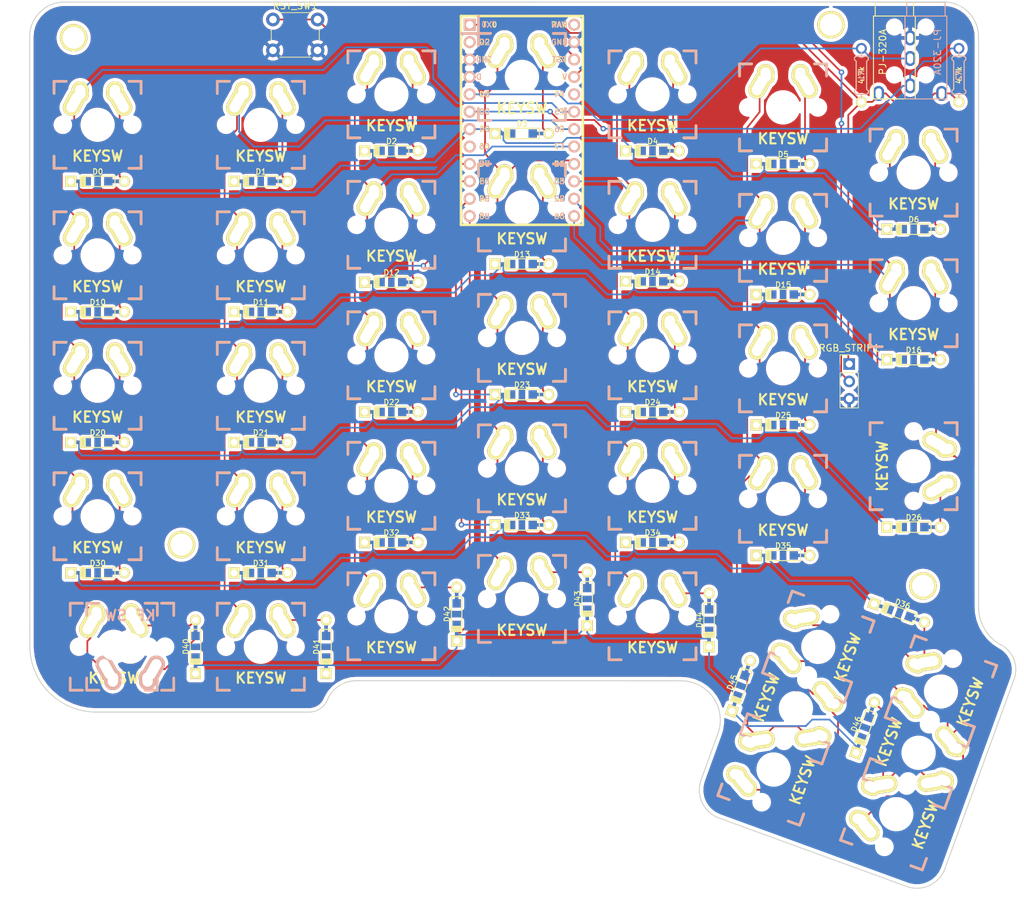
<source format=kicad_pcb>
(kicad_pcb (version 20171130) (host pcbnew "(5.1.2)-2")
  (layers (0 F.Cu signal) (31 B.Cu signal) (34 B.Paste user) (35 F.Paste user) (36 B.SilkS user hide) (37 F.SilkS user) (38 B.Mask user) (39 F.Mask user) (44 Edge.Cuts user))
  (net 0 "")
  (net 1 row0)
  (net 2 "Net-(D0-Pad2)")
  (net 3 "Net-(D1-Pad2)")
  (net 4 "Net-(D2-Pad2)")
  (net 5 "Net-(D3-Pad2)")
  (net 6 "Net-(D4-Pad2)")
  (net 7 "Net-(D5-Pad2)")
  (net 8 "Net-(D6-Pad2)")
  (net 9 "Net-(D10-Pad2)")
  (net 10 row1)
  (net 11 "Net-(D11-Pad2)")
  (net 12 "Net-(D12-Pad2)")
  (net 13 "Net-(D13-Pad2)")
  (net 14 "Net-(D14-Pad2)")
  (net 15 "Net-(D15-Pad2)")
  (net 16 "Net-(D16-Pad2)")
  (net 17 row2)
  (net 18 "Net-(D20-Pad2)")
  (net 19 "Net-(D21-Pad2)")
  (net 20 "Net-(D22-Pad2)")
  (net 21 "Net-(D23-Pad2)")
  (net 22 "Net-(D24-Pad2)")
  (net 23 "Net-(D25-Pad2)")
  (net 24 "Net-(D26-Pad2)")
  (net 25 "Net-(D30-Pad2)")
  (net 26 row3)
  (net 27 "Net-(D31-Pad2)")
  (net 28 "Net-(D32-Pad2)")
  (net 29 "Net-(D33-Pad2)")
  (net 30 "Net-(D34-Pad2)")
  (net 31 "Net-(D35-Pad2)")
  (net 32 "Net-(D36-Pad2)")
  (net 33 row4)
  (net 34 "Net-(D40-Pad2)")
  (net 35 "Net-(D41-Pad2)")
  (net 36 "Net-(D42-Pad2)")
  (net 37 "Net-(D43-Pad2)")
  (net 38 "Net-(D44-Pad2)")
  (net 39 "Net-(D45-Pad2)")
  (net 40 "Net-(D46-Pad2)")
  (net 41 col0)
  (net 42 col1)
  (net 43 col2)
  (net 44 col3)
  (net 45 col4)
  (net 46 col5)
  (net 47 col6)
  (net 48 SDA)
  (net 49 VCC)
  (net 50 SCL)
  (net 51 GND)
  (net 52 rgb_data)
  (net 53 RST)
  (net 54 "Net-(U1-Pad24)")
  (net 55 "Net-(U1-Pad20)")
  (net 56 "Net-(U1-Pad8)")
  (net 57 "Net-(U1-Pad2)")
  (module redox_footprints:HOLE_M3 (layer F.Cu) (at 101.47 127.97)
    (fp_text reference HOLE_M3 hide)
    (fp_text value VAL** hide)
    (pad 1 thru_hole circle (at 0 0) (size 4 4) (drill 3.2) (layers *.Cu *.Mask F.SilkS))
  )
  (module redox_footprints:HOLE_M3 (layer F.Cu) (at 209.65 133.99)
    (fp_text reference HOLE_M3 hide)
    (fp_text value VAL** hide)
    (pad 1 thru_hole circle (at 0 0) (size 4 4) (drill 3.2) (layers *.Cu *.Mask F.SilkS))
  )
  (module redox_footprints:HOLE_M3 (layer F.Cu) (at 196.215 52.07)
    (fp_text reference HOLE_M3 hide)
    (fp_text value VAL** hide)
    (pad 1 thru_hole circle (at 0 0) (size 4 4) (drill 3.2) (layers *.Cu *.Mask F.SilkS))
  )
  (module redox_footprints:HOLE_M3 (layer F.Cu) (at 85.725 53.975)
    (fp_text reference HOLE_M3 hide)
    (fp_text value VAL** hide)
    (pad 1 thru_hole circle (at 0 0) (size 4 4) (drill 3.2) (layers *.Cu *.Mask F.SilkS))
  )
  (module redox_footprints:Diode-dual (layer F.Cu) (at 132.08 108.585 180)
    (fp_text reference D22 (at -0.0254 1.4) (layer F.SilkS) (effects (font (size 0.8 0.8))))
    (fp_text value D hide)
    (pad 1 smd rect (at 2.7 0 180) (size 2.5 0.5) (layers F.Cu) (net 17 row2))
    (pad 2 smd rect (at -2.7 0 180) (size 2.5 0.5) (layers F.Cu) (net 20 "Net-(D22-Pad2)"))
    (pad 1 thru_hole rect (at 3.9 0 180) (size 1.6 1.6) (drill 1) (layers *.Cu *.Mask F.SilkS) (net 17 row2))
    (pad 2 thru_hole circle (at -3.9 0 180) (size 1.6 1.6) (drill 1) (layers *.Cu *.Mask F.SilkS) (net 20 "Net-(D22-Pad2)"))
    (pad 2 smd rect (at -1.575 0 180) (size 1.2 1.2) (layers F.Cu F.Paste F.Mask) (net 20 "Net-(D22-Pad2)"))
    (pad 1 smd rect (at 1.575 0 180) (size 1.2 1.2) (layers F.Cu F.Paste F.Mask) (net 17 row2))
    (pad 1 smd rect (at 2.7 0 180) (size 2.5 0.5) (layers B.Cu) (net 17 row2))
    (pad 1 smd rect (at 1.575 0 180) (size 1.2 1.2) (layers B.Cu B.Paste B.Mask) (net 17 row2))
    (pad 2 smd rect (at -1.575 0 180) (size 1.2 1.2) (layers B.Cu B.Paste B.Mask) (net 20 "Net-(D22-Pad2)"))
    (pad 2 smd rect (at -2.7 0 180) (size 2.5 0.5) (layers B.Cu) (net 20 "Net-(D22-Pad2)"))
  )
  (module redox_footprints:Diode-dual (layer F.Cu) (at 89.2175 74.93 180)
    (fp_text reference D0 (at -0.0254 1.4) (layer F.SilkS) (effects (font (size 0.8 0.8))))
    (fp_text value D hide)
    (pad 1 smd rect (at 2.7 0 180) (size 2.5 0.5) (layers F.Cu) (net 1 row0))
    (pad 2 smd rect (at -2.7 0 180) (size 2.5 0.5) (layers F.Cu) (net 2 "Net-(D0-Pad2)"))
    (pad 1 thru_hole rect (at 3.9 0 180) (size 1.6 1.6) (drill 1) (layers *.Cu *.Mask F.SilkS) (net 1 row0))
    (pad 2 thru_hole circle (at -3.9 0 180) (size 1.6 1.6) (drill 1) (layers *.Cu *.Mask F.SilkS) (net 2 "Net-(D0-Pad2)"))
    (pad 2 smd rect (at -1.575 0 180) (size 1.2 1.2) (layers F.Cu F.Paste F.Mask) (net 2 "Net-(D0-Pad2)"))
    (pad 1 smd rect (at 1.575 0 180) (size 1.2 1.2) (layers F.Cu F.Paste F.Mask) (net 1 row0))
    (pad 1 smd rect (at 2.7 0 180) (size 2.5 0.5) (layers B.Cu) (net 1 row0))
    (pad 1 smd rect (at 1.575 0 180) (size 1.2 1.2) (layers B.Cu B.Paste B.Mask) (net 1 row0))
    (pad 2 smd rect (at -1.575 0 180) (size 1.2 1.2) (layers B.Cu B.Paste B.Mask) (net 2 "Net-(D0-Pad2)"))
    (pad 2 smd rect (at -2.7 0 180) (size 2.5 0.5) (layers B.Cu) (net 2 "Net-(D0-Pad2)"))
  )
  (module redox_footprints:Diode-dual (layer F.Cu) (at 113.03 74.93 180)
    (fp_text reference D1 (at -0.0254 1.4) (layer F.SilkS) (effects (font (size 0.8 0.8))))
    (fp_text value D hide)
    (pad 2 smd rect (at -2.7 0 180) (size 2.5 0.5) (layers B.Cu) (net 3 "Net-(D1-Pad2)"))
    (pad 2 smd rect (at -1.575 0 180) (size 1.2 1.2) (layers B.Cu B.Paste B.Mask) (net 3 "Net-(D1-Pad2)"))
    (pad 1 smd rect (at 1.575 0 180) (size 1.2 1.2) (layers B.Cu B.Paste B.Mask) (net 1 row0))
    (pad 1 smd rect (at 2.7 0 180) (size 2.5 0.5) (layers B.Cu) (net 1 row0))
    (pad 1 smd rect (at 1.575 0 180) (size 1.2 1.2) (layers F.Cu F.Paste F.Mask) (net 1 row0))
    (pad 2 smd rect (at -1.575 0 180) (size 1.2 1.2) (layers F.Cu F.Paste F.Mask) (net 3 "Net-(D1-Pad2)"))
    (pad 2 thru_hole circle (at -3.9 0 180) (size 1.6 1.6) (drill 1) (layers *.Cu *.Mask F.SilkS) (net 3 "Net-(D1-Pad2)"))
    (pad 1 thru_hole rect (at 3.9 0 180) (size 1.6 1.6) (drill 1) (layers *.Cu *.Mask F.SilkS) (net 1 row0))
    (pad 2 smd rect (at -2.7 0 180) (size 2.5 0.5) (layers F.Cu) (net 3 "Net-(D1-Pad2)"))
    (pad 1 smd rect (at 2.7 0 180) (size 2.5 0.5) (layers F.Cu) (net 1 row0))
  )
  (module redox_footprints:Diode-dual (layer F.Cu) (at 132.08 70.485 180)
    (fp_text reference D2 (at -0.0254 1.4) (layer F.SilkS) (effects (font (size 0.8 0.8))))
    (fp_text value D hide)
    (pad 1 smd rect (at 2.7 0 180) (size 2.5 0.5) (layers F.Cu) (net 1 row0))
    (pad 2 smd rect (at -2.7 0 180) (size 2.5 0.5) (layers F.Cu) (net 4 "Net-(D2-Pad2)"))
    (pad 1 thru_hole rect (at 3.9 0 180) (size 1.6 1.6) (drill 1) (layers *.Cu *.Mask F.SilkS) (net 1 row0))
    (pad 2 thru_hole circle (at -3.9 0 180) (size 1.6 1.6) (drill 1) (layers *.Cu *.Mask F.SilkS) (net 4 "Net-(D2-Pad2)"))
    (pad 2 smd rect (at -1.575 0 180) (size 1.2 1.2) (layers F.Cu F.Paste F.Mask) (net 4 "Net-(D2-Pad2)"))
    (pad 1 smd rect (at 1.575 0 180) (size 1.2 1.2) (layers F.Cu F.Paste F.Mask) (net 1 row0))
    (pad 1 smd rect (at 2.7 0 180) (size 2.5 0.5) (layers B.Cu) (net 1 row0))
    (pad 1 smd rect (at 1.575 0 180) (size 1.2 1.2) (layers B.Cu B.Paste B.Mask) (net 1 row0))
    (pad 2 smd rect (at -1.575 0 180) (size 1.2 1.2) (layers B.Cu B.Paste B.Mask) (net 4 "Net-(D2-Pad2)"))
    (pad 2 smd rect (at -2.7 0 180) (size 2.5 0.5) (layers B.Cu) (net 4 "Net-(D2-Pad2)"))
  )
  (module redox_footprints:Diode-dual (layer F.Cu) (at 151.13 67.945 180)
    (fp_text reference D3 (at -0.0254 1.4) (layer F.SilkS) (effects (font (size 0.8 0.8))))
    (fp_text value D hide)
    (pad 2 smd rect (at -2.7 0 180) (size 2.5 0.5) (layers B.Cu) (net 5 "Net-(D3-Pad2)"))
    (pad 2 smd rect (at -1.575 0 180) (size 1.2 1.2) (layers B.Cu B.Paste B.Mask) (net 5 "Net-(D3-Pad2)"))
    (pad 1 smd rect (at 1.575 0 180) (size 1.2 1.2) (layers B.Cu B.Paste B.Mask) (net 1 row0))
    (pad 1 smd rect (at 2.7 0 180) (size 2.5 0.5) (layers B.Cu) (net 1 row0))
    (pad 1 smd rect (at 1.575 0 180) (size 1.2 1.2) (layers F.Cu F.Paste F.Mask) (net 1 row0))
    (pad 2 smd rect (at -1.575 0 180) (size 1.2 1.2) (layers F.Cu F.Paste F.Mask) (net 5 "Net-(D3-Pad2)"))
    (pad 2 thru_hole circle (at -3.9 0 180) (size 1.6 1.6) (drill 1) (layers *.Cu *.Mask F.SilkS) (net 5 "Net-(D3-Pad2)"))
    (pad 1 thru_hole rect (at 3.9 0 180) (size 1.6 1.6) (drill 1) (layers *.Cu *.Mask F.SilkS) (net 1 row0))
    (pad 2 smd rect (at -2.7 0 180) (size 2.5 0.5) (layers F.Cu) (net 5 "Net-(D3-Pad2)"))
    (pad 1 smd rect (at 2.7 0 180) (size 2.5 0.5) (layers F.Cu) (net 1 row0))
  )
  (module redox_footprints:Diode-dual (layer F.Cu) (at 170.18 70.485 180)
    (fp_text reference D4 (at -0.0254 1.4) (layer F.SilkS) (effects (font (size 0.8 0.8))))
    (fp_text value D hide)
    (pad 2 smd rect (at -2.7 0 180) (size 2.5 0.5) (layers B.Cu) (net 6 "Net-(D4-Pad2)"))
    (pad 2 smd rect (at -1.575 0 180) (size 1.2 1.2) (layers B.Cu B.Paste B.Mask) (net 6 "Net-(D4-Pad2)"))
    (pad 1 smd rect (at 1.575 0 180) (size 1.2 1.2) (layers B.Cu B.Paste B.Mask) (net 1 row0))
    (pad 1 smd rect (at 2.7 0 180) (size 2.5 0.5) (layers B.Cu) (net 1 row0))
    (pad 1 smd rect (at 1.575 0 180) (size 1.2 1.2) (layers F.Cu F.Paste F.Mask) (net 1 row0))
    (pad 2 smd rect (at -1.575 0 180) (size 1.2 1.2) (layers F.Cu F.Paste F.Mask) (net 6 "Net-(D4-Pad2)"))
    (pad 2 thru_hole circle (at -3.9 0 180) (size 1.6 1.6) (drill 1) (layers *.Cu *.Mask F.SilkS) (net 6 "Net-(D4-Pad2)"))
    (pad 1 thru_hole rect (at 3.9 0 180) (size 1.6 1.6) (drill 1) (layers *.Cu *.Mask F.SilkS) (net 1 row0))
    (pad 2 smd rect (at -2.7 0 180) (size 2.5 0.5) (layers F.Cu) (net 6 "Net-(D4-Pad2)"))
    (pad 1 smd rect (at 2.7 0 180) (size 2.5 0.5) (layers F.Cu) (net 1 row0))
  )
  (module redox_footprints:Diode-dual (layer F.Cu) (at 189.23 72.39 180)
    (fp_text reference D5 (at -0.0254 1.4) (layer F.SilkS) (effects (font (size 0.8 0.8))))
    (fp_text value D hide)
    (pad 2 smd rect (at -2.7 0 180) (size 2.5 0.5) (layers B.Cu) (net 7 "Net-(D5-Pad2)"))
    (pad 2 smd rect (at -1.575 0 180) (size 1.2 1.2) (layers B.Cu B.Paste B.Mask) (net 7 "Net-(D5-Pad2)"))
    (pad 1 smd rect (at 1.575 0 180) (size 1.2 1.2) (layers B.Cu B.Paste B.Mask) (net 1 row0))
    (pad 1 smd rect (at 2.7 0 180) (size 2.5 0.5) (layers B.Cu) (net 1 row0))
    (pad 1 smd rect (at 1.575 0 180) (size 1.2 1.2) (layers F.Cu F.Paste F.Mask) (net 1 row0))
    (pad 2 smd rect (at -1.575 0 180) (size 1.2 1.2) (layers F.Cu F.Paste F.Mask) (net 7 "Net-(D5-Pad2)"))
    (pad 2 thru_hole circle (at -3.9 0 180) (size 1.6 1.6) (drill 1) (layers *.Cu *.Mask F.SilkS) (net 7 "Net-(D5-Pad2)"))
    (pad 1 thru_hole rect (at 3.9 0 180) (size 1.6 1.6) (drill 1) (layers *.Cu *.Mask F.SilkS) (net 1 row0))
    (pad 2 smd rect (at -2.7 0 180) (size 2.5 0.5) (layers F.Cu) (net 7 "Net-(D5-Pad2)"))
    (pad 1 smd rect (at 2.7 0 180) (size 2.5 0.5) (layers F.Cu) (net 1 row0))
  )
  (module redox_footprints:Diode-dual (layer F.Cu) (at 208.28 81.915 180)
    (fp_text reference D6 (at -0.0254 1.4) (layer F.SilkS) (effects (font (size 0.8 0.8))))
    (fp_text value D hide)
    (pad 2 smd rect (at -2.7 0 180) (size 2.5 0.5) (layers B.Cu) (net 8 "Net-(D6-Pad2)"))
    (pad 2 smd rect (at -1.575 0 180) (size 1.2 1.2) (layers B.Cu B.Paste B.Mask) (net 8 "Net-(D6-Pad2)"))
    (pad 1 smd rect (at 1.575 0 180) (size 1.2 1.2) (layers B.Cu B.Paste B.Mask) (net 1 row0))
    (pad 1 smd rect (at 2.7 0 180) (size 2.5 0.5) (layers B.Cu) (net 1 row0))
    (pad 1 smd rect (at 1.575 0 180) (size 1.2 1.2) (layers F.Cu F.Paste F.Mask) (net 1 row0))
    (pad 2 smd rect (at -1.575 0 180) (size 1.2 1.2) (layers F.Cu F.Paste F.Mask) (net 8 "Net-(D6-Pad2)"))
    (pad 2 thru_hole circle (at -3.9 0 180) (size 1.6 1.6) (drill 1) (layers *.Cu *.Mask F.SilkS) (net 8 "Net-(D6-Pad2)"))
    (pad 1 thru_hole rect (at 3.9 0 180) (size 1.6 1.6) (drill 1) (layers *.Cu *.Mask F.SilkS) (net 1 row0))
    (pad 2 smd rect (at -2.7 0 180) (size 2.5 0.5) (layers F.Cu) (net 8 "Net-(D6-Pad2)"))
    (pad 1 smd rect (at 2.7 0 180) (size 2.5 0.5) (layers F.Cu) (net 1 row0))
  )
  (module redox_footprints:Diode-dual (layer F.Cu) (at 89.2175 93.98 180)
    (fp_text reference D10 (at -0.0254 1.4) (layer F.SilkS) (effects (font (size 0.8 0.8))))
    (fp_text value D hide)
    (pad 2 smd rect (at -2.7 0 180) (size 2.5 0.5) (layers B.Cu) (net 9 "Net-(D10-Pad2)"))
    (pad 2 smd rect (at -1.575 0 180) (size 1.2 1.2) (layers B.Cu B.Paste B.Mask) (net 9 "Net-(D10-Pad2)"))
    (pad 1 smd rect (at 1.575 0 180) (size 1.2 1.2) (layers B.Cu B.Paste B.Mask) (net 10 row1))
    (pad 1 smd rect (at 2.7 0 180) (size 2.5 0.5) (layers B.Cu) (net 10 row1))
    (pad 1 smd rect (at 1.575 0 180) (size 1.2 1.2) (layers F.Cu F.Paste F.Mask) (net 10 row1))
    (pad 2 smd rect (at -1.575 0 180) (size 1.2 1.2) (layers F.Cu F.Paste F.Mask) (net 9 "Net-(D10-Pad2)"))
    (pad 2 thru_hole circle (at -3.9 0 180) (size 1.6 1.6) (drill 1) (layers *.Cu *.Mask F.SilkS) (net 9 "Net-(D10-Pad2)"))
    (pad 1 thru_hole rect (at 3.9 0 180) (size 1.6 1.6) (drill 1) (layers *.Cu *.Mask F.SilkS) (net 10 row1))
    (pad 2 smd rect (at -2.7 0 180) (size 2.5 0.5) (layers F.Cu) (net 9 "Net-(D10-Pad2)"))
    (pad 1 smd rect (at 2.7 0 180) (size 2.5 0.5) (layers F.Cu) (net 10 row1))
  )
  (module redox_footprints:Diode-dual (layer F.Cu) (at 113.03 93.98 180)
    (fp_text reference D11 (at -0.0254 1.4) (layer F.SilkS) (effects (font (size 0.8 0.8))))
    (fp_text value D hide)
    (pad 2 smd rect (at -2.7 0 180) (size 2.5 0.5) (layers B.Cu) (net 11 "Net-(D11-Pad2)"))
    (pad 2 smd rect (at -1.575 0 180) (size 1.2 1.2) (layers B.Cu B.Paste B.Mask) (net 11 "Net-(D11-Pad2)"))
    (pad 1 smd rect (at 1.575 0 180) (size 1.2 1.2) (layers B.Cu B.Paste B.Mask) (net 10 row1))
    (pad 1 smd rect (at 2.7 0 180) (size 2.5 0.5) (layers B.Cu) (net 10 row1))
    (pad 1 smd rect (at 1.575 0 180) (size 1.2 1.2) (layers F.Cu F.Paste F.Mask) (net 10 row1))
    (pad 2 smd rect (at -1.575 0 180) (size 1.2 1.2) (layers F.Cu F.Paste F.Mask) (net 11 "Net-(D11-Pad2)"))
    (pad 2 thru_hole circle (at -3.9 0 180) (size 1.6 1.6) (drill 1) (layers *.Cu *.Mask F.SilkS) (net 11 "Net-(D11-Pad2)"))
    (pad 1 thru_hole rect (at 3.9 0 180) (size 1.6 1.6) (drill 1) (layers *.Cu *.Mask F.SilkS) (net 10 row1))
    (pad 2 smd rect (at -2.7 0 180) (size 2.5 0.5) (layers F.Cu) (net 11 "Net-(D11-Pad2)"))
    (pad 1 smd rect (at 2.7 0 180) (size 2.5 0.5) (layers F.Cu) (net 10 row1))
  )
  (module redox_footprints:Diode-dual (layer F.Cu) (at 132.08 89.662 180)
    (fp_text reference D12 (at -0.0254 1.4) (layer F.SilkS) (effects (font (size 0.8 0.8))))
    (fp_text value D hide)
    (pad 1 smd rect (at 2.7 0 180) (size 2.5 0.5) (layers F.Cu) (net 10 row1))
    (pad 2 smd rect (at -2.7 0 180) (size 2.5 0.5) (layers F.Cu) (net 12 "Net-(D12-Pad2)"))
    (pad 1 thru_hole rect (at 3.9 0 180) (size 1.6 1.6) (drill 1) (layers *.Cu *.Mask F.SilkS) (net 10 row1))
    (pad 2 thru_hole circle (at -3.9 0 180) (size 1.6 1.6) (drill 1) (layers *.Cu *.Mask F.SilkS) (net 12 "Net-(D12-Pad2)"))
    (pad 2 smd rect (at -1.575 0 180) (size 1.2 1.2) (layers F.Cu F.Paste F.Mask) (net 12 "Net-(D12-Pad2)"))
    (pad 1 smd rect (at 1.575 0 180) (size 1.2 1.2) (layers F.Cu F.Paste F.Mask) (net 10 row1))
    (pad 1 smd rect (at 2.7 0 180) (size 2.5 0.5) (layers B.Cu) (net 10 row1))
    (pad 1 smd rect (at 1.575 0 180) (size 1.2 1.2) (layers B.Cu B.Paste B.Mask) (net 10 row1))
    (pad 2 smd rect (at -1.575 0 180) (size 1.2 1.2) (layers B.Cu B.Paste B.Mask) (net 12 "Net-(D12-Pad2)"))
    (pad 2 smd rect (at -2.7 0 180) (size 2.5 0.5) (layers B.Cu) (net 12 "Net-(D12-Pad2)"))
  )
  (module redox_footprints:Diode-dual (layer F.Cu) (at 151.13 86.995 180)
    (fp_text reference D13 (at -0.0254 1.4) (layer F.SilkS) (effects (font (size 0.8 0.8))))
    (fp_text value D hide)
    (pad 2 smd rect (at -2.7 0 180) (size 2.5 0.5) (layers B.Cu) (net 13 "Net-(D13-Pad2)"))
    (pad 2 smd rect (at -1.575 0 180) (size 1.2 1.2) (layers B.Cu B.Paste B.Mask) (net 13 "Net-(D13-Pad2)"))
    (pad 1 smd rect (at 1.575 0 180) (size 1.2 1.2) (layers B.Cu B.Paste B.Mask) (net 10 row1))
    (pad 1 smd rect (at 2.7 0 180) (size 2.5 0.5) (layers B.Cu) (net 10 row1))
    (pad 1 smd rect (at 1.575 0 180) (size 1.2 1.2) (layers F.Cu F.Paste F.Mask) (net 10 row1))
    (pad 2 smd rect (at -1.575 0 180) (size 1.2 1.2) (layers F.Cu F.Paste F.Mask) (net 13 "Net-(D13-Pad2)"))
    (pad 2 thru_hole circle (at -3.9 0 180) (size 1.6 1.6) (drill 1) (layers *.Cu *.Mask F.SilkS) (net 13 "Net-(D13-Pad2)"))
    (pad 1 thru_hole rect (at 3.9 0 180) (size 1.6 1.6) (drill 1) (layers *.Cu *.Mask F.SilkS) (net 10 row1))
    (pad 2 smd rect (at -2.7 0 180) (size 2.5 0.5) (layers F.Cu) (net 13 "Net-(D13-Pad2)"))
    (pad 1 smd rect (at 2.7 0 180) (size 2.5 0.5) (layers F.Cu) (net 10 row1))
  )
  (module redox_footprints:Diode-dual (layer F.Cu) (at 170.18 89.535 180)
    (fp_text reference D14 (at -0.0254 1.4) (layer F.SilkS) (effects (font (size 0.8 0.8))))
    (fp_text value D hide)
    (pad 1 smd rect (at 2.7 0 180) (size 2.5 0.5) (layers F.Cu) (net 10 row1))
    (pad 2 smd rect (at -2.7 0 180) (size 2.5 0.5) (layers F.Cu) (net 14 "Net-(D14-Pad2)"))
    (pad 1 thru_hole rect (at 3.9 0 180) (size 1.6 1.6) (drill 1) (layers *.Cu *.Mask F.SilkS) (net 10 row1))
    (pad 2 thru_hole circle (at -3.9 0 180) (size 1.6 1.6) (drill 1) (layers *.Cu *.Mask F.SilkS) (net 14 "Net-(D14-Pad2)"))
    (pad 2 smd rect (at -1.575 0 180) (size 1.2 1.2) (layers F.Cu F.Paste F.Mask) (net 14 "Net-(D14-Pad2)"))
    (pad 1 smd rect (at 1.575 0 180) (size 1.2 1.2) (layers F.Cu F.Paste F.Mask) (net 10 row1))
    (pad 1 smd rect (at 2.7 0 180) (size 2.5 0.5) (layers B.Cu) (net 10 row1))
    (pad 1 smd rect (at 1.575 0 180) (size 1.2 1.2) (layers B.Cu B.Paste B.Mask) (net 10 row1))
    (pad 2 smd rect (at -1.575 0 180) (size 1.2 1.2) (layers B.Cu B.Paste B.Mask) (net 14 "Net-(D14-Pad2)"))
    (pad 2 smd rect (at -2.7 0 180) (size 2.5 0.5) (layers B.Cu) (net 14 "Net-(D14-Pad2)"))
  )
  (module redox_footprints:Diode-dual (layer F.Cu) (at 189.23 91.44 180)
    (fp_text reference D15 (at -0.0254 1.4) (layer F.SilkS) (effects (font (size 0.8 0.8))))
    (fp_text value D hide)
    (pad 1 smd rect (at 2.7 0 180) (size 2.5 0.5) (layers F.Cu) (net 10 row1))
    (pad 2 smd rect (at -2.7 0 180) (size 2.5 0.5) (layers F.Cu) (net 15 "Net-(D15-Pad2)"))
    (pad 1 thru_hole rect (at 3.9 0 180) (size 1.6 1.6) (drill 1) (layers *.Cu *.Mask F.SilkS) (net 10 row1))
    (pad 2 thru_hole circle (at -3.9 0 180) (size 1.6 1.6) (drill 1) (layers *.Cu *.Mask F.SilkS) (net 15 "Net-(D15-Pad2)"))
    (pad 2 smd rect (at -1.575 0 180) (size 1.2 1.2) (layers F.Cu F.Paste F.Mask) (net 15 "Net-(D15-Pad2)"))
    (pad 1 smd rect (at 1.575 0 180) (size 1.2 1.2) (layers F.Cu F.Paste F.Mask) (net 10 row1))
    (pad 1 smd rect (at 2.7 0 180) (size 2.5 0.5) (layers B.Cu) (net 10 row1))
    (pad 1 smd rect (at 1.575 0 180) (size 1.2 1.2) (layers B.Cu B.Paste B.Mask) (net 10 row1))
    (pad 2 smd rect (at -1.575 0 180) (size 1.2 1.2) (layers B.Cu B.Paste B.Mask) (net 15 "Net-(D15-Pad2)"))
    (pad 2 smd rect (at -2.7 0 180) (size 2.5 0.5) (layers B.Cu) (net 15 "Net-(D15-Pad2)"))
  )
  (module redox_footprints:Diode-dual (layer F.Cu) (at 208.28 100.965 180)
    (fp_text reference D16 (at -0.0254 1.4) (layer F.SilkS) (effects (font (size 0.8 0.8))))
    (fp_text value D hide)
    (pad 2 smd rect (at -2.7 0 180) (size 2.5 0.5) (layers B.Cu) (net 16 "Net-(D16-Pad2)"))
    (pad 2 smd rect (at -1.575 0 180) (size 1.2 1.2) (layers B.Cu B.Paste B.Mask) (net 16 "Net-(D16-Pad2)"))
    (pad 1 smd rect (at 1.575 0 180) (size 1.2 1.2) (layers B.Cu B.Paste B.Mask) (net 10 row1))
    (pad 1 smd rect (at 2.7 0 180) (size 2.5 0.5) (layers B.Cu) (net 10 row1))
    (pad 1 smd rect (at 1.575 0 180) (size 1.2 1.2) (layers F.Cu F.Paste F.Mask) (net 10 row1))
    (pad 2 smd rect (at -1.575 0 180) (size 1.2 1.2) (layers F.Cu F.Paste F.Mask) (net 16 "Net-(D16-Pad2)"))
    (pad 2 thru_hole circle (at -3.9 0 180) (size 1.6 1.6) (drill 1) (layers *.Cu *.Mask F.SilkS) (net 16 "Net-(D16-Pad2)"))
    (pad 1 thru_hole rect (at 3.9 0 180) (size 1.6 1.6) (drill 1) (layers *.Cu *.Mask F.SilkS) (net 10 row1))
    (pad 2 smd rect (at -2.7 0 180) (size 2.5 0.5) (layers F.Cu) (net 16 "Net-(D16-Pad2)"))
    (pad 1 smd rect (at 2.7 0 180) (size 2.5 0.5) (layers F.Cu) (net 10 row1))
  )
  (module redox_footprints:Diode-dual (layer F.Cu) (at 89.2175 113.03 180)
    (fp_text reference D20 (at -0.0254 1.4) (layer F.SilkS) (effects (font (size 0.8 0.8))))
    (fp_text value D hide)
    (pad 1 smd rect (at 2.7 0 180) (size 2.5 0.5) (layers F.Cu) (net 17 row2))
    (pad 2 smd rect (at -2.7 0 180) (size 2.5 0.5) (layers F.Cu) (net 18 "Net-(D20-Pad2)"))
    (pad 1 thru_hole rect (at 3.9 0 180) (size 1.6 1.6) (drill 1) (layers *.Cu *.Mask F.SilkS) (net 17 row2))
    (pad 2 thru_hole circle (at -3.9 0 180) (size 1.6 1.6) (drill 1) (layers *.Cu *.Mask F.SilkS) (net 18 "Net-(D20-Pad2)"))
    (pad 2 smd rect (at -1.575 0 180) (size 1.2 1.2) (layers F.Cu F.Paste F.Mask) (net 18 "Net-(D20-Pad2)"))
    (pad 1 smd rect (at 1.575 0 180) (size 1.2 1.2) (layers F.Cu F.Paste F.Mask) (net 17 row2))
    (pad 1 smd rect (at 2.7 0 180) (size 2.5 0.5) (layers B.Cu) (net 17 row2))
    (pad 1 smd rect (at 1.575 0 180) (size 1.2 1.2) (layers B.Cu B.Paste B.Mask) (net 17 row2))
    (pad 2 smd rect (at -1.575 0 180) (size 1.2 1.2) (layers B.Cu B.Paste B.Mask) (net 18 "Net-(D20-Pad2)"))
    (pad 2 smd rect (at -2.7 0 180) (size 2.5 0.5) (layers B.Cu) (net 18 "Net-(D20-Pad2)"))
  )
  (module redox_footprints:Diode-dual (layer F.Cu) (at 113.03 113.03 180)
    (fp_text reference D21 (at -0.0254 1.4) (layer F.SilkS) (effects (font (size 0.8 0.8))))
    (fp_text value D hide)
    (pad 2 smd rect (at -2.7 0 180) (size 2.5 0.5) (layers B.Cu) (net 19 "Net-(D21-Pad2)"))
    (pad 2 smd rect (at -1.575 0 180) (size 1.2 1.2) (layers B.Cu B.Paste B.Mask) (net 19 "Net-(D21-Pad2)"))
    (pad 1 smd rect (at 1.575 0 180) (size 1.2 1.2) (layers B.Cu B.Paste B.Mask) (net 17 row2))
    (pad 1 smd rect (at 2.7 0 180) (size 2.5 0.5) (layers B.Cu) (net 17 row2))
    (pad 1 smd rect (at 1.575 0 180) (size 1.2 1.2) (layers F.Cu F.Paste F.Mask) (net 17 row2))
    (pad 2 smd rect (at -1.575 0 180) (size 1.2 1.2) (layers F.Cu F.Paste F.Mask) (net 19 "Net-(D21-Pad2)"))
    (pad 2 thru_hole circle (at -3.9 0 180) (size 1.6 1.6) (drill 1) (layers *.Cu *.Mask F.SilkS) (net 19 "Net-(D21-Pad2)"))
    (pad 1 thru_hole rect (at 3.9 0 180) (size 1.6 1.6) (drill 1) (layers *.Cu *.Mask F.SilkS) (net 17 row2))
    (pad 2 smd rect (at -2.7 0 180) (size 2.5 0.5) (layers F.Cu) (net 19 "Net-(D21-Pad2)"))
    (pad 1 smd rect (at 2.7 0 180) (size 2.5 0.5) (layers F.Cu) (net 17 row2))
  )
  (module redox_footprints:Diode-dual (layer F.Cu) (at 151.13 106.045 180)
    (fp_text reference D23 (at -0.0254 1.4) (layer F.SilkS) (effects (font (size 0.8 0.8))))
    (fp_text value D hide)
    (pad 2 smd rect (at -2.7 0 180) (size 2.5 0.5) (layers B.Cu) (net 21 "Net-(D23-Pad2)"))
    (pad 2 smd rect (at -1.575 0 180) (size 1.2 1.2) (layers B.Cu B.Paste B.Mask) (net 21 "Net-(D23-Pad2)"))
    (pad 1 smd rect (at 1.575 0 180) (size 1.2 1.2) (layers B.Cu B.Paste B.Mask) (net 17 row2))
    (pad 1 smd rect (at 2.7 0 180) (size 2.5 0.5) (layers B.Cu) (net 17 row2))
    (pad 1 smd rect (at 1.575 0 180) (size 1.2 1.2) (layers F.Cu F.Paste F.Mask) (net 17 row2))
    (pad 2 smd rect (at -1.575 0 180) (size 1.2 1.2) (layers F.Cu F.Paste F.Mask) (net 21 "Net-(D23-Pad2)"))
    (pad 2 thru_hole circle (at -3.9 0 180) (size 1.6 1.6) (drill 1) (layers *.Cu *.Mask F.SilkS) (net 21 "Net-(D23-Pad2)"))
    (pad 1 thru_hole rect (at 3.9 0 180) (size 1.6 1.6) (drill 1) (layers *.Cu *.Mask F.SilkS) (net 17 row2))
    (pad 2 smd rect (at -2.7 0 180) (size 2.5 0.5) (layers F.Cu) (net 21 "Net-(D23-Pad2)"))
    (pad 1 smd rect (at 2.7 0 180) (size 2.5 0.5) (layers F.Cu) (net 17 row2))
  )
  (module redox_footprints:Diode-dual (layer F.Cu) (at 170.18 108.585 180)
    (fp_text reference D24 (at -0.0254 1.4) (layer F.SilkS) (effects (font (size 0.8 0.8))))
    (fp_text value D hide)
    (pad 2 smd rect (at -2.7 0 180) (size 2.5 0.5) (layers B.Cu) (net 22 "Net-(D24-Pad2)"))
    (pad 2 smd rect (at -1.575 0 180) (size 1.2 1.2) (layers B.Cu B.Paste B.Mask) (net 22 "Net-(D24-Pad2)"))
    (pad 1 smd rect (at 1.575 0 180) (size 1.2 1.2) (layers B.Cu B.Paste B.Mask) (net 17 row2))
    (pad 1 smd rect (at 2.7 0 180) (size 2.5 0.5) (layers B.Cu) (net 17 row2))
    (pad 1 smd rect (at 1.575 0 180) (size 1.2 1.2) (layers F.Cu F.Paste F.Mask) (net 17 row2))
    (pad 2 smd rect (at -1.575 0 180) (size 1.2 1.2) (layers F.Cu F.Paste F.Mask) (net 22 "Net-(D24-Pad2)"))
    (pad 2 thru_hole circle (at -3.9 0 180) (size 1.6 1.6) (drill 1) (layers *.Cu *.Mask F.SilkS) (net 22 "Net-(D24-Pad2)"))
    (pad 1 thru_hole rect (at 3.9 0 180) (size 1.6 1.6) (drill 1) (layers *.Cu *.Mask F.SilkS) (net 17 row2))
    (pad 2 smd rect (at -2.7 0 180) (size 2.5 0.5) (layers F.Cu) (net 22 "Net-(D24-Pad2)"))
    (pad 1 smd rect (at 2.7 0 180) (size 2.5 0.5) (layers F.Cu) (net 17 row2))
  )
  (module redox_footprints:Diode-dual (layer F.Cu) (at 189.23 110.49 180)
    (fp_text reference D25 (at -0.0254 1.4) (layer F.SilkS) (effects (font (size 0.8 0.8))))
    (fp_text value D hide)
    (pad 1 smd rect (at 2.7 0 180) (size 2.5 0.5) (layers F.Cu) (net 17 row2))
    (pad 2 smd rect (at -2.7 0 180) (size 2.5 0.5) (layers F.Cu) (net 23 "Net-(D25-Pad2)"))
    (pad 1 thru_hole rect (at 3.9 0 180) (size 1.6 1.6) (drill 1) (layers *.Cu *.Mask F.SilkS) (net 17 row2))
    (pad 2 thru_hole circle (at -3.9 0 180) (size 1.6 1.6) (drill 1) (layers *.Cu *.Mask F.SilkS) (net 23 "Net-(D25-Pad2)"))
    (pad 2 smd rect (at -1.575 0 180) (size 1.2 1.2) (layers F.Cu F.Paste F.Mask) (net 23 "Net-(D25-Pad2)"))
    (pad 1 smd rect (at 1.575 0 180) (size 1.2 1.2) (layers F.Cu F.Paste F.Mask) (net 17 row2))
    (pad 1 smd rect (at 2.7 0 180) (size 2.5 0.5) (layers B.Cu) (net 17 row2))
    (pad 1 smd rect (at 1.575 0 180) (size 1.2 1.2) (layers B.Cu B.Paste B.Mask) (net 17 row2))
    (pad 2 smd rect (at -1.575 0 180) (size 1.2 1.2) (layers B.Cu B.Paste B.Mask) (net 23 "Net-(D25-Pad2)"))
    (pad 2 smd rect (at -2.7 0 180) (size 2.5 0.5) (layers B.Cu) (net 23 "Net-(D25-Pad2)"))
  )
  (module redox_footprints:Diode-dual (layer F.Cu) (at 208.28 125.4125 180)
    (fp_text reference D26 (at -0.0254 1.4) (layer F.SilkS) (effects (font (size 0.8 0.8))))
    (fp_text value D hide)
    (pad 2 smd rect (at -2.7 0 180) (size 2.5 0.5) (layers B.Cu) (net 24 "Net-(D26-Pad2)"))
    (pad 2 smd rect (at -1.575 0 180) (size 1.2 1.2) (layers B.Cu B.Paste B.Mask) (net 24 "Net-(D26-Pad2)"))
    (pad 1 smd rect (at 1.575 0 180) (size 1.2 1.2) (layers B.Cu B.Paste B.Mask) (net 17 row2))
    (pad 1 smd rect (at 2.7 0 180) (size 2.5 0.5) (layers B.Cu) (net 17 row2))
    (pad 1 smd rect (at 1.575 0 180) (size 1.2 1.2) (layers F.Cu F.Paste F.Mask) (net 17 row2))
    (pad 2 smd rect (at -1.575 0 180) (size 1.2 1.2) (layers F.Cu F.Paste F.Mask) (net 24 "Net-(D26-Pad2)"))
    (pad 2 thru_hole circle (at -3.9 0 180) (size 1.6 1.6) (drill 1) (layers *.Cu *.Mask F.SilkS) (net 24 "Net-(D26-Pad2)"))
    (pad 1 thru_hole rect (at 3.9 0 180) (size 1.6 1.6) (drill 1) (layers *.Cu *.Mask F.SilkS) (net 17 row2))
    (pad 2 smd rect (at -2.7 0 180) (size 2.5 0.5) (layers F.Cu) (net 24 "Net-(D26-Pad2)"))
    (pad 1 smd rect (at 2.7 0 180) (size 2.5 0.5) (layers F.Cu) (net 17 row2))
  )
  (module redox_footprints:Diode-dual (layer F.Cu) (at 89.2175 132.08 180)
    (fp_text reference D30 (at -0.0254 1.4) (layer F.SilkS) (effects (font (size 0.8 0.8))))
    (fp_text value D hide)
    (pad 2 smd rect (at -2.7 0 180) (size 2.5 0.5) (layers B.Cu) (net 25 "Net-(D30-Pad2)"))
    (pad 2 smd rect (at -1.575 0 180) (size 1.2 1.2) (layers B.Cu B.Paste B.Mask) (net 25 "Net-(D30-Pad2)"))
    (pad 1 smd rect (at 1.575 0 180) (size 1.2 1.2) (layers B.Cu B.Paste B.Mask) (net 26 row3))
    (pad 1 smd rect (at 2.7 0 180) (size 2.5 0.5) (layers B.Cu) (net 26 row3))
    (pad 1 smd rect (at 1.575 0 180) (size 1.2 1.2) (layers F.Cu F.Paste F.Mask) (net 26 row3))
    (pad 2 smd rect (at -1.575 0 180) (size 1.2 1.2) (layers F.Cu F.Paste F.Mask) (net 25 "Net-(D30-Pad2)"))
    (pad 2 thru_hole circle (at -3.9 0 180) (size 1.6 1.6) (drill 1) (layers *.Cu *.Mask F.SilkS) (net 25 "Net-(D30-Pad2)"))
    (pad 1 thru_hole rect (at 3.9 0 180) (size 1.6 1.6) (drill 1) (layers *.Cu *.Mask F.SilkS) (net 26 row3))
    (pad 2 smd rect (at -2.7 0 180) (size 2.5 0.5) (layers F.Cu) (net 25 "Net-(D30-Pad2)"))
    (pad 1 smd rect (at 2.7 0 180) (size 2.5 0.5) (layers F.Cu) (net 26 row3))
  )
  (module redox_footprints:Diode-dual (layer F.Cu) (at 113.03 132.08 180)
    (fp_text reference D31 (at -0.0254 1.4) (layer F.SilkS) (effects (font (size 0.8 0.8))))
    (fp_text value D hide)
    (pad 1 smd rect (at 2.7 0 180) (size 2.5 0.5) (layers F.Cu) (net 26 row3))
    (pad 2 smd rect (at -2.7 0 180) (size 2.5 0.5) (layers F.Cu) (net 27 "Net-(D31-Pad2)"))
    (pad 1 thru_hole rect (at 3.9 0 180) (size 1.6 1.6) (drill 1) (layers *.Cu *.Mask F.SilkS) (net 26 row3))
    (pad 2 thru_hole circle (at -3.9 0 180) (size 1.6 1.6) (drill 1) (layers *.Cu *.Mask F.SilkS) (net 27 "Net-(D31-Pad2)"))
    (pad 2 smd rect (at -1.575 0 180) (size 1.2 1.2) (layers F.Cu F.Paste F.Mask) (net 27 "Net-(D31-Pad2)"))
    (pad 1 smd rect (at 1.575 0 180) (size 1.2 1.2) (layers F.Cu F.Paste F.Mask) (net 26 row3))
    (pad 1 smd rect (at 2.7 0 180) (size 2.5 0.5) (layers B.Cu) (net 26 row3))
    (pad 1 smd rect (at 1.575 0 180) (size 1.2 1.2) (layers B.Cu B.Paste B.Mask) (net 26 row3))
    (pad 2 smd rect (at -1.575 0 180) (size 1.2 1.2) (layers B.Cu B.Paste B.Mask) (net 27 "Net-(D31-Pad2)"))
    (pad 2 smd rect (at -2.7 0 180) (size 2.5 0.5) (layers B.Cu) (net 27 "Net-(D31-Pad2)"))
  )
  (module redox_footprints:Diode-dual (layer F.Cu) (at 132.08 127.635 180)
    (fp_text reference D32 (at -0.0254 1.4) (layer F.SilkS) (effects (font (size 0.8 0.8))))
    (fp_text value D hide)
    (pad 1 smd rect (at 2.7 0 180) (size 2.5 0.5) (layers F.Cu) (net 26 row3))
    (pad 2 smd rect (at -2.7 0 180) (size 2.5 0.5) (layers F.Cu) (net 28 "Net-(D32-Pad2)"))
    (pad 1 thru_hole rect (at 3.9 0 180) (size 1.6 1.6) (drill 1) (layers *.Cu *.Mask F.SilkS) (net 26 row3))
    (pad 2 thru_hole circle (at -3.9 0 180) (size 1.6 1.6) (drill 1) (layers *.Cu *.Mask F.SilkS) (net 28 "Net-(D32-Pad2)"))
    (pad 2 smd rect (at -1.575 0 180) (size 1.2 1.2) (layers F.Cu F.Paste F.Mask) (net 28 "Net-(D32-Pad2)"))
    (pad 1 smd rect (at 1.575 0 180) (size 1.2 1.2) (layers F.Cu F.Paste F.Mask) (net 26 row3))
    (pad 1 smd rect (at 2.7 0 180) (size 2.5 0.5) (layers B.Cu) (net 26 row3))
    (pad 1 smd rect (at 1.575 0 180) (size 1.2 1.2) (layers B.Cu B.Paste B.Mask) (net 26 row3))
    (pad 2 smd rect (at -1.575 0 180) (size 1.2 1.2) (layers B.Cu B.Paste B.Mask) (net 28 "Net-(D32-Pad2)"))
    (pad 2 smd rect (at -2.7 0 180) (size 2.5 0.5) (layers B.Cu) (net 28 "Net-(D32-Pad2)"))
  )
  (module redox_footprints:Diode-dual (layer F.Cu) (at 151.13 125.095 180)
    (fp_text reference D33 (at -0.0254 1.4) (layer F.SilkS) (effects (font (size 0.8 0.8))))
    (fp_text value D hide)
    (pad 2 smd rect (at -2.7 0 180) (size 2.5 0.5) (layers B.Cu) (net 29 "Net-(D33-Pad2)"))
    (pad 2 smd rect (at -1.575 0 180) (size 1.2 1.2) (layers B.Cu B.Paste B.Mask) (net 29 "Net-(D33-Pad2)"))
    (pad 1 smd rect (at 1.575 0 180) (size 1.2 1.2) (layers B.Cu B.Paste B.Mask) (net 26 row3))
    (pad 1 smd rect (at 2.7 0 180) (size 2.5 0.5) (layers B.Cu) (net 26 row3))
    (pad 1 smd rect (at 1.575 0 180) (size 1.2 1.2) (layers F.Cu F.Paste F.Mask) (net 26 row3))
    (pad 2 smd rect (at -1.575 0 180) (size 1.2 1.2) (layers F.Cu F.Paste F.Mask) (net 29 "Net-(D33-Pad2)"))
    (pad 2 thru_hole circle (at -3.9 0 180) (size 1.6 1.6) (drill 1) (layers *.Cu *.Mask F.SilkS) (net 29 "Net-(D33-Pad2)"))
    (pad 1 thru_hole rect (at 3.9 0 180) (size 1.6 1.6) (drill 1) (layers *.Cu *.Mask F.SilkS) (net 26 row3))
    (pad 2 smd rect (at -2.7 0 180) (size 2.5 0.5) (layers F.Cu) (net 29 "Net-(D33-Pad2)"))
    (pad 1 smd rect (at 2.7 0 180) (size 2.5 0.5) (layers F.Cu) (net 26 row3))
  )
  (module redox_footprints:Diode-dual (layer F.Cu) (at 170.18 127.635 180)
    (fp_text reference D34 (at -0.0254 1.4) (layer F.SilkS) (effects (font (size 0.8 0.8))))
    (fp_text value D hide)
    (pad 2 smd rect (at -2.7 0 180) (size 2.5 0.5) (layers B.Cu) (net 30 "Net-(D34-Pad2)"))
    (pad 2 smd rect (at -1.575 0 180) (size 1.2 1.2) (layers B.Cu B.Paste B.Mask) (net 30 "Net-(D34-Pad2)"))
    (pad 1 smd rect (at 1.575 0 180) (size 1.2 1.2) (layers B.Cu B.Paste B.Mask) (net 26 row3))
    (pad 1 smd rect (at 2.7 0 180) (size 2.5 0.5) (layers B.Cu) (net 26 row3))
    (pad 1 smd rect (at 1.575 0 180) (size 1.2 1.2) (layers F.Cu F.Paste F.Mask) (net 26 row3))
    (pad 2 smd rect (at -1.575 0 180) (size 1.2 1.2) (layers F.Cu F.Paste F.Mask) (net 30 "Net-(D34-Pad2)"))
    (pad 2 thru_hole circle (at -3.9 0 180) (size 1.6 1.6) (drill 1) (layers *.Cu *.Mask F.SilkS) (net 30 "Net-(D34-Pad2)"))
    (pad 1 thru_hole rect (at 3.9 0 180) (size 1.6 1.6) (drill 1) (layers *.Cu *.Mask F.SilkS) (net 26 row3))
    (pad 2 smd rect (at -2.7 0 180) (size 2.5 0.5) (layers F.Cu) (net 30 "Net-(D34-Pad2)"))
    (pad 1 smd rect (at 2.7 0 180) (size 2.5 0.5) (layers F.Cu) (net 26 row3))
  )
  (module redox_footprints:Diode-dual (layer F.Cu) (at 189.23 129.54 180)
    (fp_text reference D35 (at -0.0254 1.4) (layer F.SilkS) (effects (font (size 0.8 0.8))))
    (fp_text value D hide)
    (pad 1 smd rect (at 2.7 0 180) (size 2.5 0.5) (layers F.Cu) (net 26 row3))
    (pad 2 smd rect (at -2.7 0 180) (size 2.5 0.5) (layers F.Cu) (net 31 "Net-(D35-Pad2)"))
    (pad 1 thru_hole rect (at 3.9 0 180) (size 1.6 1.6) (drill 1) (layers *.Cu *.Mask F.SilkS) (net 26 row3))
    (pad 2 thru_hole circle (at -3.9 0 180) (size 1.6 1.6) (drill 1) (layers *.Cu *.Mask F.SilkS) (net 31 "Net-(D35-Pad2)"))
    (pad 2 smd rect (at -1.575 0 180) (size 1.2 1.2) (layers F.Cu F.Paste F.Mask) (net 31 "Net-(D35-Pad2)"))
    (pad 1 smd rect (at 1.575 0 180) (size 1.2 1.2) (layers F.Cu F.Paste F.Mask) (net 26 row3))
    (pad 1 smd rect (at 2.7 0 180) (size 2.5 0.5) (layers B.Cu) (net 26 row3))
    (pad 1 smd rect (at 1.575 0 180) (size 1.2 1.2) (layers B.Cu B.Paste B.Mask) (net 26 row3))
    (pad 2 smd rect (at -1.575 0 180) (size 1.2 1.2) (layers B.Cu B.Paste B.Mask) (net 31 "Net-(D35-Pad2)"))
    (pad 2 smd rect (at -2.7 0 180) (size 2.5 0.5) (layers B.Cu) (net 31 "Net-(D35-Pad2)"))
  )
  (module redox_footprints:Diode-dual (layer F.Cu) (at 206.18 137.95 160)
    (fp_text reference D36 (at -0.0254 1.4 160) (layer F.SilkS) (effects (font (size 0.8 0.8))))
    (fp_text value D hide)
    (pad 2 smd rect (at -2.7 0 160) (size 2.5 0.5) (layers B.Cu) (net 32 "Net-(D36-Pad2)"))
    (pad 2 smd rect (at -1.575 0 160) (size 1.2 1.2) (layers B.Cu B.Paste B.Mask) (net 32 "Net-(D36-Pad2)"))
    (pad 1 smd rect (at 1.575 0 160) (size 1.2 1.2) (layers B.Cu B.Paste B.Mask) (net 26 row3))
    (pad 1 smd rect (at 2.7 0 160) (size 2.5 0.5) (layers B.Cu) (net 26 row3))
    (pad 1 smd rect (at 1.575 0 160) (size 1.2 1.2) (layers F.Cu F.Paste F.Mask) (net 26 row3))
    (pad 2 smd rect (at -1.575 0 160) (size 1.2 1.2) (layers F.Cu F.Paste F.Mask) (net 32 "Net-(D36-Pad2)"))
    (pad 2 thru_hole circle (at -3.9 0 160) (size 1.6 1.6) (drill 1) (layers *.Cu *.Mask F.SilkS) (net 32 "Net-(D36-Pad2)"))
    (pad 1 thru_hole rect (at 3.9 0 160) (size 1.6 1.6) (drill 1) (layers *.Cu *.Mask F.SilkS) (net 26 row3))
    (pad 2 smd rect (at -2.7 0 160) (size 2.5 0.5) (layers F.Cu) (net 32 "Net-(D36-Pad2)"))
    (pad 1 smd rect (at 2.7 0 160) (size 2.5 0.5) (layers F.Cu) (net 26 row3))
  )
  (module redox_footprints:Diode-dual (layer F.Cu) (at 103.505 142.875 270)
    (fp_text reference D40 (at -0.0254 1.4 90) (layer F.SilkS) (effects (font (size 0.8 0.8))))
    (fp_text value D hide)
    (pad 1 smd rect (at 2.7 0 270) (size 2.5 0.5) (layers F.Cu) (net 33 row4))
    (pad 2 smd rect (at -2.7 0 270) (size 2.5 0.5) (layers F.Cu) (net 34 "Net-(D40-Pad2)"))
    (pad 1 thru_hole rect (at 3.9 0 270) (size 1.6 1.6) (drill 1) (layers *.Cu *.Mask F.SilkS) (net 33 row4))
    (pad 2 thru_hole circle (at -3.9 0 270) (size 1.6 1.6) (drill 1) (layers *.Cu *.Mask F.SilkS) (net 34 "Net-(D40-Pad2)"))
    (pad 2 smd rect (at -1.575 0 270) (size 1.2 1.2) (layers F.Cu F.Paste F.Mask) (net 34 "Net-(D40-Pad2)"))
    (pad 1 smd rect (at 1.575 0 270) (size 1.2 1.2) (layers F.Cu F.Paste F.Mask) (net 33 row4))
    (pad 1 smd rect (at 2.7 0 270) (size 2.5 0.5) (layers B.Cu) (net 33 row4))
    (pad 1 smd rect (at 1.575 0 270) (size 1.2 1.2) (layers B.Cu B.Paste B.Mask) (net 33 row4))
    (pad 2 smd rect (at -1.575 0 270) (size 1.2 1.2) (layers B.Cu B.Paste B.Mask) (net 34 "Net-(D40-Pad2)"))
    (pad 2 smd rect (at -2.7 0 270) (size 2.5 0.5) (layers B.Cu) (net 34 "Net-(D40-Pad2)"))
  )
  (module redox_footprints:Diode-dual (layer F.Cu) (at 122.555 142.875 270)
    (fp_text reference D41 (at -0.0254 1.4 90) (layer F.SilkS) (effects (font (size 0.8 0.8))))
    (fp_text value D hide)
    (pad 1 smd rect (at 2.7 0 270) (size 2.5 0.5) (layers F.Cu) (net 33 row4))
    (pad 2 smd rect (at -2.7 0 270) (size 2.5 0.5) (layers F.Cu) (net 35 "Net-(D41-Pad2)"))
    (pad 1 thru_hole rect (at 3.9 0 270) (size 1.6 1.6) (drill 1) (layers *.Cu *.Mask F.SilkS) (net 33 row4))
    (pad 2 thru_hole circle (at -3.9 0 270) (size 1.6 1.6) (drill 1) (layers *.Cu *.Mask F.SilkS) (net 35 "Net-(D41-Pad2)"))
    (pad 2 smd rect (at -1.575 0 270) (size 1.2 1.2) (layers F.Cu F.Paste F.Mask) (net 35 "Net-(D41-Pad2)"))
    (pad 1 smd rect (at 1.575 0 270) (size 1.2 1.2) (layers F.Cu F.Paste F.Mask) (net 33 row4))
    (pad 1 smd rect (at 2.7 0 270) (size 2.5 0.5) (layers B.Cu) (net 33 row4))
    (pad 1 smd rect (at 1.575 0 270) (size 1.2 1.2) (layers B.Cu B.Paste B.Mask) (net 33 row4))
    (pad 2 smd rect (at -1.575 0 270) (size 1.2 1.2) (layers B.Cu B.Paste B.Mask) (net 35 "Net-(D41-Pad2)"))
    (pad 2 smd rect (at -2.7 0 270) (size 2.5 0.5) (layers B.Cu) (net 35 "Net-(D41-Pad2)"))
  )
  (module redox_footprints:Diode-dual (layer F.Cu) (at 141.605 138.1125 270)
    (fp_text reference D42 (at -0.0254 1.4 90) (layer F.SilkS) (effects (font (size 0.8 0.8))))
    (fp_text value D hide)
    (pad 1 smd rect (at 2.7 0 270) (size 2.5 0.5) (layers F.Cu) (net 33 row4))
    (pad 2 smd rect (at -2.7 0 270) (size 2.5 0.5) (layers F.Cu) (net 36 "Net-(D42-Pad2)"))
    (pad 1 thru_hole rect (at 3.9 0 270) (size 1.6 1.6) (drill 1) (layers *.Cu *.Mask F.SilkS) (net 33 row4))
    (pad 2 thru_hole circle (at -3.9 0 270) (size 1.6 1.6) (drill 1) (layers *.Cu *.Mask F.SilkS) (net 36 "Net-(D42-Pad2)"))
    (pad 2 smd rect (at -1.575 0 270) (size 1.2 1.2) (layers F.Cu F.Paste F.Mask) (net 36 "Net-(D42-Pad2)"))
    (pad 1 smd rect (at 1.575 0 270) (size 1.2 1.2) (layers F.Cu F.Paste F.Mask) (net 33 row4))
    (pad 1 smd rect (at 2.7 0 270) (size 2.5 0.5) (layers B.Cu) (net 33 row4))
    (pad 1 smd rect (at 1.575 0 270) (size 1.2 1.2) (layers B.Cu B.Paste B.Mask) (net 33 row4))
    (pad 2 smd rect (at -1.575 0 270) (size 1.2 1.2) (layers B.Cu B.Paste B.Mask) (net 36 "Net-(D42-Pad2)"))
    (pad 2 smd rect (at -2.7 0 270) (size 2.5 0.5) (layers B.Cu) (net 36 "Net-(D42-Pad2)"))
  )
  (module redox_footprints:Diode-dual (layer F.Cu) (at 160.655 135.89 270)
    (fp_text reference D43 (at -0.0254 1.4 90) (layer F.SilkS) (effects (font (size 0.8 0.8))))
    (fp_text value D hide)
    (pad 1 smd rect (at 2.7 0 270) (size 2.5 0.5) (layers F.Cu) (net 33 row4))
    (pad 2 smd rect (at -2.7 0 270) (size 2.5 0.5) (layers F.Cu) (net 37 "Net-(D43-Pad2)"))
    (pad 1 thru_hole rect (at 3.9 0 270) (size 1.6 1.6) (drill 1) (layers *.Cu *.Mask F.SilkS) (net 33 row4))
    (pad 2 thru_hole circle (at -3.9 0 270) (size 1.6 1.6) (drill 1) (layers *.Cu *.Mask F.SilkS) (net 37 "Net-(D43-Pad2)"))
    (pad 2 smd rect (at -1.575 0 270) (size 1.2 1.2) (layers F.Cu F.Paste F.Mask) (net 37 "Net-(D43-Pad2)"))
    (pad 1 smd rect (at 1.575 0 270) (size 1.2 1.2) (layers F.Cu F.Paste F.Mask) (net 33 row4))
    (pad 1 smd rect (at 2.7 0 270) (size 2.5 0.5) (layers B.Cu) (net 33 row4))
    (pad 1 smd rect (at 1.575 0 270) (size 1.2 1.2) (layers B.Cu B.Paste B.Mask) (net 33 row4))
    (pad 2 smd rect (at -1.575 0 270) (size 1.2 1.2) (layers B.Cu B.Paste B.Mask) (net 37 "Net-(D43-Pad2)"))
    (pad 2 smd rect (at -2.7 0 270) (size 2.5 0.5) (layers B.Cu) (net 37 "Net-(D43-Pad2)"))
  )
  (module redox_footprints:Diode-dual (layer F.Cu) (at 178.435 138.975 270)
    (fp_text reference D44 (at -0.0254 1.4 90) (layer F.SilkS) (effects (font (size 0.8 0.8))))
    (fp_text value D hide)
    (pad 1 smd rect (at 2.7 0 270) (size 2.5 0.5) (layers F.Cu) (net 33 row4))
    (pad 2 smd rect (at -2.7 0 270) (size 2.5 0.5) (layers F.Cu) (net 38 "Net-(D44-Pad2)"))
    (pad 1 thru_hole rect (at 3.9 0 270) (size 1.6 1.6) (drill 1) (layers *.Cu *.Mask F.SilkS) (net 33 row4))
    (pad 2 thru_hole circle (at -3.9 0 270) (size 1.6 1.6) (drill 1) (layers *.Cu *.Mask F.SilkS) (net 38 "Net-(D44-Pad2)"))
    (pad 2 smd rect (at -1.575 0 270) (size 1.2 1.2) (layers F.Cu F.Paste F.Mask) (net 38 "Net-(D44-Pad2)"))
    (pad 1 smd rect (at 1.575 0 270) (size 1.2 1.2) (layers F.Cu F.Paste F.Mask) (net 33 row4))
    (pad 1 smd rect (at 2.7 0 270) (size 2.5 0.5) (layers B.Cu) (net 33 row4))
    (pad 1 smd rect (at 1.575 0 270) (size 1.2 1.2) (layers B.Cu B.Paste B.Mask) (net 33 row4))
    (pad 2 smd rect (at -1.575 0 270) (size 1.2 1.2) (layers B.Cu B.Paste B.Mask) (net 38 "Net-(D44-Pad2)"))
    (pad 2 smd rect (at -2.7 0 270) (size 2.5 0.5) (layers B.Cu) (net 38 "Net-(D44-Pad2)"))
  )
  (module redox_footprints:Diode-dual (layer F.Cu) (at 183.11 148.59 250)
    (fp_text reference D45 (at -0.0254 1.4 70) (layer F.SilkS) (effects (font (size 0.8 0.8))))
    (fp_text value D hide)
    (pad 1 smd rect (at 2.7 0 250) (size 2.5 0.5) (layers F.Cu) (net 33 row4))
    (pad 2 smd rect (at -2.7 0 250) (size 2.5 0.5) (layers F.Cu) (net 39 "Net-(D45-Pad2)"))
    (pad 1 thru_hole rect (at 3.9 0 250) (size 1.6 1.6) (drill 1) (layers *.Cu *.Mask F.SilkS) (net 33 row4))
    (pad 2 thru_hole circle (at -3.9 0 250) (size 1.6 1.6) (drill 1) (layers *.Cu *.Mask F.SilkS) (net 39 "Net-(D45-Pad2)"))
    (pad 2 smd rect (at -1.575 0 250) (size 1.2 1.2) (layers F.Cu F.Paste F.Mask) (net 39 "Net-(D45-Pad2)"))
    (pad 1 smd rect (at 1.575 0 250) (size 1.2 1.2) (layers F.Cu F.Paste F.Mask) (net 33 row4))
    (pad 1 smd rect (at 2.7 0 250) (size 2.5 0.5) (layers B.Cu) (net 33 row4))
    (pad 1 smd rect (at 1.575 0 250) (size 1.2 1.2) (layers B.Cu B.Paste B.Mask) (net 33 row4))
    (pad 2 smd rect (at -1.575 0 250) (size 1.2 1.2) (layers B.Cu B.Paste B.Mask) (net 39 "Net-(D45-Pad2)"))
    (pad 2 smd rect (at -2.7 0 250) (size 2.5 0.5) (layers B.Cu) (net 39 "Net-(D45-Pad2)"))
  )
  (module redox_footprints:Diode-dual (layer F.Cu) (at 201.22 154.67 250)
    (fp_text reference D46 (at -0.0254 1.4 70) (layer F.SilkS) (effects (font (size 0.8 0.8))))
    (fp_text value D hide)
    (pad 1 smd rect (at 2.7 0 250) (size 2.5 0.5) (layers F.Cu) (net 33 row4))
    (pad 2 smd rect (at -2.7 0 250) (size 2.5 0.5) (layers F.Cu) (net 40 "Net-(D46-Pad2)"))
    (pad 1 thru_hole rect (at 3.9 0 250) (size 1.6 1.6) (drill 1) (layers *.Cu *.Mask F.SilkS) (net 33 row4))
    (pad 2 thru_hole circle (at -3.9 0 250) (size 1.6 1.6) (drill 1) (layers *.Cu *.Mask F.SilkS) (net 40 "Net-(D46-Pad2)"))
    (pad 2 smd rect (at -1.575 0 250) (size 1.2 1.2) (layers F.Cu F.Paste F.Mask) (net 40 "Net-(D46-Pad2)"))
    (pad 1 smd rect (at 1.575 0 250) (size 1.2 1.2) (layers F.Cu F.Paste F.Mask) (net 33 row4))
    (pad 1 smd rect (at 2.7 0 250) (size 2.5 0.5) (layers B.Cu) (net 33 row4))
    (pad 1 smd rect (at 1.575 0 250) (size 1.2 1.2) (layers B.Cu B.Paste B.Mask) (net 33 row4))
    (pad 2 smd rect (at -1.575 0 250) (size 1.2 1.2) (layers B.Cu B.Paste B.Mask) (net 40 "Net-(D46-Pad2)"))
    (pad 2 smd rect (at -2.7 0 250) (size 2.5 0.5) (layers B.Cu) (net 40 "Net-(D46-Pad2)"))
  )
  (module redox_footprints:Mx_Alps_150-dualsided (layer F.Cu) (at 89.2175 66.675)
    (fp_text reference K0 hide)
    (fp_text value KEYSW (at 0 4.572) (layer F.SilkS) (effects (font (size 1.524 1.524) (thickness 0.3048))))
    (pad 2 thru_hole oval (at 2.52 -4.79 356.1) (size 2.5 3.08) (drill oval 1.5 2.08) (layers *.Cu *.Mask F.SilkS) (net 2 "Net-(D0-Pad2)"))
    (pad 1 thru_hole oval (at -3.405 -3.27 330.95) (size 2.5 4.17) (drill oval 1.5 3.17) (layers *.Cu *.Mask F.SilkS) (net 41 col0))
    (pad HOLE np_thru_hole circle (at 5.08 0) (size 1.7018 1.7018) (drill 1.7018) (layers *.Cu))
    (pad HOLE np_thru_hole circle (at -5.08 0) (size 1.7018 1.7018) (drill 1.7018) (layers *.Cu))
    (pad HOLE np_thru_hole circle (at 0 0) (size 3.9878 3.9878) (drill 3.9878) (layers *.Cu))
    (pad 2 thru_hole oval (at 3.405 -3.27 29.05) (size 2.5 4.17) (drill oval 1.5 3.17) (layers *.Cu *.Mask F.SilkS) (net 2 "Net-(D0-Pad2)"))
    (pad 1 thru_hole oval (at -2.52 -4.79 3.9) (size 2.5 3.08) (drill oval 1.5 2.08) (layers *.Cu *.Mask F.SilkS) (net 41 col0))
  )
  (module redox_footprints:Mx_Alps_100-dualside (layer F.Cu) (at 113.03 66.675)
    (fp_text reference K1 hide)
    (fp_text value KEYSW (at 0 4.572) (layer F.SilkS) (effects (font (size 1.524 1.524) (thickness 0.3048))))
    (pad 1 thru_hole oval (at -2.52 -4.79 3.9) (size 2.5 3.08) (drill oval 1.5 2.08) (layers *.Cu *.Mask F.SilkS) (net 42 col1))
    (pad 2 thru_hole oval (at 3.405 -3.27 29.05) (size 2.5 4.17) (drill oval 1.5 3.17) (layers *.Cu *.Mask F.SilkS) (net 3 "Net-(D1-Pad2)"))
    (pad HOLE np_thru_hole circle (at 0 0) (size 3.9878 3.9878) (drill 3.9878) (layers *.Cu))
    (pad HOLE np_thru_hole circle (at -5.08 0) (size 1.7018 1.7018) (drill 1.7018) (layers *.Cu))
    (pad HOLE np_thru_hole circle (at 5.08 0) (size 1.7018 1.7018) (drill 1.7018) (layers *.Cu))
    (pad 1 thru_hole oval (at -3.405 -3.27 330.95) (size 2.5 4.17) (drill oval 1.5 3.17) (layers *.Cu *.Mask F.SilkS) (net 42 col1))
    (pad 2 thru_hole oval (at 2.52 -4.79 356.1) (size 2.5 3.08) (drill oval 1.5 2.08) (layers *.Cu *.Mask F.SilkS) (net 3 "Net-(D1-Pad2)"))
  )
  (module redox_footprints:Mx_Alps_100-dualside (layer F.Cu) (at 132.08 62.23)
    (fp_text reference K2 hide)
    (fp_text value KEYSW (at 0 4.572) (layer F.SilkS) (effects (font (size 1.524 1.524) (thickness 0.3048))))
    (pad 2 thru_hole oval (at 2.52 -4.79 356.1) (size 2.5 3.08) (drill oval 1.5 2.08) (layers *.Cu *.Mask F.SilkS) (net 4 "Net-(D2-Pad2)"))
    (pad 1 thru_hole oval (at -3.405 -3.27 330.95) (size 2.5 4.17) (drill oval 1.5 3.17) (layers *.Cu *.Mask F.SilkS) (net 43 col2))
    (pad HOLE np_thru_hole circle (at 5.08 0) (size 1.7018 1.7018) (drill 1.7018) (layers *.Cu))
    (pad HOLE np_thru_hole circle (at -5.08 0) (size 1.7018 1.7018) (drill 1.7018) (layers *.Cu))
    (pad HOLE np_thru_hole circle (at 0 0) (size 3.9878 3.9878) (drill 3.9878) (layers *.Cu))
    (pad 2 thru_hole oval (at 3.405 -3.27 29.05) (size 2.5 4.17) (drill oval 1.5 3.17) (layers *.Cu *.Mask F.SilkS) (net 4 "Net-(D2-Pad2)"))
    (pad 1 thru_hole oval (at -2.52 -4.79 3.9) (size 2.5 3.08) (drill oval 1.5 2.08) (layers *.Cu *.Mask F.SilkS) (net 43 col2))
  )
  (module redox_footprints:Mx_Alps_100-dualside (layer F.Cu) (at 151.13 59.69)
    (fp_text reference K3 hide)
    (fp_text value KEYSW (at 0 4.572) (layer F.SilkS) (effects (font (size 1.524 1.524) (thickness 0.3048))))
    (pad 2 thru_hole oval (at 2.52 -4.79 356.1) (size 2.5 3.08) (drill oval 1.5 2.08) (layers *.Cu *.Mask F.SilkS) (net 5 "Net-(D3-Pad2)"))
    (pad 1 thru_hole oval (at -3.405 -3.27 330.95) (size 2.5 4.17) (drill oval 1.5 3.17) (layers *.Cu *.Mask F.SilkS) (net 44 col3))
    (pad HOLE np_thru_hole circle (at 5.08 0) (size 1.7018 1.7018) (drill 1.7018) (layers *.Cu))
    (pad HOLE np_thru_hole circle (at -5.08 0) (size 1.7018 1.7018) (drill 1.7018) (layers *.Cu))
    (pad HOLE np_thru_hole circle (at 0 0) (size 3.9878 3.9878) (drill 3.9878) (layers *.Cu))
    (pad 2 thru_hole oval (at 3.405 -3.27 29.05) (size 2.5 4.17) (drill oval 1.5 3.17) (layers *.Cu *.Mask F.SilkS) (net 5 "Net-(D3-Pad2)"))
    (pad 1 thru_hole oval (at -2.52 -4.79 3.9) (size 2.5 3.08) (drill oval 1.5 2.08) (layers *.Cu *.Mask F.SilkS) (net 44 col3))
  )
  (module redox_footprints:Mx_Alps_100-dualside (layer F.Cu) (at 170.18 62.23)
    (fp_text reference K4 hide)
    (fp_text value KEYSW (at 0 4.572) (layer F.SilkS) (effects (font (size 1.524 1.524) (thickness 0.3048))))
    (pad 1 thru_hole oval (at -2.52 -4.79 3.9) (size 2.5 3.08) (drill oval 1.5 2.08) (layers *.Cu *.Mask F.SilkS) (net 45 col4))
    (pad 2 thru_hole oval (at 3.405 -3.27 29.05) (size 2.5 4.17) (drill oval 1.5 3.17) (layers *.Cu *.Mask F.SilkS) (net 6 "Net-(D4-Pad2)"))
    (pad HOLE np_thru_hole circle (at 0 0) (size 3.9878 3.9878) (drill 3.9878) (layers *.Cu))
    (pad HOLE np_thru_hole circle (at -5.08 0) (size 1.7018 1.7018) (drill 1.7018) (layers *.Cu))
    (pad HOLE np_thru_hole circle (at 5.08 0) (size 1.7018 1.7018) (drill 1.7018) (layers *.Cu))
    (pad 1 thru_hole oval (at -3.405 -3.27 330.95) (size 2.5 4.17) (drill oval 1.5 3.17) (layers *.Cu *.Mask F.SilkS) (net 45 col4))
    (pad 2 thru_hole oval (at 2.52 -4.79 356.1) (size 2.5 3.08) (drill oval 1.5 2.08) (layers *.Cu *.Mask F.SilkS) (net 6 "Net-(D4-Pad2)"))
  )
  (module redox_footprints:Mx_Alps_100-dualside (layer F.Cu) (at 189.23 64.135)
    (fp_text reference K5 hide)
    (fp_text value KEYSW (at 0 4.572) (layer F.SilkS) (effects (font (size 1.524 1.524) (thickness 0.3048))))
    (pad 1 thru_hole oval (at -2.52 -4.79 3.9) (size 2.5 3.08) (drill oval 1.5 2.08) (layers *.Cu *.Mask F.SilkS) (net 46 col5))
    (pad 2 thru_hole oval (at 3.405 -3.27 29.05) (size 2.5 4.17) (drill oval 1.5 3.17) (layers *.Cu *.Mask F.SilkS) (net 7 "Net-(D5-Pad2)"))
    (pad HOLE np_thru_hole circle (at 0 0) (size 3.9878 3.9878) (drill 3.9878) (layers *.Cu))
    (pad HOLE np_thru_hole circle (at -5.08 0) (size 1.7018 1.7018) (drill 1.7018) (layers *.Cu))
    (pad HOLE np_thru_hole circle (at 5.08 0) (size 1.7018 1.7018) (drill 1.7018) (layers *.Cu))
    (pad 1 thru_hole oval (at -3.405 -3.27 330.95) (size 2.5 4.17) (drill oval 1.5 3.17) (layers *.Cu *.Mask F.SilkS) (net 46 col5))
    (pad 2 thru_hole oval (at 2.52 -4.79 356.1) (size 2.5 3.08) (drill oval 1.5 2.08) (layers *.Cu *.Mask F.SilkS) (net 7 "Net-(D5-Pad2)"))
  )
  (module redox_footprints:Mx_Alps_100-dualside (layer F.Cu) (at 208.28 73.66)
    (fp_text reference K6 hide)
    (fp_text value KEYSW (at 0 4.572) (layer F.SilkS) (effects (font (size 1.524 1.524) (thickness 0.3048))))
    (pad 1 thru_hole oval (at -2.52 -4.79 3.9) (size 2.5 3.08) (drill oval 1.5 2.08) (layers *.Cu *.Mask F.SilkS) (net 47 col6))
    (pad 2 thru_hole oval (at 3.405 -3.27 29.05) (size 2.5 4.17) (drill oval 1.5 3.17) (layers *.Cu *.Mask F.SilkS) (net 8 "Net-(D6-Pad2)"))
    (pad HOLE np_thru_hole circle (at 0 0) (size 3.9878 3.9878) (drill 3.9878) (layers *.Cu))
    (pad HOLE np_thru_hole circle (at -5.08 0) (size 1.7018 1.7018) (drill 1.7018) (layers *.Cu))
    (pad HOLE np_thru_hole circle (at 5.08 0) (size 1.7018 1.7018) (drill 1.7018) (layers *.Cu))
    (pad 1 thru_hole oval (at -3.405 -3.27 330.95) (size 2.5 4.17) (drill oval 1.5 3.17) (layers *.Cu *.Mask F.SilkS) (net 47 col6))
    (pad 2 thru_hole oval (at 2.52 -4.79 356.1) (size 2.5 3.08) (drill oval 1.5 2.08) (layers *.Cu *.Mask F.SilkS) (net 8 "Net-(D6-Pad2)"))
  )
  (module redox_footprints:Mx_Alps_150-dualsided (layer F.Cu) (at 89.2175 85.725)
    (fp_text reference K10 hide)
    (fp_text value KEYSW (at 0 4.572) (layer F.SilkS) (effects (font (size 1.524 1.524) (thickness 0.3048))))
    (pad 1 thru_hole oval (at -2.52 -4.79 3.9) (size 2.5 3.08) (drill oval 1.5 2.08) (layers *.Cu *.Mask F.SilkS) (net 41 col0))
    (pad 2 thru_hole oval (at 3.405 -3.27 29.05) (size 2.5 4.17) (drill oval 1.5 3.17) (layers *.Cu *.Mask F.SilkS) (net 9 "Net-(D10-Pad2)"))
    (pad HOLE np_thru_hole circle (at 0 0) (size 3.9878 3.9878) (drill 3.9878) (layers *.Cu))
    (pad HOLE np_thru_hole circle (at -5.08 0) (size 1.7018 1.7018) (drill 1.7018) (layers *.Cu))
    (pad HOLE np_thru_hole circle (at 5.08 0) (size 1.7018 1.7018) (drill 1.7018) (layers *.Cu))
    (pad 1 thru_hole oval (at -3.405 -3.27 330.95) (size 2.5 4.17) (drill oval 1.5 3.17) (layers *.Cu *.Mask F.SilkS) (net 41 col0))
    (pad 2 thru_hole oval (at 2.52 -4.79 356.1) (size 2.5 3.08) (drill oval 1.5 2.08) (layers *.Cu *.Mask F.SilkS) (net 9 "Net-(D10-Pad2)"))
  )
  (module redox_footprints:Mx_Alps_100-dualside (layer F.Cu) (at 113.03 85.725)
    (fp_text reference K11 hide)
    (fp_text value KEYSW (at 0 4.572) (layer F.SilkS) (effects (font (size 1.524 1.524) (thickness 0.3048))))
    (pad 1 thru_hole oval (at -2.52 -4.79 3.9) (size 2.5 3.08) (drill oval 1.5 2.08) (layers *.Cu *.Mask F.SilkS) (net 42 col1))
    (pad 2 thru_hole oval (at 3.405 -3.27 29.05) (size 2.5 4.17) (drill oval 1.5 3.17) (layers *.Cu *.Mask F.SilkS) (net 11 "Net-(D11-Pad2)"))
    (pad HOLE np_thru_hole circle (at 0 0) (size 3.9878 3.9878) (drill 3.9878) (layers *.Cu))
    (pad HOLE np_thru_hole circle (at -5.08 0) (size 1.7018 1.7018) (drill 1.7018) (layers *.Cu))
    (pad HOLE np_thru_hole circle (at 5.08 0) (size 1.7018 1.7018) (drill 1.7018) (layers *.Cu))
    (pad 1 thru_hole oval (at -3.405 -3.27 330.95) (size 2.5 4.17) (drill oval 1.5 3.17) (layers *.Cu *.Mask F.SilkS) (net 42 col1))
    (pad 2 thru_hole oval (at 2.52 -4.79 356.1) (size 2.5 3.08) (drill oval 1.5 2.08) (layers *.Cu *.Mask F.SilkS) (net 11 "Net-(D11-Pad2)"))
  )
  (module redox_footprints:Mx_Alps_100-dualside (layer F.Cu) (at 132.08 81.28)
    (fp_text reference K12 hide)
    (fp_text value KEYSW (at 0 4.572) (layer F.SilkS) (effects (font (size 1.524 1.524) (thickness 0.3048))))
    (pad 2 thru_hole oval (at 2.52 -4.79 356.1) (size 2.5 3.08) (drill oval 1.5 2.08) (layers *.Cu *.Mask F.SilkS) (net 12 "Net-(D12-Pad2)"))
    (pad 1 thru_hole oval (at -3.405 -3.27 330.95) (size 2.5 4.17) (drill oval 1.5 3.17) (layers *.Cu *.Mask F.SilkS) (net 43 col2))
    (pad HOLE np_thru_hole circle (at 5.08 0) (size 1.7018 1.7018) (drill 1.7018) (layers *.Cu))
    (pad HOLE np_thru_hole circle (at -5.08 0) (size 1.7018 1.7018) (drill 1.7018) (layers *.Cu))
    (pad HOLE np_thru_hole circle (at 0 0) (size 3.9878 3.9878) (drill 3.9878) (layers *.Cu))
    (pad 2 thru_hole oval (at 3.405 -3.27 29.05) (size 2.5 4.17) (drill oval 1.5 3.17) (layers *.Cu *.Mask F.SilkS) (net 12 "Net-(D12-Pad2)"))
    (pad 1 thru_hole oval (at -2.52 -4.79 3.9) (size 2.5 3.08) (drill oval 1.5 2.08) (layers *.Cu *.Mask F.SilkS) (net 43 col2))
  )
  (module redox_footprints:Mx_Alps_100-dualside (layer F.Cu) (at 151.13 78.74)
    (fp_text reference K13 hide)
    (fp_text value KEYSW (at 0 4.572) (layer F.SilkS) (effects (font (size 1.524 1.524) (thickness 0.3048))))
    (pad 2 thru_hole oval (at 2.52 -4.79 356.1) (size 2.5 3.08) (drill oval 1.5 2.08) (layers *.Cu *.Mask F.SilkS) (net 13 "Net-(D13-Pad2)"))
    (pad 1 thru_hole oval (at -3.405 -3.27 330.95) (size 2.5 4.17) (drill oval 1.5 3.17) (layers *.Cu *.Mask F.SilkS) (net 44 col3))
    (pad HOLE np_thru_hole circle (at 5.08 0) (size 1.7018 1.7018) (drill 1.7018) (layers *.Cu))
    (pad HOLE np_thru_hole circle (at -5.08 0) (size 1.7018 1.7018) (drill 1.7018) (layers *.Cu))
    (pad HOLE np_thru_hole circle (at 0 0) (size 3.9878 3.9878) (drill 3.9878) (layers *.Cu))
    (pad 2 thru_hole oval (at 3.405 -3.27 29.05) (size 2.5 4.17) (drill oval 1.5 3.17) (layers *.Cu *.Mask F.SilkS) (net 13 "Net-(D13-Pad2)"))
    (pad 1 thru_hole oval (at -2.52 -4.79 3.9) (size 2.5 3.08) (drill oval 1.5 2.08) (layers *.Cu *.Mask F.SilkS) (net 44 col3))
  )
  (module redox_footprints:Mx_Alps_100-dualside (layer F.Cu) (at 170.18 81.28)
    (fp_text reference K14 hide)
    (fp_text value KEYSW (at 0 4.572) (layer F.SilkS) (effects (font (size 1.524 1.524) (thickness 0.3048))))
    (pad 2 thru_hole oval (at 2.52 -4.79 356.1) (size 2.5 3.08) (drill oval 1.5 2.08) (layers *.Cu *.Mask F.SilkS) (net 14 "Net-(D14-Pad2)"))
    (pad 1 thru_hole oval (at -3.405 -3.27 330.95) (size 2.5 4.17) (drill oval 1.5 3.17) (layers *.Cu *.Mask F.SilkS) (net 45 col4))
    (pad HOLE np_thru_hole circle (at 5.08 0) (size 1.7018 1.7018) (drill 1.7018) (layers *.Cu))
    (pad HOLE np_thru_hole circle (at -5.08 0) (size 1.7018 1.7018) (drill 1.7018) (layers *.Cu))
    (pad HOLE np_thru_hole circle (at 0 0) (size 3.9878 3.9878) (drill 3.9878) (layers *.Cu))
    (pad 2 thru_hole oval (at 3.405 -3.27 29.05) (size 2.5 4.17) (drill oval 1.5 3.17) (layers *.Cu *.Mask F.SilkS) (net 14 "Net-(D14-Pad2)"))
    (pad 1 thru_hole oval (at -2.52 -4.79 3.9) (size 2.5 3.08) (drill oval 1.5 2.08) (layers *.Cu *.Mask F.SilkS) (net 45 col4))
  )
  (module redox_footprints:Mx_Alps_100-dualside (layer F.Cu) (at 189.23 83.185)
    (fp_text reference K15 hide)
    (fp_text value KEYSW (at 0 4.572) (layer F.SilkS) (effects (font (size 1.524 1.524) (thickness 0.3048))))
    (pad 1 thru_hole oval (at -2.52 -4.79 3.9) (size 2.5 3.08) (drill oval 1.5 2.08) (layers *.Cu *.Mask F.SilkS) (net 46 col5))
    (pad 2 thru_hole oval (at 3.405 -3.27 29.05) (size 2.5 4.17) (drill oval 1.5 3.17) (layers *.Cu *.Mask F.SilkS) (net 15 "Net-(D15-Pad2)"))
    (pad HOLE np_thru_hole circle (at 0 0) (size 3.9878 3.9878) (drill 3.9878) (layers *.Cu))
    (pad HOLE np_thru_hole circle (at -5.08 0) (size 1.7018 1.7018) (drill 1.7018) (layers *.Cu))
    (pad HOLE np_thru_hole circle (at 5.08 0) (size 1.7018 1.7018) (drill 1.7018) (layers *.Cu))
    (pad 1 thru_hole oval (at -3.405 -3.27 330.95) (size 2.5 4.17) (drill oval 1.5 3.17) (layers *.Cu *.Mask F.SilkS) (net 46 col5))
    (pad 2 thru_hole oval (at 2.52 -4.79 356.1) (size 2.5 3.08) (drill oval 1.5 2.08) (layers *.Cu *.Mask F.SilkS) (net 15 "Net-(D15-Pad2)"))
  )
  (module redox_footprints:Mx_Alps_100-dualside (layer F.Cu) (at 208.28 92.71)
    (fp_text reference K16 hide)
    (fp_text value KEYSW (at 0 4.572) (layer F.SilkS) (effects (font (size 1.524 1.524) (thickness 0.3048))))
    (pad 1 thru_hole oval (at -2.52 -4.79 3.9) (size 2.5 3.08) (drill oval 1.5 2.08) (layers *.Cu *.Mask F.SilkS) (net 47 col6))
    (pad 2 thru_hole oval (at 3.405 -3.27 29.05) (size 2.5 4.17) (drill oval 1.5 3.17) (layers *.Cu *.Mask F.SilkS) (net 16 "Net-(D16-Pad2)"))
    (pad HOLE np_thru_hole circle (at 0 0) (size 3.9878 3.9878) (drill 3.9878) (layers *.Cu))
    (pad HOLE np_thru_hole circle (at -5.08 0) (size 1.7018 1.7018) (drill 1.7018) (layers *.Cu))
    (pad HOLE np_thru_hole circle (at 5.08 0) (size 1.7018 1.7018) (drill 1.7018) (layers *.Cu))
    (pad 1 thru_hole oval (at -3.405 -3.27 330.95) (size 2.5 4.17) (drill oval 1.5 3.17) (layers *.Cu *.Mask F.SilkS) (net 47 col6))
    (pad 2 thru_hole oval (at 2.52 -4.79 356.1) (size 2.5 3.08) (drill oval 1.5 2.08) (layers *.Cu *.Mask F.SilkS) (net 16 "Net-(D16-Pad2)"))
  )
  (module redox_footprints:Mx_Alps_150-dualsided (layer F.Cu) (at 89.2175 104.775)
    (fp_text reference K20 hide)
    (fp_text value KEYSW (at 0 4.572) (layer F.SilkS) (effects (font (size 1.524 1.524) (thickness 0.3048))))
    (pad 2 thru_hole oval (at 2.52 -4.79 356.1) (size 2.5 3.08) (drill oval 1.5 2.08) (layers *.Cu *.Mask F.SilkS) (net 18 "Net-(D20-Pad2)"))
    (pad 1 thru_hole oval (at -3.405 -3.27 330.95) (size 2.5 4.17) (drill oval 1.5 3.17) (layers *.Cu *.Mask F.SilkS) (net 41 col0))
    (pad HOLE np_thru_hole circle (at 5.08 0) (size 1.7018 1.7018) (drill 1.7018) (layers *.Cu))
    (pad HOLE np_thru_hole circle (at -5.08 0) (size 1.7018 1.7018) (drill 1.7018) (layers *.Cu))
    (pad HOLE np_thru_hole circle (at 0 0) (size 3.9878 3.9878) (drill 3.9878) (layers *.Cu))
    (pad 2 thru_hole oval (at 3.405 -3.27 29.05) (size 2.5 4.17) (drill oval 1.5 3.17) (layers *.Cu *.Mask F.SilkS) (net 18 "Net-(D20-Pad2)"))
    (pad 1 thru_hole oval (at -2.52 -4.79 3.9) (size 2.5 3.08) (drill oval 1.5 2.08) (layers *.Cu *.Mask F.SilkS) (net 41 col0))
  )
  (module redox_footprints:Mx_Alps_100-dualside (layer F.Cu) (at 113.03 104.775)
    (fp_text reference K21 hide)
    (fp_text value KEYSW (at 0 4.572) (layer F.SilkS) (effects (font (size 1.524 1.524) (thickness 0.3048))))
    (pad 1 thru_hole oval (at -2.52 -4.79 3.9) (size 2.5 3.08) (drill oval 1.5 2.08) (layers *.Cu *.Mask F.SilkS) (net 42 col1))
    (pad 2 thru_hole oval (at 3.405 -3.27 29.05) (size 2.5 4.17) (drill oval 1.5 3.17) (layers *.Cu *.Mask F.SilkS) (net 19 "Net-(D21-Pad2)"))
    (pad HOLE np_thru_hole circle (at 0 0) (size 3.9878 3.9878) (drill 3.9878) (layers *.Cu))
    (pad HOLE np_thru_hole circle (at -5.08 0) (size 1.7018 1.7018) (drill 1.7018) (layers *.Cu))
    (pad HOLE np_thru_hole circle (at 5.08 0) (size 1.7018 1.7018) (drill 1.7018) (layers *.Cu))
    (pad 1 thru_hole oval (at -3.405 -3.27 330.95) (size 2.5 4.17) (drill oval 1.5 3.17) (layers *.Cu *.Mask F.SilkS) (net 42 col1))
    (pad 2 thru_hole oval (at 2.52 -4.79 356.1) (size 2.5 3.08) (drill oval 1.5 2.08) (layers *.Cu *.Mask F.SilkS) (net 19 "Net-(D21-Pad2)"))
  )
  (module redox_footprints:Mx_Alps_100-dualside (layer F.Cu) (at 132.08 100.33)
    (fp_text reference K22 hide)
    (fp_text value KEYSW (at 0 4.572) (layer F.SilkS) (effects (font (size 1.524 1.524) (thickness 0.3048))))
    (pad 1 thru_hole oval (at -2.52 -4.79 3.9) (size 2.5 3.08) (drill oval 1.5 2.08) (layers *.Cu *.Mask F.SilkS) (net 43 col2))
    (pad 2 thru_hole oval (at 3.405 -3.27 29.05) (size 2.5 4.17) (drill oval 1.5 3.17) (layers *.Cu *.Mask F.SilkS) (net 20 "Net-(D22-Pad2)"))
    (pad HOLE np_thru_hole circle (at 0 0) (size 3.9878 3.9878) (drill 3.9878) (layers *.Cu))
    (pad HOLE np_thru_hole circle (at -5.08 0) (size 1.7018 1.7018) (drill 1.7018) (layers *.Cu))
    (pad HOLE np_thru_hole circle (at 5.08 0) (size 1.7018 1.7018) (drill 1.7018) (layers *.Cu))
    (pad 1 thru_hole oval (at -3.405 -3.27 330.95) (size 2.5 4.17) (drill oval 1.5 3.17) (layers *.Cu *.Mask F.SilkS) (net 43 col2))
    (pad 2 thru_hole oval (at 2.52 -4.79 356.1) (size 2.5 3.08) (drill oval 1.5 2.08) (layers *.Cu *.Mask F.SilkS) (net 20 "Net-(D22-Pad2)"))
  )
  (module redox_footprints:Mx_Alps_100-dualside (layer F.Cu) (at 151.13 97.79)
    (fp_text reference K23 hide)
    (fp_text value KEYSW (at 0 4.572) (layer F.SilkS) (effects (font (size 1.524 1.524) (thickness 0.3048))))
    (pad 1 thru_hole oval (at -2.52 -4.79 3.9) (size 2.5 3.08) (drill oval 1.5 2.08) (layers *.Cu *.Mask F.SilkS) (net 44 col3))
    (pad 2 thru_hole oval (at 3.405 -3.27 29.05) (size 2.5 4.17) (drill oval 1.5 3.17) (layers *.Cu *.Mask F.SilkS) (net 21 "Net-(D23-Pad2)"))
    (pad HOLE np_thru_hole circle (at 0 0) (size 3.9878 3.9878) (drill 3.9878) (layers *.Cu))
    (pad HOLE np_thru_hole circle (at -5.08 0) (size 1.7018 1.7018) (drill 1.7018) (layers *.Cu))
    (pad HOLE np_thru_hole circle (at 5.08 0) (size 1.7018 1.7018) (drill 1.7018) (layers *.Cu))
    (pad 1 thru_hole oval (at -3.405 -3.27 330.95) (size 2.5 4.17) (drill oval 1.5 3.17) (layers *.Cu *.Mask F.SilkS) (net 44 col3))
    (pad 2 thru_hole oval (at 2.52 -4.79 356.1) (size 2.5 3.08) (drill oval 1.5 2.08) (layers *.Cu *.Mask F.SilkS) (net 21 "Net-(D23-Pad2)"))
  )
  (module redox_footprints:Mx_Alps_100-dualside (layer F.Cu) (at 170.18 100.33)
    (fp_text reference K24 hide)
    (fp_text value KEYSW (at 0 4.572) (layer F.SilkS) (effects (font (size 1.524 1.524) (thickness 0.3048))))
    (pad 2 thru_hole oval (at 2.52 -4.79 356.1) (size 2.5 3.08) (drill oval 1.5 2.08) (layers *.Cu *.Mask F.SilkS) (net 22 "Net-(D24-Pad2)"))
    (pad 1 thru_hole oval (at -3.405 -3.27 330.95) (size 2.5 4.17) (drill oval 1.5 3.17) (layers *.Cu *.Mask F.SilkS) (net 45 col4))
    (pad HOLE np_thru_hole circle (at 5.08 0) (size 1.7018 1.7018) (drill 1.7018) (layers *.Cu))
    (pad HOLE np_thru_hole circle (at -5.08 0) (size 1.7018 1.7018) (drill 1.7018) (layers *.Cu))
    (pad HOLE np_thru_hole circle (at 0 0) (size 3.9878 3.9878) (drill 3.9878) (layers *.Cu))
    (pad 2 thru_hole oval (at 3.405 -3.27 29.05) (size 2.5 4.17) (drill oval 1.5 3.17) (layers *.Cu *.Mask F.SilkS) (net 22 "Net-(D24-Pad2)"))
    (pad 1 thru_hole oval (at -2.52 -4.79 3.9) (size 2.5 3.08) (drill oval 1.5 2.08) (layers *.Cu *.Mask F.SilkS) (net 45 col4))
  )
  (module redox_footprints:Mx_Alps_100-dualside (layer F.Cu) (at 189.23 102.235)
    (fp_text reference K25 hide)
    (fp_text value KEYSW (at 0 4.572) (layer F.SilkS) (effects (font (size 1.524 1.524) (thickness 0.3048))))
    (pad 2 thru_hole oval (at 2.52 -4.79 356.1) (size 2.5 3.08) (drill oval 1.5 2.08) (layers *.Cu *.Mask F.SilkS) (net 23 "Net-(D25-Pad2)"))
    (pad 1 thru_hole oval (at -3.405 -3.27 330.95) (size 2.5 4.17) (drill oval 1.5 3.17) (layers *.Cu *.Mask F.SilkS) (net 46 col5))
    (pad HOLE np_thru_hole circle (at 5.08 0) (size 1.7018 1.7018) (drill 1.7018) (layers *.Cu))
    (pad HOLE np_thru_hole circle (at -5.08 0) (size 1.7018 1.7018) (drill 1.7018) (layers *.Cu))
    (pad HOLE np_thru_hole circle (at 0 0) (size 3.9878 3.9878) (drill 3.9878) (layers *.Cu))
    (pad 2 thru_hole oval (at 3.405 -3.27 29.05) (size 2.5 4.17) (drill oval 1.5 3.17) (layers *.Cu *.Mask F.SilkS) (net 23 "Net-(D25-Pad2)"))
    (pad 1 thru_hole oval (at -2.52 -4.79 3.9) (size 2.5 3.08) (drill oval 1.5 2.08) (layers *.Cu *.Mask F.SilkS) (net 46 col5))
  )
  (module redox_footprints:Mx_Alps_150-dualsided (layer F.Cu) (at 208.28 116.51 270)
    (fp_text reference K26 hide)
    (fp_text value KEYSW (at 0 4.572 90) (layer F.SilkS) (effects (font (size 1.524 1.524) (thickness 0.3048))))
    (pad 2 thru_hole oval (at 2.52 -4.79 266.1) (size 2.5 3.08) (drill oval 1.5 2.08) (layers *.Cu *.Mask F.SilkS) (net 24 "Net-(D26-Pad2)"))
    (pad 1 thru_hole oval (at -3.405 -3.27 240.95) (size 2.5 4.17) (drill oval 1.5 3.17) (layers *.Cu *.Mask F.SilkS) (net 47 col6))
    (pad HOLE np_thru_hole circle (at 5.08 0 270) (size 1.7018 1.7018) (drill 1.7018) (layers *.Cu))
    (pad HOLE np_thru_hole circle (at -5.08 0 270) (size 1.7018 1.7018) (drill 1.7018) (layers *.Cu))
    (pad HOLE np_thru_hole circle (at 0 0 270) (size 3.9878 3.9878) (drill 3.9878) (layers *.Cu))
    (pad 2 thru_hole oval (at 3.405 -3.27 299.05) (size 2.5 4.17) (drill oval 1.5 3.17) (layers *.Cu *.Mask F.SilkS) (net 24 "Net-(D26-Pad2)"))
    (pad 1 thru_hole oval (at -2.52 -4.79 273.9) (size 2.5 3.08) (drill oval 1.5 2.08) (layers *.Cu *.Mask F.SilkS) (net 47 col6))
  )
  (module redox_footprints:Mx_Alps_150-dualsided (layer F.Cu) (at 89.2175 123.825)
    (fp_text reference K30 hide)
    (fp_text value KEYSW (at 0 4.572) (layer F.SilkS) (effects (font (size 1.524 1.524) (thickness 0.3048))))
    (pad 2 thru_hole oval (at 2.52 -4.79 356.1) (size 2.5 3.08) (drill oval 1.5 2.08) (layers *.Cu *.Mask F.SilkS) (net 25 "Net-(D30-Pad2)"))
    (pad 1 thru_hole oval (at -3.405 -3.27 330.95) (size 2.5 4.17) (drill oval 1.5 3.17) (layers *.Cu *.Mask F.SilkS) (net 41 col0))
    (pad HOLE np_thru_hole circle (at 5.08 0) (size 1.7018 1.7018) (drill 1.7018) (layers *.Cu))
    (pad HOLE np_thru_hole circle (at -5.08 0) (size 1.7018 1.7018) (drill 1.7018) (layers *.Cu))
    (pad HOLE np_thru_hole circle (at 0 0) (size 3.9878 3.9878) (drill 3.9878) (layers *.Cu))
    (pad 2 thru_hole oval (at 3.405 -3.27 29.05) (size 2.5 4.17) (drill oval 1.5 3.17) (layers *.Cu *.Mask F.SilkS) (net 25 "Net-(D30-Pad2)"))
    (pad 1 thru_hole oval (at -2.52 -4.79 3.9) (size 2.5 3.08) (drill oval 1.5 2.08) (layers *.Cu *.Mask F.SilkS) (net 41 col0))
  )
  (module redox_footprints:Mx_Alps_100-dualside (layer F.Cu) (at 113.03 123.825)
    (fp_text reference K31 hide)
    (fp_text value KEYSW (at 0 4.572) (layer F.SilkS) (effects (font (size 1.524 1.524) (thickness 0.3048))))
    (pad 2 thru_hole oval (at 2.52 -4.79 356.1) (size 2.5 3.08) (drill oval 1.5 2.08) (layers *.Cu *.Mask F.SilkS) (net 27 "Net-(D31-Pad2)"))
    (pad 1 thru_hole oval (at -3.405 -3.27 330.95) (size 2.5 4.17) (drill oval 1.5 3.17) (layers *.Cu *.Mask F.SilkS) (net 42 col1))
    (pad HOLE np_thru_hole circle (at 5.08 0) (size 1.7018 1.7018) (drill 1.7018) (layers *.Cu))
    (pad HOLE np_thru_hole circle (at -5.08 0) (size 1.7018 1.7018) (drill 1.7018) (layers *.Cu))
    (pad HOLE np_thru_hole circle (at 0 0) (size 3.9878 3.9878) (drill 3.9878) (layers *.Cu))
    (pad 2 thru_hole oval (at 3.405 -3.27 29.05) (size 2.5 4.17) (drill oval 1.5 3.17) (layers *.Cu *.Mask F.SilkS) (net 27 "Net-(D31-Pad2)"))
    (pad 1 thru_hole oval (at -2.52 -4.79 3.9) (size 2.5 3.08) (drill oval 1.5 2.08) (layers *.Cu *.Mask F.SilkS) (net 42 col1))
  )
  (module redox_footprints:Mx_Alps_100-dualside (layer F.Cu) (at 132.08 119.38)
    (fp_text reference K32 hide)
    (fp_text value KEYSW (at 0 4.572) (layer F.SilkS) (effects (font (size 1.524 1.524) (thickness 0.3048))))
    (pad 1 thru_hole oval (at -2.52 -4.79 3.9) (size 2.5 3.08) (drill oval 1.5 2.08) (layers *.Cu *.Mask F.SilkS) (net 43 col2))
    (pad 2 thru_hole oval (at 3.405 -3.27 29.05) (size 2.5 4.17) (drill oval 1.5 3.17) (layers *.Cu *.Mask F.SilkS) (net 28 "Net-(D32-Pad2)"))
    (pad HOLE np_thru_hole circle (at 0 0) (size 3.9878 3.9878) (drill 3.9878) (layers *.Cu))
    (pad HOLE np_thru_hole circle (at -5.08 0) (size 1.7018 1.7018) (drill 1.7018) (layers *.Cu))
    (pad HOLE np_thru_hole circle (at 5.08 0) (size 1.7018 1.7018) (drill 1.7018) (layers *.Cu))
    (pad 1 thru_hole oval (at -3.405 -3.27 330.95) (size 2.5 4.17) (drill oval 1.5 3.17) (layers *.Cu *.Mask F.SilkS) (net 43 col2))
    (pad 2 thru_hole oval (at 2.52 -4.79 356.1) (size 2.5 3.08) (drill oval 1.5 2.08) (layers *.Cu *.Mask F.SilkS) (net 28 "Net-(D32-Pad2)"))
  )
  (module redox_footprints:Mx_Alps_100-dualside (layer F.Cu) (at 151.13 116.84)
    (fp_text reference K33 hide)
    (fp_text value KEYSW (at 0 4.572) (layer F.SilkS) (effects (font (size 1.524 1.524) (thickness 0.3048))))
    (pad 1 thru_hole oval (at -2.52 -4.79 3.9) (size 2.5 3.08) (drill oval 1.5 2.08) (layers *.Cu *.Mask F.SilkS) (net 44 col3))
    (pad 2 thru_hole oval (at 3.405 -3.27 29.05) (size 2.5 4.17) (drill oval 1.5 3.17) (layers *.Cu *.Mask F.SilkS) (net 29 "Net-(D33-Pad2)"))
    (pad HOLE np_thru_hole circle (at 0 0) (size 3.9878 3.9878) (drill 3.9878) (layers *.Cu))
    (pad HOLE np_thru_hole circle (at -5.08 0) (size 1.7018 1.7018) (drill 1.7018) (layers *.Cu))
    (pad HOLE np_thru_hole circle (at 5.08 0) (size 1.7018 1.7018) (drill 1.7018) (layers *.Cu))
    (pad 1 thru_hole oval (at -3.405 -3.27 330.95) (size 2.5 4.17) (drill oval 1.5 3.17) (layers *.Cu *.Mask F.SilkS) (net 44 col3))
    (pad 2 thru_hole oval (at 2.52 -4.79 356.1) (size 2.5 3.08) (drill oval 1.5 2.08) (layers *.Cu *.Mask F.SilkS) (net 29 "Net-(D33-Pad2)"))
  )
  (module redox_footprints:Mx_Alps_100-dualside (layer F.Cu) (at 170.18 119.38)
    (fp_text reference K34 hide)
    (fp_text value KEYSW (at 0 4.572) (layer F.SilkS) (effects (font (size 1.524 1.524) (thickness 0.3048))))
    (pad 2 thru_hole oval (at 2.52 -4.79 356.1) (size 2.5 3.08) (drill oval 1.5 2.08) (layers *.Cu *.Mask F.SilkS) (net 30 "Net-(D34-Pad2)"))
    (pad 1 thru_hole oval (at -3.405 -3.27 330.95) (size 2.5 4.17) (drill oval 1.5 3.17) (layers *.Cu *.Mask F.SilkS) (net 45 col4))
    (pad HOLE np_thru_hole circle (at 5.08 0) (size 1.7018 1.7018) (drill 1.7018) (layers *.Cu))
    (pad HOLE np_thru_hole circle (at -5.08 0) (size 1.7018 1.7018) (drill 1.7018) (layers *.Cu))
    (pad HOLE np_thru_hole circle (at 0 0) (size 3.9878 3.9878) (drill 3.9878) (layers *.Cu))
    (pad 2 thru_hole oval (at 3.405 -3.27 29.05) (size 2.5 4.17) (drill oval 1.5 3.17) (layers *.Cu *.Mask F.SilkS) (net 30 "Net-(D34-Pad2)"))
    (pad 1 thru_hole oval (at -2.52 -4.79 3.9) (size 2.5 3.08) (drill oval 1.5 2.08) (layers *.Cu *.Mask F.SilkS) (net 45 col4))
  )
  (module redox_footprints:Mx_Alps_100-dualside (layer F.Cu) (at 189.23 121.285)
    (fp_text reference K35 hide)
    (fp_text value KEYSW (at 0 4.572) (layer F.SilkS) (effects (font (size 1.524 1.524) (thickness 0.3048))))
    (pad 2 thru_hole oval (at 2.52 -4.79 356.1) (size 2.5 3.08) (drill oval 1.5 2.08) (layers *.Cu *.Mask F.SilkS) (net 31 "Net-(D35-Pad2)"))
    (pad 1 thru_hole oval (at -3.405 -3.27 330.95) (size 2.5 4.17) (drill oval 1.5 3.17) (layers *.Cu *.Mask F.SilkS) (net 46 col5))
    (pad HOLE np_thru_hole circle (at 5.08 0) (size 1.7018 1.7018) (drill 1.7018) (layers *.Cu))
    (pad HOLE np_thru_hole circle (at -5.08 0) (size 1.7018 1.7018) (drill 1.7018) (layers *.Cu))
    (pad HOLE np_thru_hole circle (at 0 0) (size 3.9878 3.9878) (drill 3.9878) (layers *.Cu))
    (pad 2 thru_hole oval (at 3.405 -3.27 29.05) (size 2.5 4.17) (drill oval 1.5 3.17) (layers *.Cu *.Mask F.SilkS) (net 31 "Net-(D35-Pad2)"))
    (pad 1 thru_hole oval (at -2.52 -4.79 3.9) (size 2.5 3.08) (drill oval 1.5 2.08) (layers *.Cu *.Mask F.SilkS) (net 46 col5))
  )
  (module redox_footprints:Mx_Alps_100-dualside (layer F.Cu) (at 194.367 142.895 70)
    (fp_text reference K36 hide)
    (fp_text value KEYSW (at 0 4.572 70) (layer F.SilkS) (effects (font (size 1.524 1.524) (thickness 0.3048))))
    (pad 2 thru_hole oval (at 2.52 -4.79 66.1) (size 2.5 3.08) (drill oval 1.5 2.08) (layers *.Cu *.Mask F.SilkS) (net 32 "Net-(D36-Pad2)"))
    (pad 1 thru_hole oval (at -3.405 -3.27 40.95) (size 2.5 4.17) (drill oval 1.5 3.17) (layers *.Cu *.Mask F.SilkS) (net 47 col6))
    (pad HOLE np_thru_hole circle (at 5.08 0 70) (size 1.7018 1.7018) (drill 1.7018) (layers *.Cu))
    (pad HOLE np_thru_hole circle (at -5.08 0 70) (size 1.7018 1.7018) (drill 1.7018) (layers *.Cu))
    (pad HOLE np_thru_hole circle (at 0 0 70) (size 3.9878 3.9878) (drill 3.9878) (layers *.Cu))
    (pad 2 thru_hole oval (at 3.405 -3.27 99.05) (size 2.5 4.17) (drill oval 1.5 3.17) (layers *.Cu *.Mask F.SilkS) (net 32 "Net-(D36-Pad2)"))
    (pad 1 thru_hole oval (at -2.52 -4.79 73.9) (size 2.5 3.08) (drill oval 1.5 2.08) (layers *.Cu *.Mask F.SilkS) (net 47 col6))
  )
  (module redox_footprints:Mx_Alps_100-dualside (layer F.Cu) (at 212.268 149.4 70)
    (fp_text reference K38 hide)
    (fp_text value KEYSW (at 0 4.572 70) (layer F.SilkS) (effects (font (size 1.524 1.524) (thickness 0.3048))))
    (pad 1 thru_hole oval (at -2.52 -4.79 73.9) (size 2.5 3.08) (drill oval 1.5 2.08) (layers *.Cu *.Mask F.SilkS) (net 47 col6))
    (pad 2 thru_hole oval (at 3.405 -3.27 99.05) (size 2.5 4.17) (drill oval 1.5 3.17) (layers *.Cu *.Mask F.SilkS) (net 32 "Net-(D36-Pad2)"))
    (pad HOLE np_thru_hole circle (at 0 0 70) (size 3.9878 3.9878) (drill 3.9878) (layers *.Cu))
    (pad HOLE np_thru_hole circle (at -5.08 0 70) (size 1.7018 1.7018) (drill 1.7018) (layers *.Cu))
    (pad HOLE np_thru_hole circle (at 5.08 0 70) (size 1.7018 1.7018) (drill 1.7018) (layers *.Cu))
    (pad 1 thru_hole oval (at -3.405 -3.27 40.95) (size 2.5 4.17) (drill oval 1.5 3.17) (layers *.Cu *.Mask F.SilkS) (net 47 col6))
    (pad 2 thru_hole oval (at 2.52 -4.79 66.1) (size 2.5 3.08) (drill oval 1.5 2.08) (layers *.Cu *.Mask F.SilkS) (net 32 "Net-(D36-Pad2)"))
  )
  (module redox_footprints:Mx_Alps_125-dualside (layer F.Cu) (at 91.58 142.875)
    (fp_text reference K40 hide)
    (fp_text value KEYSW (at 0 4.572) (layer F.SilkS) (effects (font (size 1.524 1.524) (thickness 0.3048))))
    (pad 2 thru_hole oval (at 2.52 -4.79 356.1) (size 2.5 3.08) (drill oval 1.5 2.08) (layers *.Cu *.Mask F.SilkS) (net 34 "Net-(D40-Pad2)"))
    (pad 1 thru_hole oval (at -3.405 -3.27 330.95) (size 2.5 4.17) (drill oval 1.5 3.17) (layers *.Cu *.Mask F.SilkS) (net 41 col0))
    (pad HOLE np_thru_hole circle (at 5.08 0) (size 1.7018 1.7018) (drill 1.7018) (layers *.Cu))
    (pad HOLE np_thru_hole circle (at -5.08 0) (size 1.7018 1.7018) (drill 1.7018) (layers *.Cu))
    (pad HOLE np_thru_hole circle (at 0 0) (size 3.9878 3.9878) (drill 3.9878) (layers *.Cu))
    (pad 2 thru_hole oval (at 3.405 -3.27 29.05) (size 2.5 4.17) (drill oval 1.5 3.17) (layers *.Cu *.Mask F.SilkS) (net 34 "Net-(D40-Pad2)"))
    (pad 1 thru_hole oval (at -2.52 -4.79 3.9) (size 2.5 3.08) (drill oval 1.5 2.08) (layers *.Cu *.Mask F.SilkS) (net 41 col0))
  )
  (module redox_footprints:Mx_Alps_100-dualside (layer F.Cu) (at 113.03 142.875)
    (fp_text reference K41 hide)
    (fp_text value KEYSW (at 0 4.572) (layer F.SilkS) (effects (font (size 1.524 1.524) (thickness 0.3048))))
    (pad 1 thru_hole oval (at -2.52 -4.79 3.9) (size 2.5 3.08) (drill oval 1.5 2.08) (layers *.Cu *.Mask F.SilkS) (net 42 col1))
    (pad 2 thru_hole oval (at 3.405 -3.27 29.05) (size 2.5 4.17) (drill oval 1.5 3.17) (layers *.Cu *.Mask F.SilkS) (net 35 "Net-(D41-Pad2)"))
    (pad HOLE np_thru_hole circle (at 0 0) (size 3.9878 3.9878) (drill 3.9878) (layers *.Cu))
    (pad HOLE np_thru_hole circle (at -5.08 0) (size 1.7018 1.7018) (drill 1.7018) (layers *.Cu))
    (pad HOLE np_thru_hole circle (at 5.08 0) (size 1.7018 1.7018) (drill 1.7018) (layers *.Cu))
    (pad 1 thru_hole oval (at -3.405 -3.27 330.95) (size 2.5 4.17) (drill oval 1.5 3.17) (layers *.Cu *.Mask F.SilkS) (net 42 col1))
    (pad 2 thru_hole oval (at 2.52 -4.79 356.1) (size 2.5 3.08) (drill oval 1.5 2.08) (layers *.Cu *.Mask F.SilkS) (net 35 "Net-(D41-Pad2)"))
  )
  (module redox_footprints:Mx_Alps_100-dualside (layer F.Cu) (at 132.08 138.43)
    (fp_text reference K42 hide)
    (fp_text value KEYSW (at 0 4.572) (layer F.SilkS) (effects (font (size 1.524 1.524) (thickness 0.3048))))
    (pad 2 thru_hole oval (at 2.52 -4.79 356.1) (size 2.5 3.08) (drill oval 1.5 2.08) (layers *.Cu *.Mask F.SilkS) (net 36 "Net-(D42-Pad2)"))
    (pad 1 thru_hole oval (at -3.405 -3.27 330.95) (size 2.5 4.17) (drill oval 1.5 3.17) (layers *.Cu *.Mask F.SilkS) (net 43 col2))
    (pad HOLE np_thru_hole circle (at 5.08 0) (size 1.7018 1.7018) (drill 1.7018) (layers *.Cu))
    (pad HOLE np_thru_hole circle (at -5.08 0) (size 1.7018 1.7018) (drill 1.7018) (layers *.Cu))
    (pad HOLE np_thru_hole circle (at 0 0) (size 3.9878 3.9878) (drill 3.9878) (layers *.Cu))
    (pad 2 thru_hole oval (at 3.405 -3.27 29.05) (size 2.5 4.17) (drill oval 1.5 3.17) (layers *.Cu *.Mask F.SilkS) (net 36 "Net-(D42-Pad2)"))
    (pad 1 thru_hole oval (at -2.52 -4.79 3.9) (size 2.5 3.08) (drill oval 1.5 2.08) (layers *.Cu *.Mask F.SilkS) (net 43 col2))
  )
  (module redox_footprints:Mx_Alps_100-dualside (layer F.Cu) (at 151.13 135.89)
    (fp_text reference K43 hide)
    (fp_text value KEYSW (at 0 4.572) (layer F.SilkS) (effects (font (size 1.524 1.524) (thickness 0.3048))))
    (pad 1 thru_hole oval (at -2.52 -4.79 3.9) (size 2.5 3.08) (drill oval 1.5 2.08) (layers *.Cu *.Mask F.SilkS) (net 44 col3))
    (pad 2 thru_hole oval (at 3.405 -3.27 29.05) (size 2.5 4.17) (drill oval 1.5 3.17) (layers *.Cu *.Mask F.SilkS) (net 37 "Net-(D43-Pad2)"))
    (pad HOLE np_thru_hole circle (at 0 0) (size 3.9878 3.9878) (drill 3.9878) (layers *.Cu))
    (pad HOLE np_thru_hole circle (at -5.08 0) (size 1.7018 1.7018) (drill 1.7018) (layers *.Cu))
    (pad HOLE np_thru_hole circle (at 5.08 0) (size 1.7018 1.7018) (drill 1.7018) (layers *.Cu))
    (pad 1 thru_hole oval (at -3.405 -3.27 330.95) (size 2.5 4.17) (drill oval 1.5 3.17) (layers *.Cu *.Mask F.SilkS) (net 44 col3))
    (pad 2 thru_hole oval (at 2.52 -4.79 356.1) (size 2.5 3.08) (drill oval 1.5 2.08) (layers *.Cu *.Mask F.SilkS) (net 37 "Net-(D43-Pad2)"))
  )
  (module redox_footprints:Mx_Alps_100-dualside (layer F.Cu) (at 170.18 138.43)
    (fp_text reference K44 hide)
    (fp_text value KEYSW (at 0 4.572) (layer F.SilkS) (effects (font (size 1.524 1.524) (thickness 0.3048))))
    (pad 2 thru_hole oval (at 2.52 -4.79 356.1) (size 2.5 3.08) (drill oval 1.5 2.08) (layers *.Cu *.Mask F.SilkS) (net 38 "Net-(D44-Pad2)"))
    (pad 1 thru_hole oval (at -3.405 -3.27 330.95) (size 2.5 4.17) (drill oval 1.5 3.17) (layers *.Cu *.Mask F.SilkS) (net 45 col4))
    (pad HOLE np_thru_hole circle (at 5.08 0) (size 1.7018 1.7018) (drill 1.7018) (layers *.Cu))
    (pad HOLE np_thru_hole circle (at -5.08 0) (size 1.7018 1.7018) (drill 1.7018) (layers *.Cu))
    (pad HOLE np_thru_hole circle (at 0 0) (size 3.9878 3.9878) (drill 3.9878) (layers *.Cu))
    (pad 2 thru_hole oval (at 3.405 -3.27 29.05) (size 2.5 4.17) (drill oval 1.5 3.17) (layers *.Cu *.Mask F.SilkS) (net 38 "Net-(D44-Pad2)"))
    (pad 1 thru_hole oval (at -2.52 -4.79 3.9) (size 2.5 3.08) (drill oval 1.5 2.08) (layers *.Cu *.Mask F.SilkS) (net 45 col4))
  )
  (module redox_footprints:Mx_Alps_100-dualside (layer F.Cu) (at 191.107 151.84 250)
    (fp_text reference K45 hide)
    (fp_text value KEYSW (at 0 4.572 70) (layer F.SilkS) (effects (font (size 1.524 1.524) (thickness 0.3048))))
    (pad 2 thru_hole oval (at 2.52 -4.79 246.1) (size 2.5 3.08) (drill oval 1.5 2.08) (layers *.Cu *.Mask F.SilkS) (net 39 "Net-(D45-Pad2)"))
    (pad 1 thru_hole oval (at -3.405 -3.27 220.95) (size 2.5 4.17) (drill oval 1.5 3.17) (layers *.Cu *.Mask F.SilkS) (net 46 col5))
    (pad HOLE np_thru_hole circle (at 5.08 0 250) (size 1.7018 1.7018) (drill 1.7018) (layers *.Cu))
    (pad HOLE np_thru_hole circle (at -5.08 0 250) (size 1.7018 1.7018) (drill 1.7018) (layers *.Cu))
    (pad HOLE np_thru_hole circle (at 0 0 250) (size 3.9878 3.9878) (drill 3.9878) (layers *.Cu))
    (pad 2 thru_hole oval (at 3.405 -3.27 279.05) (size 2.5 4.17) (drill oval 1.5 3.17) (layers *.Cu *.Mask F.SilkS) (net 39 "Net-(D45-Pad2)"))
    (pad 1 thru_hole oval (at -2.52 -4.79 253.9) (size 2.5 3.08) (drill oval 1.5 2.08) (layers *.Cu *.Mask F.SilkS) (net 46 col5))
  )
  (module redox_footprints:Mx_Alps_100-dualside (layer F.Cu) (at 209.008 158.3554 250)
    (fp_text reference K46 hide)
    (fp_text value KEYSW (at 0 4.572 70) (layer F.SilkS) (effects (font (size 1.524 1.524) (thickness 0.3048))))
    (pad 1 thru_hole oval (at -2.52 -4.79 253.9) (size 2.5 3.08) (drill oval 1.5 2.08) (layers *.Cu *.Mask F.SilkS) (net 47 col6))
    (pad 2 thru_hole oval (at 3.405 -3.27 279.05) (size 2.5 4.17) (drill oval 1.5 3.17) (layers *.Cu *.Mask F.SilkS) (net 40 "Net-(D46-Pad2)"))
    (pad HOLE np_thru_hole circle (at 0 0 250) (size 3.9878 3.9878) (drill 3.9878) (layers *.Cu))
    (pad HOLE np_thru_hole circle (at -5.08 0 250) (size 1.7018 1.7018) (drill 1.7018) (layers *.Cu))
    (pad HOLE np_thru_hole circle (at 5.08 0 250) (size 1.7018 1.7018) (drill 1.7018) (layers *.Cu))
    (pad 1 thru_hole oval (at -3.405 -3.27 220.95) (size 2.5 4.17) (drill oval 1.5 3.17) (layers *.Cu *.Mask F.SilkS) (net 47 col6))
    (pad 2 thru_hole oval (at 2.52 -4.79 246.1) (size 2.5 3.08) (drill oval 1.5 2.08) (layers *.Cu *.Mask F.SilkS) (net 40 "Net-(D46-Pad2)"))
  )
  (module redox_footprints:Mx_Alps_100-dualside (layer F.Cu) (at 187.847 160.795 70)
    (fp_text reference K47 hide)
    (fp_text value KEYSW (at 0 4.572 70) (layer F.SilkS) (effects (font (size 1.524 1.524) (thickness 0.3048))))
    (pad 1 thru_hole oval (at -2.52 -4.79 73.9) (size 2.5 3.08) (drill oval 1.5 2.08) (layers *.Cu *.Mask F.SilkS) (net 46 col5))
    (pad 2 thru_hole oval (at 3.405 -3.27 99.05) (size 2.5 4.17) (drill oval 1.5 3.17) (layers *.Cu *.Mask F.SilkS) (net 39 "Net-(D45-Pad2)"))
    (pad HOLE np_thru_hole circle (at 0 0 70) (size 3.9878 3.9878) (drill 3.9878) (layers *.Cu))
    (pad HOLE np_thru_hole circle (at -5.08 0 70) (size 1.7018 1.7018) (drill 1.7018) (layers *.Cu))
    (pad HOLE np_thru_hole circle (at 5.08 0 70) (size 1.7018 1.7018) (drill 1.7018) (layers *.Cu))
    (pad 1 thru_hole oval (at -3.405 -3.27 40.95) (size 2.5 4.17) (drill oval 1.5 3.17) (layers *.Cu *.Mask F.SilkS) (net 46 col5))
    (pad 2 thru_hole oval (at 2.52 -4.79 66.1) (size 2.5 3.08) (drill oval 1.5 2.08) (layers *.Cu *.Mask F.SilkS) (net 39 "Net-(D45-Pad2)"))
  )
  (module redox_footprints:Mx_Alps_100-dualside (layer F.Cu) (at 205.748 167.3104 70)
    (fp_text reference K48 hide)
    (fp_text value KEYSW (at 0 4.572 70) (layer F.SilkS) (effects (font (size 1.524 1.524) (thickness 0.3048))))
    (pad 2 thru_hole oval (at 2.52 -4.79 66.1) (size 2.5 3.08) (drill oval 1.5 2.08) (layers *.Cu *.Mask F.SilkS) (net 40 "Net-(D46-Pad2)"))
    (pad 1 thru_hole oval (at -3.405 -3.27 40.95) (size 2.5 4.17) (drill oval 1.5 3.17) (layers *.Cu *.Mask F.SilkS) (net 47 col6))
    (pad HOLE np_thru_hole circle (at 5.08 0 70) (size 1.7018 1.7018) (drill 1.7018) (layers *.Cu))
    (pad HOLE np_thru_hole circle (at -5.08 0 70) (size 1.7018 1.7018) (drill 1.7018) (layers *.Cu))
    (pad HOLE np_thru_hole circle (at 0 0 70) (size 3.9878 3.9878) (drill 3.9878) (layers *.Cu))
    (pad 2 thru_hole oval (at 3.405 -3.27 99.05) (size 2.5 4.17) (drill oval 1.5 3.17) (layers *.Cu *.Mask F.SilkS) (net 40 "Net-(D46-Pad2)"))
    (pad 1 thru_hole oval (at -2.52 -4.79 73.9) (size 2.5 3.08) (drill oval 1.5 2.08) (layers *.Cu *.Mask F.SilkS) (net 47 col6))
  )
  (module redox_footprints:Mx_Alps_100-dualside (layer B.Cu) (at 93.98 142.875)
    (fp_text reference K50 hide)
    (fp_text value KEYSW (at 0 -4.572) (layer B.SilkS) (effects (font (size 1.524 1.524) (thickness 0.3048)) (justify mirror)))
    (pad 2 thru_hole oval (at 2.52 4.79 3.9) (size 2.5 3.08) (drill oval 1.5 2.08) (layers *.Cu *.Mask B.SilkS) (net 34 "Net-(D40-Pad2)"))
    (pad 1 thru_hole oval (at -3.405 3.27 29.05) (size 2.5 4.17) (drill oval 1.5 3.17) (layers *.Cu *.Mask B.SilkS) (net 41 col0))
    (pad HOLE np_thru_hole circle (at 5.08 0) (size 1.7018 1.7018) (drill 1.7018) (layers *.Cu))
    (pad HOLE np_thru_hole circle (at -5.08 0) (size 1.7018 1.7018) (drill 1.7018) (layers *.Cu))
    (pad HOLE np_thru_hole circle (at 0 0) (size 3.9878 3.9878) (drill 3.9878) (layers *.Cu))
    (pad 2 thru_hole oval (at 3.405 3.27 330.95) (size 2.5 4.17) (drill oval 1.5 3.17) (layers *.Cu *.Mask B.SilkS) (net 34 "Net-(D40-Pad2)"))
    (pad 1 thru_hole oval (at -2.52 4.79 356.1) (size 2.5 3.08) (drill oval 1.5 2.08) (layers *.Cu *.Mask B.SilkS) (net 41 col0))
  )
  (module redox_footprints:Resistor-Compact (layer F.Cu) (at 200.66 59.436 90)
    (fp_text reference R1 (at 0 0 90) (layer B.SilkS) (effects (font (size 0.8 0.8)) (justify mirror)))
    (fp_text value 4.7k (at 0 0 90) (layer F.SilkS) (effects (font (size 0.8 0.8))))
    (pad 1 thru_hole circle (at 3.9 0 90) (size 1.6 1.6) (drill 1) (layers *.Cu *.Mask) (net 48 SDA))
    (pad 2 thru_hole circle (at -3.9 0 90) (size 1.6 1.6) (drill 1) (layers *.Cu *.Mask F.SilkS) (net 49 VCC))
  )
  (module redox_footprints:Resistor-Compact (layer F.Cu) (at 214.884 59.436 90)
    (fp_text reference R2 (at 0 0 90) (layer B.SilkS) (effects (font (size 0.8 0.8)) (justify mirror)))
    (fp_text value 4.7k (at 0 0 90) (layer F.SilkS) (effects (font (size 0.8 0.8))))
    (pad 2 thru_hole circle (at -3.9 0 90) (size 1.6 1.6) (drill 1) (layers *.Cu *.Mask F.SilkS) (net 49 VCC))
    (pad 1 thru_hole circle (at 3.9 0 90) (size 1.6 1.6) (drill 1) (layers *.Cu *.Mask) (net 50 SCL))
  )
  (module redox_footprints:Pin_Header_Straight_1x03_Pitch2.54mm (layer F.Cu) (at 198.882 101.6)
    (fp_text reference RGB_STRIP1 (at 0 -2.33) (layer F.SilkS))
    (fp_text value Conn_01x03)
    (pad 3 thru_hole oval (at 0 5.08) (size 1.7 1.7) (drill 1) (layers *.Cu *.Mask) (net 51 GND))
    (pad 2 thru_hole oval (at 0 2.54) (size 1.7 1.7) (drill 1) (layers *.Cu *.Mask) (net 52 rgb_data))
    (pad 1 thru_hole rect (at 0 0) (size 1.7 1.7) (drill 1) (layers *.Cu *.Mask) (net 49 VCC))
  )
  (module redox_footprints:SW_PUSH_6mm_h4.3mm (layer F.Cu) (at 114.808 51.308)
    (fp_text reference RST_SW1 (at 3.25 -2) (layer F.SilkS))
    (fp_text value SW_PUSH)
    (pad 1 thru_hole circle (at 6.5 0 90) (size 2 2) (drill 1.1) (layers *.Cu *.Mask) (net 53 RST))
    (pad 2 thru_hole circle (at 6.5 4.5 90) (size 2 2) (drill 1.1) (layers *.Cu *.Mask) (net 51 GND))
    (pad 1 thru_hole circle (at 0 0 90) (size 2 2) (drill 1.1) (layers *.Cu *.Mask) (net 53 RST))
    (pad 2 thru_hole circle (at 0 4.5 90) (size 2 2) (drill 1.1) (layers *.Cu *.Mask) (net 51 GND))
  )
  (module redox_footprints:TRRS-PJ-320A-dual (layer F.Cu) (at 207.772 50.8)
    (fp_text reference TRRS1)
    (fp_text value Audio-Jack-4)
    (fp_text user PJ-320A (at -4 5.25 90) (layer F.SilkS))
    (fp_text user PJ-320A (at 4 5.25 270) (layer B.SilkS) (effects (justify mirror)))
    (pad 3 thru_hole oval (at 0 6.2) (size 1.6 2.2) (drill oval 0.9 1.5) (layers *.Cu *.Mask) (net 48 SDA))
    (pad "" np_thru_hole circle (at -2.3 1.6) (size 1.5 1.5) (drill 1.5) (layers *.Cu *.Mask))
    (pad "" np_thru_hole circle (at -2.3 8.6) (size 1.5 1.5) (drill 1.5) (layers *.Cu *.Mask))
    (pad 4 thru_hole oval (at 0 3.2) (size 1.6 2.2) (drill oval 0.9 1.5) (layers *.Cu *.Mask) (net 51 GND))
    (pad 2 thru_hole oval (at 0 10.2) (size 1.6 2.2) (drill oval 0.9 1.5) (layers *.Cu *.Mask) (net 50 SCL))
    (pad 1 thru_hole oval (at -4.6 11.3) (size 1.6 2.2) (drill oval 0.9 1.5) (layers *.Cu *.Mask) (net 49 VCC))
    (pad 1 thru_hole oval (at 4.6 11.3) (size 1.6 2.2) (drill oval 0.9 1.5) (layers *.Cu *.Mask) (net 49 VCC))
    (pad "" np_thru_hole circle (at 2.3 1.6) (size 1.5 1.5) (drill 1.5) (layers *.Cu *.Mask))
    (pad "" np_thru_hole circle (at 2.3 8.6) (size 1.5 1.5) (drill 1.5) (layers *.Cu *.Mask))
  )
  (module redox_footprints:ArduinoProMicro (layer F.Cu) (at 151.13 66.04 270)
    (fp_text reference U1 hide)
    (fp_text value ProMicro hide)
    (fp_text user TX0 (at -13.97 4.699) (layer F.SilkS) (effects (font (size 0.8 0.8))))
    (fp_text user TX0 (at -13.97 4.826) (layer B.SilkS) (effects (font (size 0.8 0.8)) (justify mirror)))
    (fp_text user D2 (at -11.43 5.461) (layer F.SilkS) (effects (font (size 0.8 0.8))))
    (fp_text user D0 (at -1.27 5.461) (layer F.SilkS) (effects (font (size 0.8 0.8))))
    (fp_text user D1 (at -3.81 5.461) (layer F.SilkS) (effects (font (size 0.8 0.8))))
    (fp_text user GND (at -6.35 5.461) (layer F.SilkS) (effects (font (size 0.8 0.8))))
    (fp_text user GND (at -8.89 5.461) (layer F.SilkS) (effects (font (size 0.8 0.8))))
    (fp_text user D4 (at 1.27 5.461) (layer F.SilkS) (effects (font (size 0.8 0.8))))
    (fp_text user C6 (at 3.81 5.461) (layer F.SilkS) (effects (font (size 0.8 0.8))))
    (fp_text user D7 (at 6.35 5.461) (layer F.SilkS) (effects (font (size 0.8 0.8))))
    (fp_text user E6 (at 8.89 5.461) (layer F.SilkS) (effects (font (size 0.8 0.8))))
    (fp_text user B4 (at 11.43 5.461) (layer F.SilkS) (effects (font (size 0.8 0.8))))
    (fp_text user B5 (at 13.97 5.461) (layer F.SilkS) (effects (font (size 0.8 0.8))))
    (fp_text user B6 (at 13.97 -5.461) (layer F.SilkS) (effects (font (size 0.8 0.8))))
    (fp_text user B2 (at 11.43 -5.461) (layer B.SilkS) (effects (font (size 0.8 0.8)) (justify mirror)))
    (fp_text user B3 (at 8.89 -5.461) (layer F.SilkS) (effects (font (size 0.8 0.8))))
    (fp_text user B1 (at 6.35 -5.461) (layer F.SilkS) (effects (font (size 0.8 0.8))))
    (fp_text user F7 (at 3.81 -5.461) (layer B.SilkS) (effects (font (size 0.8 0.8)) (justify mirror)))
    (fp_text user F6 (at 1.27 -5.461) (layer B.SilkS) (effects (font (size 0.8 0.8)) (justify mirror)))
    (fp_text user F5 (at -1.27 -5.461) (layer B.SilkS) (effects (font (size 0.8 0.8)) (justify mirror)))
    (fp_text user F4 (at -3.81 -5.461) (layer F.SilkS) (effects (font (size 0.8 0.8))))
    (fp_text user VCC (at -6.35 -5.461) (layer F.SilkS) (effects (font (size 0.8 0.8))))
    (fp_text user RST (at -8.89 -5.461) (layer F.SilkS) (effects (font (size 0.8 0.8))))
    (fp_text user GND (at -11.43 -5.461) (layer F.SilkS) (effects (font (size 0.8 0.8))))
    (fp_text user RAW (at -13.97 -5.461) (layer F.SilkS) (effects (font (size 0.8 0.8))))
    (fp_text user RAW (at -13.97 -5.461) (layer B.SilkS) (effects (font (size 0.8 0.8)) (justify mirror)))
    (fp_text user GND (at -11.43 -5.461) (layer B.SilkS) (effects (font (size 0.8 0.8)) (justify mirror)))
    (fp_text user RST (at -8.89 -5.461) (layer B.SilkS) (effects (font (size 0.8 0.8)) (justify mirror)))
    (fp_text user VCC (at -6.35 -5.461) (layer B.SilkS) (effects (font (size 0.8 0.8)) (justify mirror)))
    (fp_text user F4 (at -3.81 -5.461) (layer B.SilkS) (effects (font (size 0.8 0.8)) (justify mirror)))
    (fp_text user F5 (at -1.27 -5.461) (layer F.SilkS) (effects (font (size 0.8 0.8))))
    (fp_text user F6 (at 1.27 -5.461) (layer F.SilkS) (effects (font (size 0.8 0.8))))
    (fp_text user F7 (at 3.81 -5.461) (layer F.SilkS) (effects (font (size 0.8 0.8))))
    (fp_text user B1 (at 6.35 -5.461) (layer B.SilkS) (effects (font (size 0.8 0.8)) (justify mirror)))
    (fp_text user B3 (at 8.89 -5.461) (layer B.SilkS) (effects (font (size 0.8 0.8)) (justify mirror)))
    (fp_text user B2 (at 11.43 -5.461) (layer F.SilkS) (effects (font (size 0.8 0.8))))
    (fp_text user B6 (at 13.97 -5.461) (layer B.SilkS) (effects (font (size 0.8 0.8)) (justify mirror)))
    (fp_text user B5 (at 13.97 5.461) (layer B.SilkS) (effects (font (size 0.8 0.8)) (justify mirror)))
    (fp_text user B4 (at 11.43 5.461) (layer B.SilkS) (effects (font (size 0.8 0.8)) (justify mirror)))
    (fp_text user E6 (at 8.89 5.461) (layer B.SilkS) (effects (font (size 0.8 0.8)) (justify mirror)))
    (fp_text user D7 (at 6.35 5.461) (layer B.SilkS) (effects (font (size 0.8 0.8)) (justify mirror)))
    (fp_text user C6 (at 3.81 5.461) (layer B.SilkS) (effects (font (size 0.8 0.8)) (justify mirror)))
    (fp_text user D4 (at 1.27 5.461) (layer B.SilkS) (effects (font (size 0.8 0.8)) (justify mirror)))
    (fp_text user GND (at -8.89 5.461) (layer B.SilkS) (effects (font (size 0.8 0.8)) (justify mirror)))
    (fp_text user GND (at -6.35 5.461) (layer B.SilkS) (effects (font (size 0.8 0.8)) (justify mirror)))
    (fp_text user D1 (at -3.81 5.461) (layer B.SilkS) (effects (font (size 0.8 0.8)) (justify mirror)))
    (fp_text user D0 (at -1.27 5.461) (layer B.SilkS) (effects (font (size 0.8 0.8)) (justify mirror)))
    (fp_text user D2 (at -11.43 5.461) (layer B.SilkS) (effects (font (size 0.8 0.8)) (justify mirror)))
    (pad 24 thru_hole circle (at -13.97 -7.62 270) (size 1.7526 1.7526) (drill 1.0922) (layers *.Cu *.SilkS *.Mask) (net 54 "Net-(U1-Pad24)"))
    (pad 12 thru_hole circle (at 13.97 7.62 270) (size 1.7526 1.7526) (drill 1.0922) (layers *.Cu *.SilkS *.Mask) (net 33 row4))
    (pad 23 thru_hole circle (at -11.43 -7.62 270) (size 1.7526 1.7526) (drill 1.0922) (layers *.Cu *.SilkS *.Mask) (net 51 GND))
    (pad 22 thru_hole circle (at -8.89 -7.62 270) (size 1.7526 1.7526) (drill 1.0922) (layers *.Cu *.SilkS *.Mask) (net 53 RST))
    (pad 21 thru_hole circle (at -6.35 -7.62 270) (size 1.7526 1.7526) (drill 1.0922) (layers *.Cu *.SilkS *.Mask) (net 49 VCC))
    (pad 20 thru_hole circle (at -3.81 -7.62 270) (size 1.7526 1.7526) (drill 1.0922) (layers *.Cu *.SilkS *.Mask) (net 55 "Net-(U1-Pad20)"))
    (pad 19 thru_hole circle (at -1.27 -7.62 270) (size 1.7526 1.7526) (drill 1.0922) (layers *.Cu *.SilkS *.Mask) (net 41 col0))
    (pad 18 thru_hole circle (at 1.27 -7.62 270) (size 1.7526 1.7526) (drill 1.0922) (layers *.Cu *.SilkS *.Mask) (net 42 col1))
    (pad 17 thru_hole circle (at 3.81 -7.62 270) (size 1.7526 1.7526) (drill 1.0922) (layers *.Cu *.SilkS *.Mask) (net 43 col2))
    (pad 16 thru_hole circle (at 6.35 -7.62 270) (size 1.7526 1.7526) (drill 1.0922) (layers *.Cu *.SilkS *.Mask) (net 44 col3))
    (pad 15 thru_hole circle (at 8.89 -7.62 270) (size 1.7526 1.7526) (drill 1.0922) (layers *.Cu *.SilkS *.Mask) (net 45 col4))
    (pad 14 thru_hole circle (at 11.43 -7.62 270) (size 1.7526 1.7526) (drill 1.0922) (layers *.Cu *.SilkS *.Mask) (net 46 col5))
    (pad 13 thru_hole circle (at 13.97 -7.62 270) (size 1.7526 1.7526) (drill 1.0922) (layers *.Cu *.SilkS *.Mask) (net 47 col6))
    (pad 11 thru_hole circle (at 11.43 7.62 270) (size 1.7526 1.7526) (drill 1.0922) (layers *.Cu *.SilkS *.Mask) (net 26 row3))
    (pad 10 thru_hole circle (at 8.89 7.62 270) (size 1.7526 1.7526) (drill 1.0922) (layers *.Cu *.SilkS *.Mask) (net 17 row2))
    (pad 9 thru_hole circle (at 6.35 7.62 270) (size 1.7526 1.7526) (drill 1.0922) (layers *.Cu *.SilkS *.Mask) (net 10 row1))
    (pad 8 thru_hole circle (at 3.81 7.62 270) (size 1.7526 1.7526) (drill 1.0922) (layers *.Cu *.SilkS *.Mask) (net 56 "Net-(U1-Pad8)"))
    (pad 7 thru_hole circle (at 1.27 7.62 270) (size 1.7526 1.7526) (drill 1.0922) (layers *.Cu *.SilkS *.Mask) (net 1 row0))
    (pad 6 thru_hole circle (at -1.27 7.62 270) (size 1.7526 1.7526) (drill 1.0922) (layers *.Cu *.SilkS *.Mask) (net 50 SCL))
    (pad 5 thru_hole circle (at -3.81 7.62 270) (size 1.7526 1.7526) (drill 1.0922) (layers *.Cu *.SilkS *.Mask) (net 48 SDA))
    (pad 4 thru_hole circle (at -6.35 7.62 270) (size 1.7526 1.7526) (drill 1.0922) (layers *.Cu *.SilkS *.Mask) (net 51 GND))
    (pad 3 thru_hole circle (at -8.89 7.62 270) (size 1.7526 1.7526) (drill 1.0922) (layers *.Cu *.SilkS *.Mask) (net 51 GND))
    (pad 2 thru_hole circle (at -11.43 7.62 270) (size 1.7526 1.7526) (drill 1.0922) (layers *.Cu *.SilkS *.Mask) (net 57 "Net-(U1-Pad2)"))
    (pad 1 thru_hole rect (at -13.97 7.62 270) (size 1.7526 1.7526) (drill 1.0922) (layers *.Cu *.SilkS *.Mask) (net 52 rgb_data))
  )
  (gr_line (start 221.028678 142.612388) (end 221.22 142.707326) (layer Edge.Cuts) (width 0.15))
  (gr_line (start 212.68 48.75) (end 84.37 48.76) (layer Edge.Cuts) (width 0.15))
  (gr_arc (start 84.37 53.82) (end 84.37 48.76) (angle -90) (layer Edge.Cuts) (width 0.15))
  (gr_arc (start 212.68 53.82) (end 217.75 53.82) (angle -90) (layer Edge.Cuts) (width 0.15))
  (gr_line (start 217.75 53.82) (end 217.756148 136.791879) (layer Edge.Cuts) (width 0.15))
  (gr_arc (start 224.106147 137.051878) (end 217.756148 136.791879) (angle -63.3822811) (layer Edge.Cuts) (width 0.15))
  (gr_arc (start 219.120001 146.189999) (end 222.95 147.559998) (angle -78.57343672) (layer Edge.Cuts) (width 0.15))
  (gr_line (start 212.86 175.25) (end 222.95 147.559998) (layer Edge.Cuts) (width 0.15))
  (gr_arc (start 208.760001 173.770001) (end 207.280002 177.87) (angle -90) (layer Edge.Cuts) (width 0.15))
  (gr_line (start 179.88 167.879998) (end 207.280002 177.87) (layer Edge.Cuts) (width 0.15))
  (gr_line (start 179.695528 155.628107) (end 177.28 162.28) (layer Edge.Cuts) (width 0.15))
  (gr_arc (start 181.379999 163.779999) (end 177.28 162.28) (angle -90) (layer Edge.Cuts) (width 0.15))
  (gr_arc (start 174.335527 153.578506) (end 179.695528 155.628107) (angle -110.9) (layer Edge.Cuts) (width 0.15))
  (gr_line (start 174.338157 147.839999) (end 126.942721 147.831255) (layer Edge.Cuts) (width 0.15))
  (gr_arc (start 120.061802 149.470009) (end 120.061802 152.410009) (angle -71.37321159) (layer Edge.Cuts) (width 0.15))
  (gr_line (start 89.02 152.41) (end 120.061802 152.410009) (layer Edge.Cuts) (width 0.15))
  (gr_arc (start 126.942721 152.371255) (end 126.942721 147.831255) (angle -64.4) (layer Edge.Cuts) (width 0.15))
  (gr_arc (start 89.02 142.72) (end 79.33 142.72) (angle -90) (layer Edge.Cuts) (width 0.15))
  (gr_line (start 79.33 142.72) (end 79.31 53.82) (layer Edge.Cuts) (width 0.15))
  (segment (start 204.38 81.965) (end 203.33 81.965) (width 0.25) (layer B.Cu) (net 1))
  (segment (start 203.33 81.965) (end 195.25 73.75) (width 0.25) (layer B.Cu) (net 1))
  (segment (start 186.896 73.75) (end 195.25 73.75) (width 0.25) (layer B.Cu) (net 1))
  (segment (start 167.43 71.728) (end 167.844 72.142) (width 0.25) (layer B.Cu) (net 1))
  (segment (start 167.844 72.142) (end 179.528 72.142) (width 0.25) (layer B.Cu) (net 1))
  (segment (start 185.624 74.19) (end 186.48 73.334) (width 0.25) (layer B.Cu) (net 1))
  (segment (start 186.48 72.285) (end 186.48 73.334) (width 0.25) (layer B.Cu) (net 1))
  (segment (start 181.75 74.19) (end 185.624 74.19) (width 0.25) (layer B.Cu) (net 1))
  (segment (start 167.43 70.745) (end 167.43 71.728) (width 0.25) (layer B.Cu) (net 1))
  (segment (start 179.528 72.142) (end 179.642 72.142) (width 0.25) (layer B.Cu) (net 1))
  (segment (start 179.642 72.142) (end 181.75 74.19) (width 0.25) (layer B.Cu) (net 1))
  (segment (start 147.795 67.31) (end 148.43 67.945) (width 0.25) (layer B.Cu) (net 1))
  (segment (start 110.33 76.106) (end 110.744 76.52) (width 0.25) (layer B.Cu) (net 1))
  (segment (start 129.38 71.534) (end 129.38 70.485) (width 0.25) (layer B.Cu) (net 1))
  (segment (start 128.27 72.644) (end 129.38 71.534) (width 0.25) (layer B.Cu) (net 1))
  (segment (start 124.714 72.644) (end 128.27 72.644) (width 0.25) (layer B.Cu) (net 1))
  (segment (start 120.838 76.52) (end 124.714 72.644) (width 0.25) (layer B.Cu) (net 1))
  (segment (start 110.744 76.52) (end 120.838 76.52) (width 0.25) (layer B.Cu) (net 1))
  (segment (start 86.5175 76.2675) (end 86.5175 74.93) (width 0.25) (layer B.Cu) (net 1))
  (segment (start 110.33 74.93) (end 110.33 76.106) (width 0.25) (layer B.Cu) (net 1))
  (segment (start 110.33 76.106) (end 109.728 76.708) (width 0.25) (layer B.Cu) (net 1))
  (segment (start 86.958 76.708) (end 86.5175 76.2675) (width 0.25) (layer B.Cu) (net 1))
  (segment (start 109.728 76.708) (end 86.958 76.708) (width 0.25) (layer B.Cu) (net 1))
  (segment (start 86.958 76.708) (end 86.5175 76.2675) (width 0.25) (layer B.Cu) (net 1))
  (segment (start 109.728 76.708) (end 86.958 76.708) (width 0.25) (layer B.Cu) (net 1))
  (segment (start 110.33 74.93) (end 110.33 76.106) (width 0.25) (layer B.Cu) (net 1))
  (segment (start 110.33 76.106) (end 109.728 76.708) (width 0.25) (layer B.Cu) (net 1))
  (segment (start 86.5175 76.2675) (end 86.5175 74.93) (width 0.25) (layer B.Cu) (net 1))
  (segment (start 138.43 72.136) (end 143.256 67.31) (width 0.25) (layer B.Cu) (net 1))
  (segment (start 130.302 72.136) (end 138.43 72.136) (width 0.25) (layer B.Cu) (net 1))
  (segment (start 129.38 71.214) (end 130.302 72.136) (width 0.25) (layer B.Cu) (net 1))
  (segment (start 146.595 67.31) (end 147.23 67.945) (width 0.25) (layer B.Cu) (net 1))
  (segment (start 143.51 67.31) (end 147.795 67.31) (width 0.25) (layer B.Cu) (net 1))
  (segment (start 205.58 81.415) (end 205.58 81.915) (width 0.25) (layer B.Cu) (net 1))
  (segment (start 186.48 73.334) (end 186.896 73.75) (width 0.25) (layer B.Cu) (net 1))
  (segment (start 167.43 70.435) (end 167.43 70.69) (width 0.25) (layer B.Cu) (net 1))
  (segment (start 148.43 68.928) (end 148.844 69.342) (width 0.25) (layer B.Cu) (net 1))
  (segment (start 148.43 67.945) (end 148.43 68.928) (width 0.25) (layer B.Cu) (net 1))
  (segment (start 148.844 69.342) (end 156.972 69.342) (width 0.25) (layer B.Cu) (net 1))
  (segment (start 156.972 69.342) (end 157.734 68.58) (width 0.25) (layer B.Cu) (net 1))
  (segment (start 157.734 68.58) (end 165.575 68.58) (width 0.25) (layer B.Cu) (net 1))
  (segment (start 165.575 68.58) (end 167.43 70.435) (width 0.25) (layer B.Cu) (net 1))
  (segment (start 92.435 74.185) (end 93.18 74.93) (width 0.25) (layer F.Cu) (net 2))
  (segment (start 92.435 63.405) (end 92.435 74.185) (width 0.25) (layer F.Cu) (net 2))
  (segment (start 116.185 74.185) (end 116.93 74.93) (width 0.25) (layer F.Cu) (net 3))
  (segment (start 116.185 63.405) (end 116.185 74.185) (width 0.25) (layer F.Cu) (net 3))
  (segment (start 135.185 69.685) (end 135.93 70.43) (width 0.25) (layer F.Cu) (net 4))
  (segment (start 135.185 58.905) (end 135.185 69.685) (width 0.25) (layer F.Cu) (net 4))
  (segment (start 154.185 67.185) (end 154.93 67.93) (width 0.25) (layer F.Cu) (net 5))
  (segment (start 154.185 56.405) (end 154.185 67.185) (width 0.25) (layer F.Cu) (net 5))
  (segment (start 173.185 69.685) (end 173.93 70.43) (width 0.25) (layer F.Cu) (net 6))
  (segment (start 173.185 58.905) (end 173.185 69.685) (width 0.25) (layer F.Cu) (net 6))
  (segment (start 192.435 71.685) (end 193.18 72.43) (width 0.25) (layer F.Cu) (net 7))
  (segment (start 192.435 60.905) (end 192.435 71.685) (width 0.25) (layer F.Cu) (net 7))
  (segment (start 211.435 81.185) (end 212.18 81.93) (width 0.25) (layer F.Cu) (net 8))
  (segment (start 211.435 70.405) (end 211.435 81.185) (width 0.25) (layer F.Cu) (net 8))
  (segment (start 92.435 93.185) (end 93.18 93.93) (width 0.25) (layer F.Cu) (net 9))
  (segment (start 92.435 82.405) (end 92.435 93.185) (width 0.25) (layer F.Cu) (net 9))
  (segment (start 186.48 92.334) (end 186.896 92.75) (width 0.25) (layer B.Cu) (net 10))
  (segment (start 185.624 93.19) (end 186.48 92.334) (width 0.25) (layer B.Cu) (net 10))
  (segment (start 186.48 91.285) (end 186.48 92.334) (width 0.25) (layer B.Cu) (net 10))
  (segment (start 181.75 93.19) (end 185.624 93.19) (width 0.25) (layer B.Cu) (net 10))
  (segment (start 179.642 91.142) (end 181.75 93.19) (width 0.25) (layer B.Cu) (net 10))
  (segment (start 86.5175 95.2675) (end 86.5175 93.93) (width 0.25) (layer B.Cu) (net 10))
  (segment (start 110.33 93.93) (end 110.33 95.106) (width 0.25) (layer B.Cu) (net 10))
  (segment (start 110.33 95.106) (end 109.728 95.708) (width 0.25) (layer B.Cu) (net 10))
  (segment (start 86.958 95.708) (end 86.5175 95.2675) (width 0.25) (layer B.Cu) (net 10))
  (segment (start 109.728 95.708) (end 86.958 95.708) (width 0.25) (layer B.Cu) (net 10))
  (segment (start 129.38 90.518) (end 130.048 91.186) (width 0.25) (layer B.Cu) (net 10))
  (segment (start 141.224 91.186) (end 143.764 88.646) (width 0.25) (layer B.Cu) (net 10))
  (segment (start 130.048 91.186) (end 141.224 91.186) (width 0.25) (layer B.Cu) (net 10))
  (segment (start 146.779 88.646) (end 148.43 86.995) (width 0.25) (layer B.Cu) (net 10))
  (segment (start 143.764 88.646) (end 146.779 88.646) (width 0.25) (layer B.Cu) (net 10))
  (segment (start 148.43 87.978) (end 148.844 88.392) (width 0.25) (layer B.Cu) (net 10))
  (segment (start 148.43 86.995) (end 148.43 87.978) (width 0.25) (layer B.Cu) (net 10))
  (segment (start 148.844 88.392) (end 160.528 88.392) (width 0.25) (layer B.Cu) (net 10))
  (segment (start 160.528 88.392) (end 163.576 91.44) (width 0.25) (layer B.Cu) (net 10))
  (segment (start 163.576 91.44) (end 166.624 91.44) (width 0.25) (layer B.Cu) (net 10))
  (segment (start 166.624 91.44) (end 167.48 90.584) (width 0.25) (layer B.Cu) (net 10))
  (segment (start 167.48 89.535) (end 167.48 90.584) (width 0.25) (layer B.Cu) (net 10))
  (segment (start 167.48 90.584) (end 168 91.104) (width 0.25) (layer B.Cu) (net 10))
  (segment (start 179.604 91.104) (end 179.642 91.142) (width 0.25) (layer B.Cu) (net 10))
  (segment (start 168 91.104) (end 179.604 91.104) (width 0.25) (layer B.Cu) (net 10))
  (segment (start 186.896 92.75) (end 195.25 92.75) (width 0.25) (layer B.Cu) (net 10))
  (segment (start 203.33 100.965) (end 195.25 92.75) (width 0.25) (layer B.Cu) (net 10))
  (segment (start 204.38 100.965) (end 203.33 100.965) (width 0.25) (layer B.Cu) (net 10))
  (segment (start 142.270725 72.39) (end 140.5 74.160725) (width 0.25) (layer F.Cu) (net 10))
  (segment (start 143.51 72.39) (end 142.270725 72.39) (width 0.25) (layer F.Cu) (net 10))
  (segment (start 130.38 89.662) (end 132.792 87.25) (width 0.25) (layer B.Cu) (net 10))
  (segment (start 129.38 89.662) (end 130.38 89.662) (width 0.25) (layer B.Cu) (net 10))
  (segment (start 132.792 87.25) (end 136.75 87.25) (width 0.25) (layer B.Cu) (net 10))
  (segment (start 136.75 87.25) (end 136.75 87.25) (width 0.25) (layer B.Cu) (net 10))
  (via (at 136.75 87.25) (size 0.8) (drill 0.4) (layers F.Cu B.Cu) (net 10))
  (segment (start 136.75 87.25) (end 140.5 83.5) (width 0.25) (layer F.Cu) (net 10))
  (segment (start 140.5 74.160725) (end 140.5 83.5) (width 0.25) (layer F.Cu) (net 10))
  (segment (start 129.38 90.784) (end 129.38 89.735) (width 0.25) (layer B.Cu) (net 10))
  (segment (start 128.27 91.894) (end 129.38 90.784) (width 0.25) (layer B.Cu) (net 10))
  (segment (start 124.714 91.894) (end 128.27 91.894) (width 0.25) (layer B.Cu) (net 10))
  (segment (start 120.838 95.77) (end 124.714 91.894) (width 0.25) (layer B.Cu) (net 10))
  (segment (start 110.33 95.09) (end 111.01 95.77) (width 0.25) (layer B.Cu) (net 10))
  (segment (start 111.01 95.77) (end 120.838 95.77) (width 0.25) (layer B.Cu) (net 10))
  (segment (start 116.185 93.435) (end 116.93 94.18) (width 0.25) (layer F.Cu) (net 11))
  (segment (start 116.185 82.655) (end 116.185 93.435) (width 0.25) (layer F.Cu) (net 11))
  (segment (start 135.185 88.935) (end 135.93 89.68) (width 0.25) (layer F.Cu) (net 12))
  (segment (start 135.185 78.155) (end 135.185 88.935) (width 0.25) (layer F.Cu) (net 12))
  (segment (start 154.185 86.185) (end 154.93 86.93) (width 0.25) (layer F.Cu) (net 13))
  (segment (start 154.185 75.405) (end 154.185 86.185) (width 0.25) (layer F.Cu) (net 13))
  (segment (start 173.435 88.685) (end 174.18 89.43) (width 0.25) (layer F.Cu) (net 14))
  (segment (start 173.435 77.905) (end 173.435 88.685) (width 0.25) (layer F.Cu) (net 14))
  (segment (start 192.435 90.685) (end 193.18 91.43) (width 0.25) (layer F.Cu) (net 15))
  (segment (start 192.435 79.905) (end 192.435 90.685) (width 0.25) (layer F.Cu) (net 15))
  (segment (start 211.435 100.185) (end 212.18 100.93) (width 0.25) (layer F.Cu) (net 16))
  (segment (start 211.435 89.405) (end 211.435 100.185) (width 0.25) (layer F.Cu) (net 16))
  (segment (start 168 110.354) (end 179.604 110.354) (width 0.25) (layer B.Cu) (net 17))
  (segment (start 186.48 110.535) (end 186.48 111.584) (width 0.25) (layer B.Cu) (net 17))
  (segment (start 181.75 112.44) (end 185.624 112.44) (width 0.25) (layer B.Cu) (net 17))
  (segment (start 179.642 110.392) (end 181.75 112.44) (width 0.25) (layer B.Cu) (net 17))
  (segment (start 167.48 109.834) (end 168 110.354) (width 0.25) (layer B.Cu) (net 17))
  (segment (start 185.624 112.44) (end 186.48 111.584) (width 0.25) (layer B.Cu) (net 17))
  (segment (start 148.43 107.228) (end 148.844 107.642) (width 0.25) (layer B.Cu) (net 17))
  (segment (start 148.844 107.642) (end 160.528 107.642) (width 0.25) (layer B.Cu) (net 17))
  (segment (start 166.624 110.69) (end 167.48 109.834) (width 0.25) (layer B.Cu) (net 17))
  (segment (start 167.48 108.785) (end 167.48 109.834) (width 0.25) (layer B.Cu) (net 17))
  (segment (start 163.576 110.69) (end 166.624 110.69) (width 0.25) (layer B.Cu) (net 17))
  (segment (start 148.43 106.245) (end 148.43 107.228) (width 0.25) (layer B.Cu) (net 17))
  (segment (start 160.528 107.642) (end 163.576 110.69) (width 0.25) (layer B.Cu) (net 17))
  (segment (start 130.048 110.436) (end 141.224 110.436) (width 0.25) (layer B.Cu) (net 17))
  (segment (start 141.224 110.436) (end 143.764 107.896) (width 0.25) (layer B.Cu) (net 17))
  (segment (start 129.38 109.768) (end 130.048 110.436) (width 0.25) (layer B.Cu) (net 17))
  (segment (start 143.764 107.896) (end 146.779 107.896) (width 0.25) (layer B.Cu) (net 17))
  (segment (start 146.779 107.896) (end 148.43 106.245) (width 0.25) (layer B.Cu) (net 17))
  (segment (start 110.33 114.356) (end 110.744 114.77) (width 0.25) (layer B.Cu) (net 17))
  (segment (start 129.38 109.784) (end 129.38 108.735) (width 0.25) (layer B.Cu) (net 17))
  (segment (start 120.838 114.77) (end 124.714 110.894) (width 0.25) (layer B.Cu) (net 17))
  (segment (start 124.714 110.894) (end 128.27 110.894) (width 0.25) (layer B.Cu) (net 17))
  (segment (start 110.744 114.77) (end 120.838 114.77) (width 0.25) (layer B.Cu) (net 17))
  (segment (start 128.27 110.894) (end 129.38 109.784) (width 0.25) (layer B.Cu) (net 17))
  (segment (start 86.5175 114.5175) (end 86.5175 113.18) (width 0.25) (layer B.Cu) (net 17))
  (segment (start 110.33 113.18) (end 110.33 114.356) (width 0.25) (layer B.Cu) (net 17))
  (segment (start 110.33 114.356) (end 109.728 114.958) (width 0.25) (layer B.Cu) (net 17))
  (segment (start 86.958 114.958) (end 86.5175 114.5175) (width 0.25) (layer B.Cu) (net 17))
  (segment (start 109.728 114.958) (end 86.958 114.958) (width 0.25) (layer B.Cu) (net 17))
  (segment (start 186.48 111.584) (end 189.5015 111.584) (width 0.25) (layer B.Cu) (net 17))
  (segment (start 189.5015 111.584) (end 191.084 111.584) (width 0.25) (layer B.Cu) (net 17))
  (segment (start 191.1715 111.6715) (end 204.38 125.4125) (width 0.25) (layer B.Cu) (net 17))
  (segment (start 147.23 106.045) (end 141.5 106.045) (width 0.25) (layer B.Cu) (net 17))
  (segment (start 141.5 106.045) (end 141.5 106.045) (width 0.25) (layer B.Cu) (net 17))
  (via (at 141.5 106.045) (size 0.8) (drill 0.4) (layers F.Cu B.Cu) (net 17))
  (segment (start 142.270725 74.93) (end 143.51 74.93) (width 0.25) (layer F.Cu) (net 17))
  (segment (start 141.5 106.045) (end 141.5 75.700725) (width 0.25) (layer F.Cu) (net 17))
  (segment (start 141.5 75.700725) (end 142.270725 74.93) (width 0.25) (layer F.Cu) (net 17))
  (segment (start 92.435 112.435) (end 93.18 113.18) (width 0.25) (layer F.Cu) (net 18))
  (segment (start 92.435 101.655) (end 92.435 112.435) (width 0.25) (layer F.Cu) (net 18))
  (segment (start 116.185 112.435) (end 116.93 113.18) (width 0.25) (layer F.Cu) (net 19))
  (segment (start 116.185 101.655) (end 116.185 112.435) (width 0.25) (layer F.Cu) (net 19))
  (segment (start 135.185 107.935) (end 135.93 108.68) (width 0.25) (layer F.Cu) (net 20))
  (segment (start 135.185 97.155) (end 135.185 107.935) (width 0.25) (layer F.Cu) (net 20))
  (segment (start 154.185 105.435) (end 154.93 106.18) (width 0.25) (layer F.Cu) (net 21))
  (segment (start 154.185 94.655) (end 154.185 105.435) (width 0.25) (layer F.Cu) (net 21))
  (segment (start 173.435 107.935) (end 174.18 108.68) (width 0.25) (layer F.Cu) (net 22))
  (segment (start 173.435 97.155) (end 173.435 107.935) (width 0.25) (layer F.Cu) (net 22))
  (segment (start 192.435 109.685) (end 193.18 110.43) (width 0.25) (layer F.Cu) (net 23))
  (segment (start 192.435 98.905) (end 192.435 109.685) (width 0.25) (layer F.Cu) (net 23))
  (segment (start 212.18 120.545) (end 211.55 119.915) (width 0.25) (layer F.Cu) (net 24))
  (segment (start 212.18 125.4125) (end 212.18 120.545) (width 0.25) (layer F.Cu) (net 24))
  (segment (start 92.435 131.435) (end 93.18 132.18) (width 0.25) (layer F.Cu) (net 25))
  (segment (start 92.435 120.655) (end 92.435 131.435) (width 0.25) (layer F.Cu) (net 25))
  (segment (start 168 129.354) (end 179.604 129.354) (width 0.25) (layer B.Cu) (net 26))
  (segment (start 181.75 131.44) (end 185.624 131.44) (width 0.25) (layer B.Cu) (net 26))
  (segment (start 179.642 129.392) (end 181.75 131.44) (width 0.25) (layer B.Cu) (net 26))
  (segment (start 167.48 128.834) (end 168 129.354) (width 0.25) (layer B.Cu) (net 26))
  (segment (start 185.624 131.44) (end 186.48 130.584) (width 0.25) (layer B.Cu) (net 26))
  (segment (start 148.43 126.228) (end 148.844 126.642) (width 0.25) (layer B.Cu) (net 26))
  (segment (start 148.844 126.642) (end 160.528 126.642) (width 0.25) (layer B.Cu) (net 26))
  (segment (start 166.624 129.69) (end 167.48 128.834) (width 0.25) (layer B.Cu) (net 26))
  (segment (start 167.48 127.785) (end 167.48 128.834) (width 0.25) (layer B.Cu) (net 26))
  (segment (start 163.576 129.69) (end 166.624 129.69) (width 0.25) (layer B.Cu) (net 26))
  (segment (start 148.43 125.245) (end 148.43 126.228) (width 0.25) (layer B.Cu) (net 26))
  (segment (start 160.528 126.642) (end 163.576 129.69) (width 0.25) (layer B.Cu) (net 26))
  (segment (start 130.048 129.436) (end 141.224 129.436) (width 0.25) (layer B.Cu) (net 26))
  (segment (start 141.224 129.436) (end 143.764 126.896) (width 0.25) (layer B.Cu) (net 26))
  (segment (start 129.38 128.768) (end 130.048 129.436) (width 0.25) (layer B.Cu) (net 26))
  (segment (start 143.764 126.896) (end 146.779 126.896) (width 0.25) (layer B.Cu) (net 26))
  (segment (start 146.779 126.896) (end 148.43 125.245) (width 0.25) (layer B.Cu) (net 26))
  (segment (start 110.33 133.356) (end 110.744 133.77) (width 0.25) (layer B.Cu) (net 26))
  (segment (start 129.38 128.784) (end 129.38 127.735) (width 0.25) (layer B.Cu) (net 26))
  (segment (start 120.838 133.77) (end 124.714 129.894) (width 0.25) (layer B.Cu) (net 26))
  (segment (start 124.714 129.894) (end 128.27 129.894) (width 0.25) (layer B.Cu) (net 26))
  (segment (start 110.744 133.77) (end 120.838 133.77) (width 0.25) (layer B.Cu) (net 26))
  (segment (start 128.27 129.894) (end 129.38 128.784) (width 0.25) (layer B.Cu) (net 26))
  (segment (start 86.5175 133.5175) (end 86.5175 132.18) (width 0.25) (layer B.Cu) (net 26))
  (segment (start 110.33 132.18) (end 110.33 133.356) (width 0.25) (layer B.Cu) (net 26))
  (segment (start 110.33 133.356) (end 109.728 133.958) (width 0.25) (layer B.Cu) (net 26))
  (segment (start 86.958 133.958) (end 86.5175 133.5175) (width 0.25) (layer B.Cu) (net 26))
  (segment (start 109.728 133.958) (end 86.958 133.958) (width 0.25) (layer B.Cu) (net 26))
  (segment (start 186.48 129.98) (end 186.98 129.98) (width 0.25) (layer B.Cu) (net 26))
  (segment (start 186.48 129.98) (end 186.48 130.584) (width 0.25) (layer B.Cu) (net 26))
  (segment (start 186.48 129.535) (end 186.48 129.98) (width 0.25) (layer B.Cu) (net 26))
  (segment (start 186.98 129.98) (end 190.25 133.25) (width 0.25) (layer B.Cu) (net 26))
  (segment (start 199.149078 133.25) (end 202.515199 136.616121) (width 0.25) (layer B.Cu) (net 26))
  (segment (start 190.25 133.25) (end 199.149078 133.25) (width 0.25) (layer B.Cu) (net 26))
  (segment (start 142.308699 78.671301) (end 142.308699 125.058699) (width 0.25) (layer F.Cu) (net 26))
  (segment (start 143.51 77.47) (end 142.308699 78.671301) (width 0.25) (layer F.Cu) (net 26))
  (segment (start 142.308699 125.058699) (end 142.308699 125.058699) (width 0.25) (layer F.Cu) (net 26))
  (via (at 142.308699 125.058699) (size 0.8) (drill 0.4) (layers F.Cu B.Cu) (net 26))
  (segment (start 147.193699 125.058699) (end 147.23 125.095) (width 0.25) (layer B.Cu) (net 26))
  (segment (start 142.308699 125.058699) (end 147.193699 125.058699) (width 0.25) (layer B.Cu) (net 26))
  (segment (start 116.185 131.435) (end 116.93 132.18) (width 0.25) (layer F.Cu) (net 27))
  (segment (start 116.185 120.655) (end 116.185 131.435) (width 0.25) (layer F.Cu) (net 27))
  (segment (start 135.185 126.935) (end 135.93 127.68) (width 0.25) (layer F.Cu) (net 28))
  (segment (start 135.185 116.155) (end 135.185 126.935) (width 0.25) (layer F.Cu) (net 28))
  (segment (start 154.185 124.435) (end 154.93 125.18) (width 0.25) (layer F.Cu) (net 29))
  (segment (start 154.185 113.655) (end 154.185 124.435) (width 0.25) (layer F.Cu) (net 29))
  (segment (start 173.435 126.935) (end 174.18 127.68) (width 0.25) (layer F.Cu) (net 30))
  (segment (start 173.435 116.155) (end 173.435 126.935) (width 0.25) (layer F.Cu) (net 30))
  (segment (start 192.435 128.935) (end 193.18 129.68) (width 0.25) (layer F.Cu) (net 31))
  (segment (start 192.435 118.155) (end 192.435 128.935) (width 0.25) (layer F.Cu) (net 31))
  (segment (start 207.48921 144.254145) (end 208.628763 145.393698) (width 0.25) (layer F.Cu) (net 32))
  (segment (start 202.969425 139.73436) (end 207.48921 144.254145) (width 0.25) (layer F.Cu) (net 32))
  (segment (start 193.616203 139.73436) (end 202.969425 139.73436) (width 0.25) (layer F.Cu) (net 32))
  (segment (start 192.458784 138.576941) (end 193.616203 139.73436) (width 0.25) (layer F.Cu) (net 32))
  (segment (start 209.844801 144.17766) (end 209.844801 139.283879) (width 0.25) (layer F.Cu) (net 32))
  (segment (start 208.628763 145.393698) (end 209.844801 144.17766) (width 0.25) (layer F.Cu) (net 32))
  (segment (start 103.505 145.575) (end 122.555 145.575) (width 0.25) (layer B.Cu) (net 33))
  (segment (start 141.605 143.0625) (end 141.605 142.0125) (width 0.25) (layer B.Cu) (net 33))
  (segment (start 139.0925 145.575) (end 141.605 143.0625) (width 0.25) (layer B.Cu) (net 33))
  (segment (start 122.555 145.575) (end 139.0925 145.575) (width 0.25) (layer B.Cu) (net 33))
  (segment (start 159.315 141.13) (end 160.655 139.79) (width 0.25) (layer B.Cu) (net 33))
  (segment (start 141.605 141.13) (end 159.315 141.13) (width 0.25) (layer B.Cu) (net 33))
  (segment (start 160.655 140.84) (end 160.655 139.79) (width 0.25) (layer B.Cu) (net 33))
  (segment (start 161.49 141.675) (end 160.655 140.84) (width 0.25) (layer B.Cu) (net 33))
  (segment (start 178.435 141.675) (end 161.49 141.675) (width 0.25) (layer B.Cu) (net 33))
  (segment (start 178.435 145.933698) (end 182.571318 150.070016) (width 0.25) (layer B.Cu) (net 33))
  (segment (start 178.435 142.875) (end 178.435 145.933698) (width 0.25) (layer B.Cu) (net 33))
  (segment (start 183.973199 154.451879) (end 192.548121 154.451879) (width 0.25) (layer B.Cu) (net 33))
  (segment (start 181.776121 152.254801) (end 183.973199 154.451879) (width 0.25) (layer B.Cu) (net 33))
  (segment (start 192.548121 154.451879) (end 192.843305 154.156695) (width 0.25) (layer B.Cu) (net 33))
  (segment (start 199.886121 157.386121) (end 199.886121 158.334801) (width 0.25) (layer B.Cu) (net 33))
  (segment (start 196 153.5) (end 199.886121 157.386121) (width 0.25) (layer B.Cu) (net 33))
  (segment (start 192.548121 154.451879) (end 193.5 153.5) (width 0.25) (layer B.Cu) (net 33))
  (segment (start 193.5 153.5) (end 196 153.5) (width 0.25) (layer B.Cu) (net 33))
  (segment (start 142.105 140.8125) (end 141.605 140.8125) (width 0.25) (layer F.Cu) (net 33))
  (segment (start 143.51 139.4075) (end 142.105 140.8125) (width 0.25) (layer F.Cu) (net 33))
  (segment (start 143.51 80.01) (end 143.51 139.4075) (width 0.25) (layer F.Cu) (net 33))
  (segment (start 102.705001 139.774999) (end 95 139.774999) (width 0.25) (layer F.Cu) (net 34))
  (segment (start 103.505 138.975) (end 102.705001 139.774999) (width 0.25) (layer F.Cu) (net 34))
  (segment (start 98.482218 146.145) (end 98.474135 146.186185) (width 0.25) (layer F.Cu) (net 34))
  (segment (start 99.035 146.145) (end 98.482218 146.145) (width 0.25) (layer F.Cu) (net 34))
  (segment (start 103.505 140.175) (end 103.505 141.675) (width 0.25) (layer F.Cu) (net 34))
  (segment (start 103.505 141.675) (end 99.035 146.145) (width 0.25) (layer F.Cu) (net 34))
  (segment (start 117.065 138.975) (end 116.435 139.605) (width 0.25) (layer F.Cu) (net 35))
  (segment (start 122.555 138.975) (end 117.065 138.975) (width 0.25) (layer F.Cu) (net 35))
  (segment (start 136.4325 134.2125) (end 135.485 135.16) (width 0.25) (layer F.Cu) (net 36))
  (segment (start 141.605 134.2125) (end 136.4325 134.2125) (width 0.25) (layer F.Cu) (net 36))
  (segment (start 155.165 131.99) (end 154.535 132.62) (width 0.25) (layer F.Cu) (net 37))
  (segment (start 160.655 131.99) (end 155.165 131.99) (width 0.25) (layer F.Cu) (net 37))
  (segment (start 173.67 135.075) (end 173.585 135.16) (width 0.25) (layer F.Cu) (net 38))
  (segment (start 178.435 135.075) (end 173.67 135.075) (width 0.25) (layer F.Cu) (net 38))
  (segment (start 184.033454 154.571611) (end 185.938784 156.476941) (width 0.25) (layer F.Cu) (net 39))
  (segment (start 184.033454 146.05283) (end 184.033454 154.571611) (width 0.25) (layer F.Cu) (net 39))
  (segment (start 185.938784 156.476941) (end 187.915725 154.5) (width 0.25) (layer F.Cu) (net 39))
  (segment (start 191.357157 154.5) (end 193.015216 156.158059) (width 0.25) (layer F.Cu) (net 39))
  (segment (start 187.915725 154.5) (end 191.357157 154.5) (width 0.25) (layer F.Cu) (net 39))
  (segment (start 203.839784 152.291104) (end 203.839784 162.992341) (width 0.25) (layer F.Cu) (net 40))
  (segment (start 202.553879 151.005199) (end 203.839784 152.291104) (width 0.25) (layer F.Cu) (net 40))
  (segment (start 210.916216 162.673459) (end 209.242757 161) (width 0.25) (layer F.Cu) (net 40))
  (segment (start 205.832125 161) (end 203.839784 162.992341) (width 0.25) (layer F.Cu) (net 40))
  (segment (start 209.242757 161) (end 205.832125 161) (width 0.25) (layer F.Cu) (net 40))
  (segment (start 84 107.596) (end 84 115.867) (width 0.25) (layer F.Cu) (net 41))
  (segment (start 85.8125 101.552) (end 85.8125 105.31) (width 0.25) (layer F.Cu) (net 41))
  (segment (start 85.8125 105.31) (end 84 107.596) (width 0.25) (layer F.Cu) (net 41))
  (segment (start 84 115.867) (end 86.6975 118.935) (width 0.25) (layer F.Cu) (net 41))
  (segment (start 84 88.596) (end 84 96.867) (width 0.25) (layer F.Cu) (net 41))
  (segment (start 85.8125 82.552) (end 85.8125 86.31) (width 0.25) (layer F.Cu) (net 41))
  (segment (start 85.8125 86.31) (end 84 88.596) (width 0.25) (layer F.Cu) (net 41))
  (segment (start 84 96.867) (end 86.6975 99.935) (width 0.25) (layer F.Cu) (net 41))
  (segment (start 85.8125 67.31) (end 84 69.596) (width 0.25) (layer F.Cu) (net 41))
  (segment (start 85.8125 63.552) (end 85.8125 67.31) (width 0.25) (layer F.Cu) (net 41))
  (segment (start 84 77.867) (end 86.6975 80.935) (width 0.25) (layer F.Cu) (net 41))
  (segment (start 84 69.596) (end 84 77.867) (width 0.25) (layer F.Cu) (net 41))
  (segment (start 85.5625 120.802) (end 85.5625 124.56) (width 0.25) (layer F.Cu) (net 41))
  (segment (start 83.75 126.846) (end 83.75 133.75) (width 0.25) (layer F.Cu) (net 41))
  (segment (start 85.5625 124.56) (end 83.75 126.846) (width 0.25) (layer F.Cu) (net 41))
  (segment (start 83.75 133.75) (end 89 138.068) (width 0.25) (layer F.Cu) (net 41))
  (segment (start 90.385468 146.590468) (end 91.46 147.665) (width 0.25) (layer F.Cu) (net 41))
  (segment (start 87.724099 143.929099) (end 90.385468 146.590468) (width 0.25) (layer F.Cu) (net 41))
  (segment (start 87.724099 142.065079) (end 87.724099 143.929099) (width 0.25) (layer F.Cu) (net 41))
  (segment (start 88.175 141.614178) (end 87.724099 142.065079) (width 0.25) (layer F.Cu) (net 41))
  (segment (start 88.175 139.605) (end 88.175 141.614178) (width 0.25) (layer F.Cu) (net 41))
  (segment (start 141.732 63.5) (end 141.732 63.482) (width 0.25) (layer B.Cu) (net 41))
  (segment (start 141.732 63.5) (end 138.176 59.944) (width 0.25) (layer B.Cu) (net 41))
  (segment (start 138.176 59.944) (end 138.176 56.388) (width 0.25) (layer B.Cu) (net 41))
  (segment (start 138.176 56.388) (end 137.16 55.372) (width 0.25) (layer B.Cu) (net 41))
  (segment (start 125.476 55.372) (end 122.174 58.674) (width 0.25) (layer B.Cu) (net 41))
  (segment (start 137.16 55.372) (end 125.476 55.372) (width 0.25) (layer B.Cu) (net 41))
  (segment (start 89.9085 58.674) (end 86.6975 61.885) (width 0.25) (layer B.Cu) (net 41))
  (segment (start 122.174 58.674) (end 89.9085 58.674) (width 0.25) (layer B.Cu) (net 41))
  (segment (start 155.5 63.5) (end 141.732 63.5) (width 0.25) (layer B.Cu) (net 41))
  (segment (start 158.75 64.77) (end 156.77 64.77) (width 0.25) (layer B.Cu) (net 41))
  (segment (start 156.77 64.77) (end 155.5 63.5) (width 0.25) (layer B.Cu) (net 41))
  (segment (start 107.75 126.846) (end 107.75 135.117) (width 0.25) (layer F.Cu) (net 42))
  (segment (start 109.5625 120.802) (end 109.5625 124.56) (width 0.25) (layer F.Cu) (net 42))
  (segment (start 109.5625 124.56) (end 107.75 126.846) (width 0.25) (layer F.Cu) (net 42))
  (segment (start 107.75 135.117) (end 110.4475 138.185) (width 0.25) (layer F.Cu) (net 42))
  (segment (start 107.75 107.596) (end 107.75 115.867) (width 0.25) (layer F.Cu) (net 42))
  (segment (start 109.5625 101.552) (end 109.5625 105.31) (width 0.25) (layer F.Cu) (net 42))
  (segment (start 109.5625 105.31) (end 107.75 107.596) (width 0.25) (layer F.Cu) (net 42))
  (segment (start 107.75 115.867) (end 110.4475 118.935) (width 0.25) (layer F.Cu) (net 42))
  (segment (start 107.75 88.846) (end 107.75 97.117) (width 0.25) (layer F.Cu) (net 42))
  (segment (start 109.5625 82.802) (end 109.5625 86.56) (width 0.25) (layer F.Cu) (net 42))
  (segment (start 109.5625 86.56) (end 107.75 88.846) (width 0.25) (layer F.Cu) (net 42))
  (segment (start 107.75 97.117) (end 110.4475 100.185) (width 0.25) (layer F.Cu) (net 42))
  (segment (start 107.75 69.596) (end 107.75 77.867) (width 0.25) (layer F.Cu) (net 42))
  (segment (start 109.5625 63.552) (end 109.5625 67.31) (width 0.25) (layer F.Cu) (net 42))
  (segment (start 109.5625 67.31) (end 107.75 69.596) (width 0.25) (layer F.Cu) (net 42))
  (segment (start 107.75 77.867) (end 110.4475 80.935) (width 0.25) (layer F.Cu) (net 42))
  (segment (start 156.718 67.31) (end 155.448 66.04) (width 0.25) (layer B.Cu) (net 42))
  (segment (start 158.75 67.31) (end 156.718 67.31) (width 0.25) (layer B.Cu) (net 42))
  (segment (start 155.448 66.04) (end 122.428 66.04) (width 0.25) (layer B.Cu) (net 42))
  (segment (start 122.428 66.04) (end 122.428 66.072) (width 0.25) (layer B.Cu) (net 42))
  (segment (start 122.428 66.04) (end 118.618 69.85) (width 0.25) (layer B.Cu) (net 42))
  (segment (start 118.618 69.85) (end 112.014 69.85) (width 0.25) (layer B.Cu) (net 42))
  (segment (start 109.875 67.711) (end 109.875 63.405) (width 0.25) (layer B.Cu) (net 42))
  (segment (start 112.014 69.85) (end 109.875 67.711) (width 0.25) (layer B.Cu) (net 42))
  (segment (start 126.75 122.346) (end 126.75 130.617) (width 0.25) (layer F.Cu) (net 43))
  (segment (start 128.5625 116.302) (end 128.5625 120.06) (width 0.25) (layer F.Cu) (net 43))
  (segment (start 128.5625 120.06) (end 126.75 122.346) (width 0.25) (layer F.Cu) (net 43))
  (segment (start 126.75 130.617) (end 129.4475 133.685) (width 0.25) (layer F.Cu) (net 43))
  (segment (start 126.75 103.346) (end 126.75 111.617) (width 0.25) (layer F.Cu) (net 43))
  (segment (start 128.5625 97.302) (end 128.5625 101.06) (width 0.25) (layer F.Cu) (net 43))
  (segment (start 128.5625 101.06) (end 126.75 103.346) (width 0.25) (layer F.Cu) (net 43))
  (segment (start 126.75 111.617) (end 129.4475 114.685) (width 0.25) (layer F.Cu) (net 43))
  (segment (start 126.75 84.096) (end 126.75 92.367) (width 0.25) (layer F.Cu) (net 43))
  (segment (start 128.5625 78.052) (end 128.5625 81.81) (width 0.25) (layer F.Cu) (net 43))
  (segment (start 128.5625 81.81) (end 126.75 84.096) (width 0.25) (layer F.Cu) (net 43))
  (segment (start 126.75 92.367) (end 129.4475 95.435) (width 0.25) (layer F.Cu) (net 43))
  (segment (start 126.75 65.096) (end 126.75 73.367) (width 0.25) (layer F.Cu) (net 43))
  (segment (start 128.5625 59.052) (end 128.5625 62.81) (width 0.25) (layer F.Cu) (net 43))
  (segment (start 128.5625 62.81) (end 126.75 65.096) (width 0.25) (layer F.Cu) (net 43))
  (segment (start 126.75 73.367) (end 129.4475 76.435) (width 0.25) (layer F.Cu) (net 43))
  (segment (start 158.75 69.85) (end 146.812 69.85) (width 0.25) (layer B.Cu) (net 43))
  (segment (start 146.812 69.85) (end 145.542 71.12) (width 0.25) (layer B.Cu) (net 43))
  (segment (start 145.542 71.12) (end 141.478 71.12) (width 0.25) (layer B.Cu) (net 43))
  (segment (start 132.136 73.914) (end 129.56 76.49) (width 0.25) (layer B.Cu) (net 43))
  (segment (start 138.684 73.914) (end 132.136 73.914) (width 0.25) (layer B.Cu) (net 43))
  (segment (start 141.478 71.12) (end 138.684 73.914) (width 0.25) (layer B.Cu) (net 43))
  (segment (start 145.75 119.596) (end 145.75 127.867) (width 0.25) (layer F.Cu) (net 44))
  (segment (start 147.5625 113.552) (end 147.5625 117.31) (width 0.25) (layer F.Cu) (net 44))
  (segment (start 147.5625 117.31) (end 145.75 119.596) (width 0.25) (layer F.Cu) (net 44))
  (segment (start 145.75 127.867) (end 148.4475 130.935) (width 0.25) (layer F.Cu) (net 44))
  (segment (start 145.75 100.846) (end 145.75 109.117) (width 0.25) (layer F.Cu) (net 44))
  (segment (start 147.5625 94.802) (end 147.5625 98.56) (width 0.25) (layer F.Cu) (net 44))
  (segment (start 147.5625 98.56) (end 145.75 100.846) (width 0.25) (layer F.Cu) (net 44))
  (segment (start 145.75 109.117) (end 148.4475 112.185) (width 0.25) (layer F.Cu) (net 44))
  (segment (start 145.75 81.846) (end 145.75 90.117) (width 0.25) (layer F.Cu) (net 44))
  (segment (start 147.5625 75.802) (end 147.5625 79.56) (width 0.25) (layer F.Cu) (net 44))
  (segment (start 147.5625 79.56) (end 145.75 81.846) (width 0.25) (layer F.Cu) (net 44))
  (segment (start 145.75 90.117) (end 148.4475 93.185) (width 0.25) (layer F.Cu) (net 44))
  (segment (start 145.75 62.596) (end 145.75 70.867) (width 0.25) (layer F.Cu) (net 44))
  (segment (start 147.5625 56.552) (end 147.5625 60.31) (width 0.25) (layer F.Cu) (net 44))
  (segment (start 147.5625 60.31) (end 145.75 62.596) (width 0.25) (layer F.Cu) (net 44))
  (segment (start 145.75 70.867) (end 148.4475 73.935) (width 0.25) (layer F.Cu) (net 44))
  (segment (start 148.63 74.128) (end 150.876 71.882) (width 0.25) (layer F.Cu) (net 44))
  (segment (start 150.876 71.882) (end 158.242 71.882) (width 0.25) (layer F.Cu) (net 44))
  (segment (start 164.75 122.346) (end 164.75 130.617) (width 0.25) (layer F.Cu) (net 45))
  (segment (start 166.5625 116.302) (end 166.5625 120.06) (width 0.25) (layer F.Cu) (net 45))
  (segment (start 166.5625 120.06) (end 164.75 122.346) (width 0.25) (layer F.Cu) (net 45))
  (segment (start 164.75 130.617) (end 167.4475 133.685) (width 0.25) (layer F.Cu) (net 45))
  (segment (start 164.75 103.346) (end 164.75 111.617) (width 0.25) (layer F.Cu) (net 45))
  (segment (start 166.5625 97.302) (end 166.5625 101.06) (width 0.25) (layer F.Cu) (net 45))
  (segment (start 166.5625 101.06) (end 164.75 103.346) (width 0.25) (layer F.Cu) (net 45))
  (segment (start 164.75 111.617) (end 167.4475 114.685) (width 0.25) (layer F.Cu) (net 45))
  (segment (start 165 84.096) (end 165 92.367) (width 0.25) (layer F.Cu) (net 45))
  (segment (start 166.8125 78.052) (end 166.8125 81.81) (width 0.25) (layer F.Cu) (net 45))
  (segment (start 166.8125 81.81) (end 165 84.096) (width 0.25) (layer F.Cu) (net 45))
  (segment (start 165 92.367) (end 167.6975 95.435) (width 0.25) (layer F.Cu) (net 45))
  (segment (start 165 65.096) (end 165 73.367) (width 0.25) (layer F.Cu) (net 45))
  (segment (start 166.8125 59.052) (end 166.8125 62.81) (width 0.25) (layer F.Cu) (net 45))
  (segment (start 166.8125 62.81) (end 165 65.096) (width 0.25) (layer F.Cu) (net 45))
  (segment (start 165 73.367) (end 167.6975 76.435) (width 0.25) (layer F.Cu) (net 45))
  (segment (start 165.33 74.93) (end 167.68 77.28) (width 0.25) (layer B.Cu) (net 45))
  (segment (start 158.75 74.93) (end 165.33 74.93) (width 0.25) (layer B.Cu) (net 45))
  (segment (start 184 105.096) (end 184 113.367) (width 0.25) (layer F.Cu) (net 46))
  (segment (start 185.8125 99.052) (end 185.8125 102.81) (width 0.25) (layer F.Cu) (net 46))
  (segment (start 185.8125 102.81) (end 184 105.096) (width 0.25) (layer F.Cu) (net 46))
  (segment (start 184 113.367) (end 186.6975 116.435) (width 0.25) (layer F.Cu) (net 46))
  (segment (start 184 86.096) (end 184 94.367) (width 0.25) (layer F.Cu) (net 46))
  (segment (start 185.8125 80.052) (end 185.8125 83.81) (width 0.25) (layer F.Cu) (net 46))
  (segment (start 185.8125 83.81) (end 184 86.096) (width 0.25) (layer F.Cu) (net 46))
  (segment (start 184 94.367) (end 186.6975 97.435) (width 0.25) (layer F.Cu) (net 46))
  (segment (start 184 67.096) (end 184 75.367) (width 0.25) (layer F.Cu) (net 46))
  (segment (start 185.8125 61.052) (end 185.8125 64.81) (width 0.25) (layer F.Cu) (net 46))
  (segment (start 185.8125 64.81) (end 184 67.096) (width 0.25) (layer F.Cu) (net 46))
  (segment (start 184 75.367) (end 186.6975 78.435) (width 0.25) (layer F.Cu) (net 46))
  (segment (start 158.75 77.724) (end 162.56 81.534) (width 0.25) (layer B.Cu) (net 46))
  (segment (start 162.56 81.534) (end 162.56 83.566) (width 0.25) (layer B.Cu) (net 46))
  (segment (start 162.56 83.566) (end 164.084 85.09) (width 0.25) (layer B.Cu) (net 46))
  (segment (start 164.084 85.09) (end 178.054 85.09) (width 0.25) (layer B.Cu) (net 46))
  (segment (start 182.499 80.645) (end 185.42 80.645) (width 0.25) (layer B.Cu) (net 46))
  (segment (start 178.054 85.09) (end 182.499 80.645) (width 0.25) (layer B.Cu) (net 46))
  (segment (start 196.470018 151.110251) (end 196.470018 152.50499) (width 0.25) (layer F.Cu) (net 46))
  (segment (start 196.470018 152.50499) (end 197.25 153.284972) (width 0.25) (layer F.Cu) (net 46))
  (segment (start 197.25 153.284972) (end 197.25 158) (width 0.25) (layer F.Cu) (net 46))
  (segment (start 197.25 158) (end 191.5 163.75) (width 0.25) (layer F.Cu) (net 46))
  (segment (start 191.5 163.75) (end 184 163.75) (width 0.25) (layer F.Cu) (net 46))
  (segment (start 184.295115 118.015) (end 185.825 118.015) (width 0.25) (layer F.Cu) (net 46))
  (segment (start 193.619156 149.758752) (end 193.110404 149.25) (width 0.25) (layer F.Cu) (net 46))
  (segment (start 195.344373 149.758752) (end 193.619156 149.758752) (width 0.25) (layer F.Cu) (net 46))
  (segment (start 193.110404 149.25) (end 191 149.25) (width 0.25) (layer F.Cu) (net 46))
  (segment (start 191 149.25) (end 182.5 140.75) (width 0.25) (layer F.Cu) (net 46))
  (segment (start 182.5 140.75) (end 182.5 119.810115) (width 0.25) (layer F.Cu) (net 46))
  (segment (start 182.5 119.810115) (end 184.295115 118.015) (width 0.25) (layer F.Cu) (net 46))
  (segment (start 203 95.346) (end 203 102.5) (width 0.25) (layer F.Cu) (net 47))
  (segment (start 204.8125 89.302) (end 204.8125 93.06) (width 0.25) (layer F.Cu) (net 47))
  (segment (start 204.8125 93.06) (end 203 95.346) (width 0.25) (layer F.Cu) (net 47))
  (segment (start 203 76.596) (end 203 84.867) (width 0.25) (layer F.Cu) (net 47))
  (segment (start 204.8125 70.552) (end 204.8125 74.31) (width 0.25) (layer F.Cu) (net 47))
  (segment (start 204.8125 74.31) (end 203 76.596) (width 0.25) (layer F.Cu) (net 47))
  (segment (start 203 84.867) (end 205.6975 87.935) (width 0.25) (layer F.Cu) (net 47))
  (segment (start 211.55 111.05) (end 211.55 113.105) (width 0.25) (layer F.Cu) (net 47))
  (segment (start 203 102.5) (end 211.55 111.05) (width 0.25) (layer F.Cu) (net 47))
  (segment (start 202.557 87.122) (end 204.875 89.44) (width 0.25) (layer B.Cu) (net 47))
  (segment (start 162.814 87.122) (end 202.557 87.122) (width 0.25) (layer B.Cu) (net 47))
  (segment (start 158.75 80.01) (end 158.75 83.058) (width 0.25) (layer B.Cu) (net 47))
  (segment (start 158.75 83.058) (end 162.814 87.122) (width 0.25) (layer B.Cu) (net 47))
  (segment (start 204.353703 164.698521) (end 214.301479 164.698521) (width 0.25) (layer F.Cu) (net 47))
  (segment (start 201.510627 169.391648) (end 201.510627 167.541597) (width 0.25) (layer F.Cu) (net 47))
  (segment (start 201.510627 167.541597) (end 204.353703 164.698521) (width 0.25) (layer F.Cu) (net 47))
  (segment (start 215.496194 158.750827) (end 214.371018 157.625651) (width 0.25) (layer F.Cu) (net 47))
  (segment (start 215.496194 163.503806) (end 215.496194 158.750827) (width 0.25) (layer F.Cu) (net 47))
  (segment (start 214.301479 164.698521) (end 215.496194 163.503806) (width 0.25) (layer F.Cu) (net 47))
  (segment (start 213.245373 153.495373) (end 213.245373 156.274152) (width 0.25) (layer F.Cu) (net 47))
  (segment (start 211.75 152) (end 213.245373 153.495373) (width 0.25) (layer F.Cu) (net 47))
  (segment (start 210.274596 152) (end 211.75 152) (width 0.25) (layer F.Cu) (net 47))
  (segment (start 208.030627 151.481248) (end 209.755844 151.481248) (width 0.25) (layer F.Cu) (net 47))
  (segment (start 209.755844 151.481248) (end 210.274596 152) (width 0.25) (layer F.Cu) (net 47))
  (segment (start 192.868258 144.976248) (end 194.64201 146.75) (width 0.25) (layer F.Cu) (net 47))
  (segment (start 190.129627 144.976248) (end 192.868258 144.976248) (width 0.25) (layer F.Cu) (net 47))
  (segment (start 205.779806 149.004573) (end 206.904982 150.129749) (width 0.25) (layer F.Cu) (net 47))
  (segment (start 203.525233 146.75) (end 205.779806 149.004573) (width 0.25) (layer F.Cu) (net 47))
  (segment (start 194.64201 146.75) (end 203.525233 146.75) (width 0.25) (layer F.Cu) (net 47))
  (segment (start 213.245373 156.274152) (end 216.5 153.019525) (width 0.25) (layer F.Cu) (net 47))
  (segment (start 216.5 153.019525) (end 216.5 141) (width 0.25) (layer F.Cu) (net 47))
  (segment (start 214.144531 115.064531) (end 213.07 113.99) (width 0.25) (layer F.Cu) (net 47))
  (segment (start 214.314531 115.064531) (end 214.144531 115.064531) (width 0.25) (layer F.Cu) (net 47))
  (segment (start 216.47 141.05) (end 216.47 117.22) (width 0.25) (layer F.Cu) (net 47))
  (segment (start 216.47 117.22) (end 214.314531 115.064531) (width 0.25) (layer F.Cu) (net 47))
  (segment (start 202.124 57) (end 200.66 55.536) (width 0.25) (layer B.Cu) (net 48))
  (segment (start 207.772 57) (end 202.124 57) (width 0.25) (layer B.Cu) (net 48))
  (segment (start 144.749275 62.23) (end 143.51 62.23) (width 0.25) (layer B.Cu) (net 48))
  (segment (start 185.964 55.536) (end 175.528699 65.971301) (width 0.25) (layer B.Cu) (net 48))
  (segment (start 200.66 55.536) (end 185.964 55.536) (width 0.25) (layer B.Cu) (net 48))
  (segment (start 156.503704 62.23) (end 144.749275 62.23) (width 0.25) (layer B.Cu) (net 48))
  (segment (start 175.528699 65.971301) (end 162.225264 65.971301) (width 0.25) (layer B.Cu) (net 48))
  (segment (start 162.225264 65.971301) (end 159.822662 63.568699) (width 0.25) (layer B.Cu) (net 48))
  (segment (start 159.822662 63.568699) (end 157.842403 63.568699) (width 0.25) (layer B.Cu) (net 48))
  (segment (start 157.842403 63.568699) (end 156.503704 62.23) (width 0.25) (layer B.Cu) (net 48))
  (segment (start 213.648 62.1) (end 212.372 62.1) (width 0.25) (layer F.Cu) (net 49))
  (segment (start 214.884 63.336) (end 213.648 62.1) (width 0.25) (layer F.Cu) (net 49))
  (segment (start 204.222 62.1) (end 203.172 62.1) (width 0.25) (layer F.Cu) (net 49))
  (segment (start 205.572 63.45) (end 204.222 62.1) (width 0.25) (layer F.Cu) (net 49))
  (segment (start 209.972 63.45) (end 205.572 63.45) (width 0.25) (layer F.Cu) (net 49))
  (segment (start 211.322 62.1) (end 209.972 63.45) (width 0.25) (layer F.Cu) (net 49))
  (segment (start 212.372 62.1) (end 211.322 62.1) (width 0.25) (layer F.Cu) (net 49))
  (segment (start 201.79137 63.336) (end 200.66 63.336) (width 0.25) (layer F.Cu) (net 49))
  (segment (start 202.236 63.336) (end 201.79137 63.336) (width 0.25) (layer F.Cu) (net 49))
  (segment (start 203.172 62.4) (end 202.236 63.336) (width 0.25) (layer F.Cu) (net 49))
  (segment (start 203.172 62.1) (end 203.172 62.4) (width 0.25) (layer F.Cu) (net 49))
  (segment (start 200.66 63.336) (end 198.748 65.248) (width 0.25) (layer F.Cu) (net 49))
  (segment (start 198.748 101.466) (end 198.882 101.6) (width 0.25) (layer F.Cu) (net 49))
  (segment (start 198.75 65.746) (end 198.748 65.748) (width 0.25) (layer F.Cu) (net 49))
  (segment (start 198.748 65.248) (end 198.748 101.466) (width 0.25) (layer F.Cu) (net 49))
  (segment (start 198.748 65.744) (end 198.75 65.746) (width 0.25) (layer F.Cu) (net 49))
  (segment (start 159.626299 58.813701) (end 158.75 59.69) (width 0.25) (layer F.Cu) (net 49))
  (segment (start 164.19 54.25) (end 159.626299 58.813701) (width 0.25) (layer F.Cu) (net 49))
  (segment (start 191.574 54.25) (end 164.19 54.25) (width 0.25) (layer F.Cu) (net 49))
  (segment (start 200.66 63.336) (end 191.574 54.25) (width 0.25) (layer F.Cu) (net 49))
  (segment (start 209.804 57.404) (end 211.836 57.404) (width 0.25) (layer B.Cu) (net 50))
  (segment (start 211.836 57.404) (end 213.704 55.536) (width 0.25) (layer B.Cu) (net 50))
  (segment (start 214.884 55.536) (end 213.75263 55.536) (width 0.25) (layer B.Cu) (net 50))
  (segment (start 207.772 59.436) (end 209.804 57.404) (width 0.25) (layer B.Cu) (net 50))
  (segment (start 207.772 61) (end 207.772 59.436) (width 0.25) (layer B.Cu) (net 50))
  (segment (start 206.722 61) (end 200.472 67.25) (width 0.25) (layer B.Cu) (net 50))
  (segment (start 207.772 61) (end 206.722 61) (width 0.25) (layer B.Cu) (net 50))
  (segment (start 200.472 67.25) (end 166.25 67.25) (width 0.25) (layer B.Cu) (net 50))
  (segment (start 166.25 67.25) (end 166.25 67.25) (width 0.25) (layer B.Cu) (net 50))
  (via (at 163 67.25) (size 0.8) (drill 0.4) (layers F.Cu B.Cu) (net 50))
  (segment (start 166.25 67.25) (end 163 67.25) (width 0.25) (layer B.Cu) (net 50))
  (segment (start 163 67.25) (end 161.721301 65.971301) (width 0.25) (layer F.Cu) (net 50))
  (segment (start 161.721301 65.971301) (end 156.471301 65.971301) (width 0.25) (layer F.Cu) (net 50))
  (segment (start 156.471301 65.971301) (end 155.25 64.75) (width 0.25) (layer F.Cu) (net 50))
  (segment (start 155.25 64.75) (end 155.25 64.75) (width 0.25) (layer F.Cu) (net 50))
  (via (at 155.25 64.75) (size 0.8) (drill 0.4) (layers F.Cu B.Cu) (net 50))
  (segment (start 143.53 64.75) (end 143.51 64.77) (width 0.25) (layer B.Cu) (net 50))
  (segment (start 155.25 64.75) (end 143.53 64.75) (width 0.25) (layer B.Cu) (net 50))
  (via (at 197.75 66.5) (size 0.8) (drill 0.4) (layers F.Cu B.Cu) (net 52))
  (segment (start 197.706999 102.964999) (end 197.706999 66.543001) (width 0.25) (layer F.Cu) (net 52))
  (segment (start 198.882 104.14) (end 197.706999 102.964999) (width 0.25) (layer F.Cu) (net 52))
  (segment (start 197.75 66.5) (end 197.75 59) (width 0.25) (layer B.Cu) (net 52))
  (segment (start 197.75 59) (end 197.75 59) (width 0.25) (layer B.Cu) (net 52))
  (via (at 197.75 59) (size 0.8) (drill 0.4) (layers F.Cu B.Cu) (net 52))
  (segment (start 197.75 59) (end 192.506805 53.756805) (width 0.25) (layer F.Cu) (net 52))
  (segment (start 192.021301 53.271301) (end 192.506805 53.756805) (width 0.25) (layer F.Cu) (net 52))
  (segment (start 158.173375 53.271301) (end 192.021301 53.271301) (width 0.25) (layer F.Cu) (net 52))
  (segment (start 156.972074 52.07) (end 158.173375 53.271301) (width 0.25) (layer F.Cu) (net 52))
  (segment (start 143.51 52.07) (end 156.972074 52.07) (width 0.25) (layer F.Cu) (net 52))
  (segment (start 116.222213 51.308) (end 121.308 51.308) (width 0.25) (layer F.Cu) (net 53))
  (segment (start 114.808 51.308) (end 116.222213 51.308) (width 0.25) (layer F.Cu) (net 53))
  (segment (start 122.307999 52.307999) (end 121.308 51.308) (width 0.25) (layer F.Cu) (net 53))
  (segment (start 158.75 56.75) (end 154.73 52.73) (width 0.25) (layer F.Cu) (net 53))
  (segment (start 158.75 57.15) (end 158.75 56.75) (width 0.25) (layer F.Cu) (net 53))
  (segment (start 154.73 52.73) (end 145.187602 52.73) (width 0.25) (layer F.Cu) (net 53))
  (segment (start 145.187602 52.73) (end 144.508903 53.408699) (width 0.25) (layer F.Cu) (net 53))
  (segment (start 144.508903 53.408699) (end 123.408699 53.408699) (width 0.25) (layer F.Cu) (net 53))
  (segment (start 123.408699 53.408699) (end 122.307999 52.307999) (width 0.25) (layer F.Cu) (net 53))
  (zone (net 51) (net_name GND) (layer F.Cu) (connect_pads (clearance 0.508)) (min_thickness 0.254) (fill yes (arc_segments 32) (thermal_gap 0.508) (thermal_bridge_width 0.508))
    (polygon (pts (xy 83.83 48.77) (xy 81.62 49.56) (xy 79.99 51.24) (xy 79.32 53.61) (xy 79.36 142.9) (xy 79.75 145.49) (xy 81 148.08) (xy 82.41 149.74) (xy 84.26 151.13) (xy 87.2 152.24) (xy 120.32 152.42) (xy 122.2 151.54) (xy 123.1 149.84) (xy 124.13 148.82) (xy 125.93 147.81) (xy 175.02 147.88) (xy 177.04 148.48) (xy 178.37 149.54) (xy 179.48 150.94) (xy 180.04 152.8) (xy 179.71 155.69) (xy 177.18 162.64) (xy 177.03 164.09) (xy 177.57 165.86) (xy 178.23 166.82) (xy 179.24 167.6) (xy 207.76 178.01) (xy 209.21 178.09) (xy 210.56 177.72) (xy 211.71 177.02) (xy 212.53 175.99) (xy 212.78 175.43) (xy 223.06 147.34) (xy 223.19 145.73) (xy 222.84 144.46) (xy 222.03 143.32) (xy 220.12 142.04) (xy 218.93 140.74) (xy 218 138.87) (xy 217.74 137.43) (xy 217.76 53.45) (xy 217.39 51.92) (xy 216.7 50.72) (xy 215.6 49.71) (xy 214.28 48.99) (xy 213.04 48.75) (xy 83.82 48.77)))
  )
  (zone (net 51) (net_name GND) (layer B.Cu) (connect_pads (clearance 0.508)) (min_thickness 0.254) (fill yes (arc_segments 32) (thermal_gap 0.508) (thermal_bridge_width 0.508))
    (polygon (pts (xy 83.83 48.77) (xy 81.62 49.56) (xy 79.99 51.24) (xy 79.32 53.61) (xy 79.36 142.9) (xy 79.75 145.49) (xy 81 148.08) (xy 82.41 149.74) (xy 84.26 151.13) (xy 87.2 152.24) (xy 120.32 152.42) (xy 122.2 151.54) (xy 123.1 149.84) (xy 124.13 148.82) (xy 125.93 147.81) (xy 175.02 147.88) (xy 177.04 148.48) (xy 178.37 149.54) (xy 179.48 150.94) (xy 180.04 152.8) (xy 179.71 155.69) (xy 177.18 162.64) (xy 177.03 164.09) (xy 177.57 165.86) (xy 178.23 166.82) (xy 179.24 167.6) (xy 207.76 178.01) (xy 209.21 178.09) (xy 210.56 177.72) (xy 211.71 177.02) (xy 212.53 175.99) (xy 212.78 175.43) (xy 223.06 147.34) (xy 223.19 145.73) (xy 222.84 144.46) (xy 222.03 143.32) (xy 220.12 142.04) (xy 218.93 140.74) (xy 218 138.87) (xy 217.74 137.43) (xy 217.76 53.45) (xy 217.39 51.92) (xy 216.7 50.72) (xy 215.6 49.71) (xy 214.28 48.99) (xy 213.04 48.75) (xy 83.82 48.77)))
  )
)
</source>
